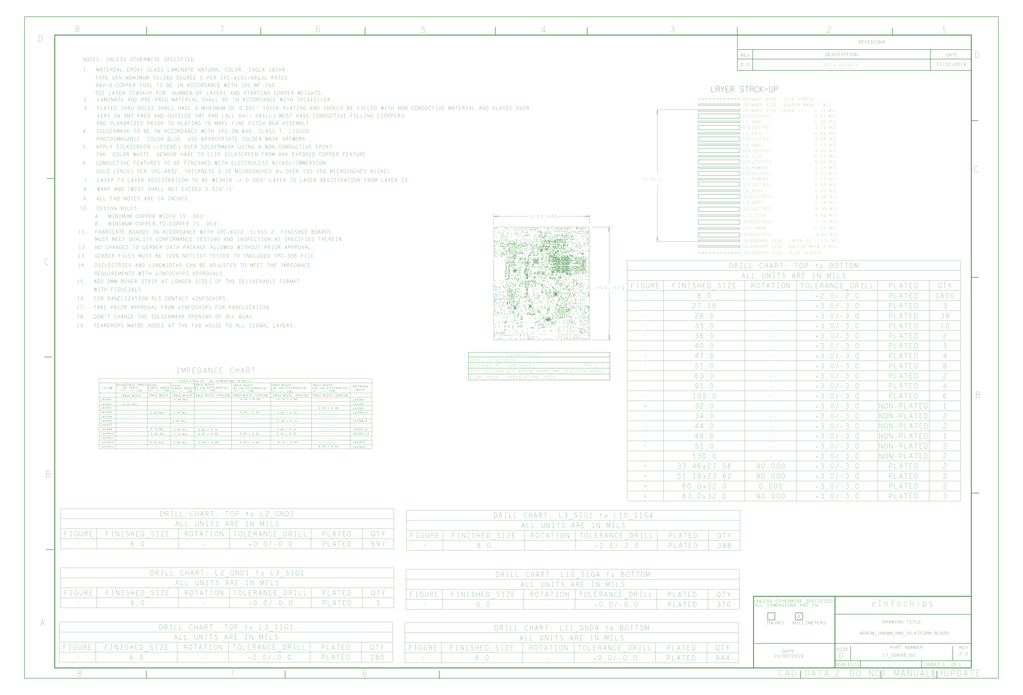
<source format=gbr>
G04 ================== begin FILE IDENTIFICATION RECORD ==================*
G04 Layout Name:  EI_ARROW_IMX8M_HMI_PLATFORM_17_00666_02.brd*
G04 Film Name:    FAB.gbr*
G04 File Format:  Gerber RS274X*
G04 File Origin:  Cadence Allegro 17.2-P019*
G04 Origin Date:  Mon Feb 11 12:30:38 2019*
G04 *
G04 Layer:  BOARD GEOMETRY/FAB_NOTES_SHT2*
G04 Layer:  BOARD GEOMETRY/FAB NOTES*
G04 Layer:  DRAWING FORMAT/IMPEDENCE_CHART*
G04 Layer:  MANUFACTURING/NCLEGEND-3-10*
G04 Layer:  MANUFACTURING/NCLEGEND-2-3*
G04 Layer:  MANUFACTURING/NCLEGEND-11-12*
G04 Layer:  MANUFACTURING/NCLEGEND-10-12*
G04 Layer:  MANUFACTURING/NCLEGEND-1-3*
G04 Layer:  MANUFACTURING/NCLEGEND-1-2*
G04 Layer:  MANUFACTURING/NCLEGEND-1-12*
G04 Layer:  MANUFACTURING/NCLEGEND-1-1*
G04 Layer:  MANUFACTURING/XSECTION_CHART*
G04 Layer:  DRAWING FORMAT/TITLE_DATA*
G04 Layer:  DRAWING FORMAT/TITLE_BLOCK*
G04 Layer:  DRAWING FORMAT/OUTLINE*
G04 Layer:  DRAWING FORMAT/FILM_LABEL_OUTLINE*
G04 Layer:  DRAWING FORMAT/FAB_TEXT*
G04 Layer:  DRAWING FORMAT/FAB*
G04 Layer:  MANUFACTURING/NCLEGEND-1-10*
G04 Layer:  MANUFACTURING/DETAILS*
G04 Layer:  MANUFACTURING/D_SIZE_PG1*
G04 Layer:  BOARD GEOMETRY/OUTLINE*
G04 Layer:  BOARD GEOMETRY/DIMENSION*
G04 Layer:  BOARD GEOMETRY/REFERENCE_ONLY*
G04 Layer:  BOARD GEOMETRY/FABRICATION_NOTES*
G04 *
G04 Offset:    (0.00 0.00)*
G04 Mirror:    No*
G04 Mode:      Positive*
G04 Rotation:  0*
G04 FullContactRelief:  No*
G04 UndefLineWidth:     5.00*
G04 ================== end FILE IDENTIFICATION RECORD ====================*
%FSLAX25Y25*MOIN*%
%IR0*IPPOS*OFA0.00000B0.00000*MIA0B0*SFA1.00000B1.00000*%
%AMMACRO13*
1,1,.005,-.014,.016*
20,1,.005,-.014,.016,.014,.016,0.0*
1,1,.005,.014,.016*
20,1,.005,.014,.016,.016778,.015757,0.0*
1,1,.005,.016778,.015757*
20,1,.005,.016778,.015757,.019472,.015035,0.0*
1,1,.005,.019472,.015035*
20,1,.005,.019472,.015035,.022,.013856,0.0*
1,1,.005,.022,.013856*
20,1,.005,.022,.013856,.024285,.012257,0.0*
1,1,.005,.024285,.012257*
20,1,.005,.024285,.012257,.026257,.010285,0.0*
1,1,.005,.026257,.010285*
20,1,.005,.026257,.010285,.027856,.008,0.0*
1,1,.005,.027856,.008*
20,1,.005,.027856,.008,.029035,.005472,0.0*
1,1,.005,.029035,.005472*
20,1,.005,.029035,.005472,.029757,.002778,0.0*
1,1,.005,.029757,.002778*
20,1,.005,.029757,.002778,.03,0.0,0.0*
1,1,.005,.03,0.0*
20,1,.005,.03,0.0,.029757,-.002778,0.0*
1,1,.005,.029757,-.002778*
20,1,.005,.029757,-.002778,.029035,-.005472,0.0*
1,1,.005,.029035,-.005472*
20,1,.005,.029035,-.005472,.027856,-.008,0.0*
1,1,.005,.027856,-.008*
20,1,.005,.027856,-.008,.026257,-.010285,0.0*
1,1,.005,.026257,-.010285*
20,1,.005,.026257,-.010285,.024285,-.012257,0.0*
1,1,.005,.024285,-.012257*
20,1,.005,.024285,-.012257,.022,-.013856,0.0*
1,1,.005,.022,-.013856*
20,1,.005,.022,-.013856,.019472,-.015035,0.0*
1,1,.005,.019472,-.015035*
20,1,.005,.019472,-.015035,.016778,-.015757,0.0*
1,1,.005,.016778,-.015757*
20,1,.005,.016778,-.015757,.014,-.016,0.0*
1,1,.005,.014,-.016*
20,1,.005,.014,-.016,-.014,-.016,0.0*
1,1,.005,-.014,-.016*
20,1,.005,-.014,-.016,-.016778,-.015757,0.0*
1,1,.005,-.016778,-.015757*
20,1,.005,-.016778,-.015757,-.019472,-.015035,0.0*
1,1,.005,-.019472,-.015035*
20,1,.005,-.019472,-.015035,-.022,-.013856,0.0*
1,1,.005,-.022,-.013856*
20,1,.005,-.022,-.013856,-.024285,-.012257,0.0*
1,1,.005,-.024285,-.012257*
20,1,.005,-.024285,-.012257,-.026257,-.010285,0.0*
1,1,.005,-.026257,-.010285*
20,1,.005,-.026257,-.010285,-.027856,-.008,0.0*
1,1,.005,-.027856,-.008*
20,1,.005,-.027856,-.008,-.029035,-.005472,0.0*
1,1,.005,-.029035,-.005472*
20,1,.005,-.029035,-.005472,-.029757,-.002778,0.0*
1,1,.005,-.029757,-.002778*
20,1,.005,-.029757,-.002778,-.03,0.0,0.0*
1,1,.005,-.03,0.0*
20,1,.005,-.03,0.0,-.029757,.002778,0.0*
1,1,.005,-.029757,.002778*
20,1,.005,-.029757,.002778,-.029035,.005472,0.0*
1,1,.005,-.029035,.005472*
20,1,.005,-.029035,.005472,-.027856,.008,0.0*
1,1,.005,-.027856,.008*
20,1,.005,-.027856,.008,-.026257,.010285,0.0*
1,1,.005,-.026257,.010285*
20,1,.005,-.026257,.010285,-.024285,.012257,0.0*
1,1,.005,-.024285,.012257*
20,1,.005,-.024285,.012257,-.022,.013856,0.0*
1,1,.005,-.022,.013856*
20,1,.005,-.022,.013856,-.019472,.015035,0.0*
1,1,.005,-.019472,.015035*
20,1,.005,-.019472,.015035,-.016778,.015757,0.0*
1,1,.005,-.016778,.015757*
20,1,.005,-.016778,.015757,-.014,.016,0.0*
1,1,.005,-.014,.016*
1,1,.005,0.0,.008*
20,1,.005,0.0,.008,0.0,-.008,0.0*
1,1,.005,0.0,-.008*
1,1,.005,-.00613,.008*
20,1,.005,-.00613,.008,.00613,.008,0.0*
1,1,.005,.00613,.008*
%
%ADD13MACRO13*%
%AMMACRO26*
1,1,.005,-.01181,-.01378*
20,1,.005,-.01181,-.01378,-.01181,.01378,0.0*
1,1,.005,-.01181,.01378*
20,1,.005,-.01181,.01378,-.011631,.015831,0.0*
1,1,.005,-.011631,.015831*
20,1,.005,-.011631,.015831,-.011098,.017819,0.0*
1,1,.005,-.011098,.017819*
20,1,.005,-.011098,.017819,-.010228,.019685,0.0*
1,1,.005,-.010228,.019685*
20,1,.005,-.010228,.019685,-.009047,.021371,0.0*
1,1,.005,-.009047,.021371*
20,1,.005,-.009047,.021371,-.007591,.022827,0.0*
1,1,.005,-.007591,.022827*
20,1,.005,-.007591,.022827,-.005905,.024008,0.0*
1,1,.005,-.005905,.024008*
20,1,.005,-.005905,.024008,-.004039,.024878,0.0*
1,1,.005,-.004039,.024878*
20,1,.005,-.004039,.024878,-.002051,.025411,0.0*
1,1,.005,-.002051,.025411*
20,1,.005,-.002051,.025411,0.0,.02559,0.0*
1,1,.005,0.0,.02559*
20,1,.005,0.0,.02559,.002051,.025411,0.0*
1,1,.005,.002051,.025411*
20,1,.005,.002051,.025411,.004039,.024878,0.0*
1,1,.005,.004039,.024878*
20,1,.005,.004039,.024878,.005905,.024008,0.0*
1,1,.005,.005905,.024008*
20,1,.005,.005905,.024008,.007591,.022827,0.0*
1,1,.005,.007591,.022827*
20,1,.005,.007591,.022827,.009047,.021371,0.0*
1,1,.005,.009047,.021371*
20,1,.005,.009047,.021371,.010228,.019685,0.0*
1,1,.005,.010228,.019685*
20,1,.005,.010228,.019685,.011098,.017819,0.0*
1,1,.005,.011098,.017819*
20,1,.005,.011098,.017819,.011631,.015831,0.0*
1,1,.005,.011631,.015831*
20,1,.005,.011631,.015831,.01181,.01378,0.0*
1,1,.005,.01181,.01378*
20,1,.005,.01181,.01378,.01181,-.01378,0.0*
1,1,.005,.01181,-.01378*
20,1,.005,.01181,-.01378,.011631,-.015831,0.0*
1,1,.005,.011631,-.015831*
20,1,.005,.011631,-.015831,.011098,-.017819,0.0*
1,1,.005,.011098,-.017819*
20,1,.005,.011098,-.017819,.010228,-.019685,0.0*
1,1,.005,.010228,-.019685*
20,1,.005,.010228,-.019685,.009047,-.021371,0.0*
1,1,.005,.009047,-.021371*
20,1,.005,.009047,-.021371,.007591,-.022827,0.0*
1,1,.005,.007591,-.022827*
20,1,.005,.007591,-.022827,.005905,-.024008,0.0*
1,1,.005,.005905,-.024008*
20,1,.005,.005905,-.024008,.004039,-.024878,0.0*
1,1,.005,.004039,-.024878*
20,1,.005,.004039,-.024878,.002051,-.025411,0.0*
1,1,.005,.002051,-.025411*
20,1,.005,.002051,-.025411,0.0,-.02559,0.0*
1,1,.005,0.0,-.02559*
20,1,.005,0.0,-.02559,-.002051,-.025411,0.0*
1,1,.005,-.002051,-.025411*
20,1,.005,-.002051,-.025411,-.004039,-.024878,0.0*
1,1,.005,-.004039,-.024878*
20,1,.005,-.004039,-.024878,-.005905,-.024008,0.0*
1,1,.005,-.005905,-.024008*
20,1,.005,-.005905,-.024008,-.007591,-.022827,0.0*
1,1,.005,-.007591,-.022827*
20,1,.005,-.007591,-.022827,-.009047,-.021371,0.0*
1,1,.005,-.009047,-.021371*
20,1,.005,-.009047,-.021371,-.010228,-.019685,0.0*
1,1,.005,-.010228,-.019685*
20,1,.005,-.010228,-.019685,-.011098,-.017819,0.0*
1,1,.005,-.011098,-.017819*
20,1,.005,-.011098,-.017819,-.011631,-.015831,0.0*
1,1,.005,-.011631,-.015831*
20,1,.005,-.011631,-.015831,-.01181,-.01378,0.0*
1,1,.005,-.01181,-.01378*
1,1,.005,.00394,-.0059*
20,1,.005,.00394,-.0059,-.00393,-.0059,0.0*
1,1,.005,-.00393,-.0059*
20,1,.005,-.00393,-.0059,-.00393,.00591,0.0*
1,1,.005,-.00393,.00591*
20,1,.005,-.00393,.00591,.00394,.00591,0.0*
1,1,.005,.00394,.00591*
1,1,.005,.00079,.0002*
20,1,.005,.00079,.0002,-.00393,.0002,0.0*
1,1,.005,-.00393,.0002*
%
%ADD26MACRO26*%
%AMMACRO25*
1,1,.005,-.01378,-.00295*
20,1,.005,-.01378,-.00295,-.01378,.00295,0.0*
1,1,.005,-.01378,.00295*
20,1,.005,-.01378,.00295,-.013571,.005343,0.0*
1,1,.005,-.013571,.005343*
20,1,.005,-.013571,.005343,-.012949,.007663,0.0*
1,1,.005,-.012949,.007663*
20,1,.005,-.012949,.007663,-.011934,.00984,0.0*
1,1,.005,-.011934,.00984*
20,1,.005,-.011934,.00984,-.010556,.011808,0.0*
1,1,.005,-.010556,.011808*
20,1,.005,-.010556,.011808,-.008858,.013506,0.0*
1,1,.005,-.008858,.013506*
20,1,.005,-.008858,.013506,-.00689,.014884,0.0*
1,1,.005,-.00689,.014884*
20,1,.005,-.00689,.014884,-.004713,.015899,0.0*
1,1,.005,-.004713,.015899*
20,1,.005,-.004713,.015899,-.002393,.016521,0.0*
1,1,.005,-.002393,.016521*
20,1,.005,-.002393,.016521,0.0,.01673,0.0*
1,1,.005,0.0,.01673*
20,1,.005,0.0,.01673,.002393,.016521,0.0*
1,1,.005,.002393,.016521*
20,1,.005,.002393,.016521,.004713,.015899,0.0*
1,1,.005,.004713,.015899*
20,1,.005,.004713,.015899,.00689,.014884,0.0*
1,1,.005,.00689,.014884*
20,1,.005,.00689,.014884,.008858,.013506,0.0*
1,1,.005,.008858,.013506*
20,1,.005,.008858,.013506,.010556,.011808,0.0*
1,1,.005,.010556,.011808*
20,1,.005,.010556,.011808,.011934,.00984,0.0*
1,1,.005,.011934,.00984*
20,1,.005,.011934,.00984,.012949,.007663,0.0*
1,1,.005,.012949,.007663*
20,1,.005,.012949,.007663,.013571,.005343,0.0*
1,1,.005,.013571,.005343*
20,1,.005,.013571,.005343,.01378,.00295,0.0*
1,1,.005,.01378,.00295*
20,1,.005,.01378,.00295,.01378,-.00295,0.0*
1,1,.005,.01378,-.00295*
20,1,.005,.01378,-.00295,.013571,-.005343,0.0*
1,1,.005,.013571,-.005343*
20,1,.005,.013571,-.005343,.012949,-.007663,0.0*
1,1,.005,.012949,-.007663*
20,1,.005,.012949,-.007663,.011934,-.00984,0.0*
1,1,.005,.011934,-.00984*
20,1,.005,.011934,-.00984,.010556,-.011808,0.0*
1,1,.005,.010556,-.011808*
20,1,.005,.010556,-.011808,.008858,-.013506,0.0*
1,1,.005,.008858,-.013506*
20,1,.005,.008858,-.013506,.00689,-.014884,0.0*
1,1,.005,.00689,-.014884*
20,1,.005,.00689,-.014884,.004713,-.015899,0.0*
1,1,.005,.004713,-.015899*
20,1,.005,.004713,-.015899,.002393,-.016521,0.0*
1,1,.005,.002393,-.016521*
20,1,.005,.002393,-.016521,0.0,-.01673,0.0*
1,1,.005,0.0,-.01673*
20,1,.005,0.0,-.01673,-.002393,-.016521,0.0*
1,1,.005,-.002393,-.016521*
20,1,.005,-.002393,-.016521,-.004713,-.015899,0.0*
1,1,.005,-.004713,-.015899*
20,1,.005,-.004713,-.015899,-.00689,-.014884,0.0*
1,1,.005,-.00689,-.014884*
20,1,.005,-.00689,-.014884,-.008858,-.013506,0.0*
1,1,.005,-.008858,-.013506*
20,1,.005,-.008858,-.013506,-.010556,-.011808,0.0*
1,1,.005,-.010556,-.011808*
20,1,.005,-.010556,-.011808,-.011934,-.00984,0.0*
1,1,.005,-.011934,-.00984*
20,1,.005,-.011934,-.00984,-.012949,-.007663,0.0*
1,1,.005,-.012949,-.007663*
20,1,.005,-.012949,-.007663,-.013571,-.005343,0.0*
1,1,.005,-.013571,-.005343*
20,1,.005,-.013571,-.005343,-.01378,-.00295,0.0*
1,1,.005,-.01378,-.00295*
1,1,.005,-.00505,-.00689*
20,1,.005,-.00505,-.00689,-.00505,.00689,0.0*
1,1,.005,-.00505,.00689*
20,1,.005,-.00505,.00689,-.00046,.00689,0.0*
1,1,.005,-.00046,.00689*
20,1,.005,-.00046,.00689,.00138,.0062,0.0*
1,1,.005,.00138,.0062*
20,1,.005,.00138,.0062,.00276,.00528,0.0*
1,1,.005,.00276,.00528*
20,1,.005,.00276,.00528,.0039,.0039,0.0*
1,1,.005,.0039,.0039*
20,1,.005,.0039,.0039,.00482,.0023,0.0*
1,1,.005,.00482,.0023*
20,1,.005,.00482,.0023,.00505,0.0,0.0*
1,1,.005,.00505,0.0*
20,1,.005,.00505,0.0,.00482,-.0023,0.0*
1,1,.005,.00482,-.0023*
20,1,.005,.00482,-.0023,.0039,-.0039,0.0*
1,1,.005,.0039,-.0039*
20,1,.005,.0039,-.0039,.00276,-.00528,0.0*
1,1,.005,.00276,-.00528*
20,1,.005,.00276,-.00528,.00138,-.0062,0.0*
1,1,.005,.00138,-.0062*
20,1,.005,.00138,-.0062,-.00046,-.00689,0.0*
1,1,.005,-.00046,-.00689*
20,1,.005,-.00046,-.00689,-.00505,-.00689,0.0*
1,1,.005,-.00505,-.00689*
%
%ADD25MACRO25*%
%AMMACRO10*
1,1,.005,-.0125,-.015*
20,1,.005,-.0125,-.015,0.0,.015,0.0*
1,1,.005,0.0,.015*
20,1,.005,0.0,.015,.0125,-.015,0.0*
1,1,.005,.0125,-.015*
1,1,.005,.008,-.0045*
20,1,.005,.008,-.0045,-.008,-.0045,0.0*
1,1,.005,-.008,-.0045*
%
%ADD10MACRO10*%
%AMMACRO11*
1,1,.005,.004,.001*
20,1,.005,.004,.001,.006,.0025,0.0*
1,1,.005,.006,.0025*
20,1,.005,.006,.0025,.0075,.005,0.0*
1,1,.005,.0075,.005*
20,1,.005,.0075,.005,.0085,.0085,0.0*
1,1,.005,.0085,.0085*
20,1,.005,.0085,.0085,.0075,.0115,0.0*
1,1,.005,.0075,.0115*
20,1,.005,.0075,.0115,.0055,.0135,0.0*
1,1,.005,.0055,.0135*
20,1,.005,.0055,.0135,.002,.015,0.0*
1,1,.005,.002,.015*
20,1,.005,.002,.015,-.0115,.015,0.0*
1,1,.005,-.0115,.015*
20,1,.005,-.0115,.015,-.0115,-.015,0.0*
1,1,.005,-.0115,-.015*
20,1,.005,-.0115,-.015,.005,-.015,0.0*
1,1,.005,.005,-.015*
20,1,.005,.005,-.015,.0085,-.013,0.0*
1,1,.005,.0085,-.013*
20,1,.005,.0085,-.013,.0105,-.01,0.0*
1,1,.005,.0105,-.01*
20,1,.005,.0105,-.01,.0115,-.0065,0.0*
1,1,.005,.0115,-.0065*
20,1,.005,.0115,-.0065,.0105,-.003,0.0*
1,1,.005,.0105,-.003*
20,1,.005,.0105,-.003,.0075,0.0,0.0*
1,1,.005,.0075,0.0*
20,1,.005,.0075,0.0,.004,.001,0.0*
1,1,.005,.004,.001*
20,1,.005,.004,.001,-.0115,.001,0.0*
1,1,.005,-.0115,.001*
%
%ADD11MACRO11*%
%AMMACRO21*
1,1,.005,.011,.0125*
20,1,.005,.011,.0125,.008,.014,0.0*
1,1,.005,.008,.014*
20,1,.005,.008,.014,.0045,.015,0.0*
1,1,.005,.0045,.015*
20,1,.005,.0045,.015,.0005,.015,0.0*
1,1,.005,.0005,.015*
20,1,.005,.0005,.015,-.004,.0135,0.0*
1,1,.005,-.004,.0135*
20,1,.005,-.004,.0135,-.0075,.011,0.0*
1,1,.005,-.0075,.011*
20,1,.005,-.0075,.011,-.01,.008,0.0*
1,1,.005,-.01,.008*
20,1,.005,-.01,.008,-.012,.003,0.0*
1,1,.005,-.012,.003*
20,1,.005,-.012,.003,-.0125,-.0015,0.0*
1,1,.005,-.0125,-.0015*
20,1,.005,-.0125,-.0015,-.0115,-.006,0.0*
1,1,.005,-.0115,-.006*
20,1,.005,-.0115,-.006,-.01,-.009,0.0*
1,1,.005,-.01,-.009*
20,1,.005,-.01,-.009,-.007,-.012,0.0*
1,1,.005,-.007,-.012*
20,1,.005,-.007,-.012,-.0035,-.014,0.0*
1,1,.005,-.0035,-.014*
20,1,.005,-.0035,-.014,0.0,-.015,0.0*
1,1,.005,0.0,-.015*
20,1,.005,0.0,-.015,.0035,-.015,0.0*
1,1,.005,.0035,-.015*
20,1,.005,.0035,-.015,.007,-.014,0.0*
1,1,.005,.007,-.014*
20,1,.005,.007,-.014,.01,-.0125,0.0*
1,1,.005,.01,-.0125*
20,1,.005,.01,-.0125,.0125,-.0105,0.0*
1,1,.005,.0125,-.0105*
%
%ADD21MACRO21*%
%AMMACRO24*
1,1,.005,-.011,-.015*
20,1,.005,-.011,-.015,-.011,.015,0.0*
1,1,.005,-.011,.015*
20,1,.005,-.011,.015,-.001,.015,0.0*
1,1,.005,-.001,.015*
20,1,.005,-.001,.015,.003,.0135,0.0*
1,1,.005,.003,.0135*
20,1,.005,.003,.0135,.006,.0115,0.0*
1,1,.005,.006,.0115*
20,1,.005,.006,.0115,.0085,.0085,0.0*
1,1,.005,.0085,.0085*
20,1,.005,.0085,.0085,.0105,.005,0.0*
1,1,.005,.0105,.005*
20,1,.005,.0105,.005,.011,0.0,0.0*
1,1,.005,.011,0.0*
20,1,.005,.011,0.0,.0105,-.005,0.0*
1,1,.005,.0105,-.005*
20,1,.005,.0105,-.005,.0085,-.0085,0.0*
1,1,.005,.0085,-.0085*
20,1,.005,.0085,-.0085,.006,-.0115,0.0*
1,1,.005,.006,-.0115*
20,1,.005,.006,-.0115,.003,-.0135,0.0*
1,1,.005,.003,-.0135*
20,1,.005,.003,-.0135,-.001,-.015,0.0*
1,1,.005,-.001,-.015*
20,1,.005,-.001,-.015,-.011,-.015,0.0*
1,1,.005,-.011,-.015*
%
%ADD24MACRO24*%
%AMMACRO27*
1,1,.005,.01,-.015*
20,1,.005,.01,-.015,-.01,-.015,0.0*
1,1,.005,-.01,-.015*
20,1,.005,-.01,-.015,-.01,.015,0.0*
1,1,.005,-.01,.015*
20,1,.005,-.01,.015,.01,.015,0.0*
1,1,.005,.01,.015*
1,1,.005,.002,.0005*
20,1,.005,.002,.0005,-.01,.0005,0.0*
1,1,.005,-.01,.0005*
%
%ADD27MACRO27*%
%AMMACRO20*
1,1,.005,-.0095,-.015*
20,1,.005,-.0095,-.015,-.0095,.015,0.0*
1,1,.005,-.0095,.015*
20,1,.005,-.0095,.015,.0095,.015,0.0*
1,1,.005,.0095,.015*
1,1,.005,.0025,.0005*
20,1,.005,.0025,.0005,-.0095,.0005,0.0*
1,1,.005,-.0095,.0005*
%
%ADD20MACRO20*%
%AMMACRO17*
1,1,.005,.003,0.0*
20,1,.005,.003,0.0,.013,0.0,0.0*
1,1,.005,.013,0.0*
20,1,.005,.013,0.0,.013,-.009,0.0*
1,1,.005,.013,-.009*
20,1,.005,.013,-.009,.01,-.012,0.0*
1,1,.005,.01,-.012*
20,1,.005,.01,-.012,.0065,-.014,0.0*
1,1,.005,.0065,-.014*
20,1,.005,.0065,-.014,.0015,-.015,0.0*
1,1,.005,.0015,-.015*
20,1,.005,.0015,-.015,-.0035,-.014,0.0*
1,1,.005,-.0035,-.014*
20,1,.005,-.0035,-.014,-.007,-.012,0.0*
1,1,.005,-.007,-.012*
20,1,.005,-.007,-.012,-.01,-.009,0.0*
1,1,.005,-.01,-.009*
20,1,.005,-.01,-.009,-.012,-.0055,0.0*
1,1,.005,-.012,-.0055*
20,1,.005,-.012,-.0055,-.013,-.0015,0.0*
1,1,.005,-.013,-.0015*
20,1,.005,-.013,-.0015,-.013,.002,0.0*
1,1,.005,-.013,.002*
20,1,.005,-.013,.002,-.012,.005,0.0*
1,1,.005,-.012,.005*
20,1,.005,-.012,.005,-.01,.0085,0.0*
1,1,.005,-.01,.0085*
20,1,.005,-.01,.0085,-.007,.0115,0.0*
1,1,.005,-.007,.0115*
20,1,.005,-.007,.0115,-.004,.0135,0.0*
1,1,.005,-.004,.0135*
20,1,.005,-.004,.0135,0.0,.015,0.0*
1,1,.005,0.0,.015*
20,1,.005,0.0,.015,.0035,.015,0.0*
1,1,.005,.0035,.015*
20,1,.005,.0035,.015,.0075,.014,0.0*
1,1,.005,.0075,.014*
20,1,.005,.0075,.014,.0105,.012,0.0*
1,1,.005,.0105,.012*
%
%ADD17MACRO17*%
%AMMACRO28*
1,1,.005,-.0105,-.015*
20,1,.005,-.0105,-.015,-.0105,.015,0.0*
1,1,.005,-.0105,.015*
1,1,.005,.0105,.015*
20,1,.005,.0105,.015,.0105,-.015,0.0*
1,1,.005,.0105,-.015*
1,1,.005,.0105,0.0*
20,1,.005,.0105,0.0,-.0105,0.0,0.0*
1,1,.005,-.0105,0.0*
%
%ADD28MACRO28*%
%AMMACRO19*
1,1,.005,-.006,.015*
20,1,.005,-.006,.015,.006,.015,0.0*
1,1,.005,.006,.015*
1,1,.005,0.0,.015*
20,1,.005,0.0,.015,0.0,-.015,0.0*
1,1,.005,0.0,-.015*
1,1,.005,-.006,-.015*
20,1,.005,-.006,-.015,.006,-.015,0.0*
1,1,.005,.006,-.015*
%
%ADD19MACRO19*%
%AMMACRO29*
1,1,.005,-.01,-.009*
20,1,.005,-.01,-.009,-.0075,-.012,0.0*
1,1,.005,-.0075,-.012*
20,1,.005,-.0075,-.012,-.0045,-.014,0.0*
1,1,.005,-.0045,-.014*
20,1,.005,-.0045,-.014,-.001,-.015,0.0*
1,1,.005,-.001,-.015*
20,1,.005,-.001,-.015,.003,-.014,0.0*
1,1,.005,.003,-.014*
20,1,.005,.003,-.014,.006,-.012,0.0*
1,1,.005,.006,-.012*
20,1,.005,.006,-.012,.009,-.009,0.0*
1,1,.005,.009,-.009*
20,1,.005,.009,-.009,.01,-.005,0.0*
1,1,.005,.01,-.005*
20,1,.005,.01,-.005,.01,.015,0.0*
1,1,.005,.01,.015*
%
%ADD29MACRO29*%
%AMMACRO23*
1,1,.005,-.011,-.015*
20,1,.005,-.011,-.015,-.011,.015,0.0*
1,1,.005,-.011,.015*
1,1,.005,.008,.015*
20,1,.005,.008,.015,-.011,-.0035,0.0*
1,1,.005,-.011,-.0035*
1,1,.005,.011,-.015*
20,1,.005,.011,-.015,-.0025,.005,0.0*
1,1,.005,-.0025,.005*
%
%ADD23MACRO23*%
%AMMACRO18*
1,1,.005,-.01,.015*
20,1,.005,-.01,.015,-.01,-.015,0.0*
1,1,.005,-.01,-.015*
20,1,.005,-.01,-.015,.01,-.015,0.0*
1,1,.005,.01,-.015*
%
%ADD18MACRO18*%
%AMMACRO22*
1,1,.005,-.013,-.015*
20,1,.005,-.013,-.015,-.013,.015,0.0*
1,1,.005,-.013,.015*
20,1,.005,-.013,.015,0.0,-.01,0.0*
1,1,.005,0.0,-.01*
20,1,.005,0.0,-.01,.013,.015,0.0*
1,1,.005,.013,.015*
20,1,.005,.013,.015,.013,-.015,0.0*
1,1,.005,.013,-.015*
%
%ADD22MACRO22*%
%AMMACRO12*
1,1,.005,-.0115,-.015*
20,1,.005,-.0115,-.015,-.0115,.015,0.0*
1,1,.005,-.0115,.015*
20,1,.005,-.0115,.015,.0115,-.015,0.0*
1,1,.005,.0115,-.015*
20,1,.005,.0115,-.015,.0115,.015,0.0*
1,1,.005,.0115,.015*
%
%ADD12MACRO12*%
%AMMACRO14*
1,1,.005,0.0,-.015*
20,1,.005,0.0,-.015,-.004,-.0145,0.0*
1,1,.005,-.004,-.0145*
20,1,.005,-.004,-.0145,-.0075,-.0125,0.0*
1,1,.005,-.0075,-.0125*
20,1,.005,-.0075,-.0125,-.0105,-.0095,0.0*
1,1,.005,-.0105,-.0095*
20,1,.005,-.0105,-.0095,-.0125,-.006,0.0*
1,1,.005,-.0125,-.006*
20,1,.005,-.0125,-.006,-.0135,-.002,0.0*
1,1,.005,-.0135,-.002*
20,1,.005,-.0135,-.002,-.0135,.002,0.0*
1,1,.005,-.0135,.002*
20,1,.005,-.0135,.002,-.0125,.006,0.0*
1,1,.005,-.0125,.006*
20,1,.005,-.0125,.006,-.0105,.0095,0.0*
1,1,.005,-.0105,.0095*
20,1,.005,-.0105,.0095,-.0075,.0125,0.0*
1,1,.005,-.0075,.0125*
20,1,.005,-.0075,.0125,-.004,.0145,0.0*
1,1,.005,-.004,.0145*
20,1,.005,-.004,.0145,0.0,.015,0.0*
1,1,.005,0.0,.015*
20,1,.005,0.0,.015,.004,.0145,0.0*
1,1,.005,.004,.0145*
20,1,.005,.004,.0145,.0075,.0125,0.0*
1,1,.005,.0075,.0125*
20,1,.005,.0075,.0125,.0105,.0095,0.0*
1,1,.005,.0105,.0095*
20,1,.005,.0105,.0095,.0125,.006,0.0*
1,1,.005,.0125,.006*
20,1,.005,.0125,.006,.0135,.002,0.0*
1,1,.005,.0135,.002*
20,1,.005,.0135,.002,.0135,-.002,0.0*
1,1,.005,.0135,-.002*
20,1,.005,.0135,-.002,.0125,-.006,0.0*
1,1,.005,.0125,-.006*
20,1,.005,.0125,-.006,.0105,-.0095,0.0*
1,1,.005,.0105,-.0095*
20,1,.005,.0105,-.0095,.0075,-.0125,0.0*
1,1,.005,.0075,-.0125*
20,1,.005,.0075,-.0125,.004,-.0145,0.0*
1,1,.005,.004,-.0145*
20,1,.005,.004,-.0145,0.0,-.015,0.0*
1,1,.005,0.0,-.015*
%
%ADD14MACRO14*%
%AMMACRO30*
1,1,.005,-.01,-.015*
20,1,.005,-.01,-.015,-.01,.015,0.0*
1,1,.005,-.01,.015*
20,1,.005,-.01,.015,.002,.015,0.0*
1,1,.005,.002,.015*
20,1,.005,.002,.015,.006,.0135,0.0*
1,1,.005,.006,.0135*
20,1,.005,.006,.0135,.009,.01,0.0*
1,1,.005,.009,.01*
20,1,.005,.009,.01,.01,.006,0.0*
1,1,.005,.01,.006*
20,1,.005,.01,.006,.009,.002,0.0*
1,1,.005,.009,.002*
20,1,.005,.009,.002,.0065,-.001,0.0*
1,1,.005,.0065,-.001*
20,1,.005,.0065,-.001,.002,-.0025,0.0*
1,1,.005,.002,-.0025*
20,1,.005,.002,-.0025,-.01,-.0025,0.0*
1,1,.005,-.01,-.0025*
%
%ADD30MACRO30*%
%AMMACRO16*
1,1,.005,-.01,-.015*
20,1,.005,-.01,-.015,-.01,.015,0.0*
1,1,.005,-.01,.015*
20,1,.005,-.01,.015,.0025,.015,0.0*
1,1,.005,.0025,.015*
20,1,.005,.0025,.015,.0065,.0135,0.0*
1,1,.005,.0065,.0135*
20,1,.005,.0065,.0135,.009,.0115,0.0*
1,1,.005,.009,.0115*
20,1,.005,.009,.0115,.01,.0075,0.0*
1,1,.005,.01,.0075*
20,1,.005,.01,.0075,.009,.0035,0.0*
1,1,.005,.009,.0035*
20,1,.005,.009,.0035,.006,.001,0.0*
1,1,.005,.006,.001*
20,1,.005,.006,.001,.0025,-.0005,0.0*
1,1,.005,.0025,-.0005*
20,1,.005,.0025,-.0005,-.01,-.0005,0.0*
1,1,.005,-.01,-.0005*
1,1,.005,.0025,-.0005*
20,1,.005,.0025,-.0005,.01,-.015,0.0*
1,1,.005,.01,-.015*
%
%ADD16MACRO16*%
%AMMACRO31*
1,1,.005,-.0105,-.011*
20,1,.005,-.0105,-.011,-.0065,-.0135,0.0*
1,1,.005,-.0065,-.0135*
20,1,.005,-.0065,-.0135,-.002,-.015,0.0*
1,1,.005,-.002,-.015*
20,1,.005,-.002,-.015,.002,-.015,0.0*
1,1,.005,.002,-.015*
20,1,.005,.002,-.015,.006,-.0135,0.0*
1,1,.005,.006,-.0135*
20,1,.005,.006,-.0135,.009,-.011,0.0*
1,1,.005,.009,-.011*
20,1,.005,.009,-.011,.0105,-.0075,0.0*
1,1,.005,.0105,-.0075*
20,1,.005,.0105,-.0075,.0095,-.004,0.0*
1,1,.005,.0095,-.004*
20,1,.005,.0095,-.004,.007,-.001,0.0*
1,1,.005,.007,-.001*
20,1,.005,.007,-.001,.0025,.001,0.0*
1,1,.005,.0025,.001*
20,1,.005,.0025,.001,-.0035,.002,0.0*
1,1,.005,-.0035,.002*
20,1,.005,-.0035,.002,-.007,.004,0.0*
1,1,.005,-.007,.004*
20,1,.005,-.007,.004,-.0085,.0075,0.0*
1,1,.005,-.0085,.0075*
20,1,.005,-.0085,.0075,-.0075,.011,0.0*
1,1,.005,-.0075,.011*
20,1,.005,-.0075,.011,-.005,.0135,0.0*
1,1,.005,-.005,.0135*
20,1,.005,-.005,.0135,-.0015,.015,0.0*
1,1,.005,-.0015,.015*
20,1,.005,-.0015,.015,.002,.015,0.0*
1,1,.005,.002,.015*
20,1,.005,.002,.015,.0055,.014,0.0*
1,1,.005,.0055,.014*
20,1,.005,.0055,.014,.0085,.0115,0.0*
1,1,.005,.0085,.0115*
%
%ADD31MACRO31*%
%AMMACRO15*
1,1,.005,-.016,.0315*
20,1,.005,-.016,.0315,.016,.0315,0.0*
1,1,.005,.016,.0315*
20,1,.005,.016,.0315,.016,-.0315,0.0*
1,1,.005,.016,-.0315*
20,1,.005,.016,-.0315,-.016,-.0315,0.0*
1,1,.005,-.016,-.0315*
20,1,.005,-.016,-.0315,-.016,.0315,0.0*
1,1,.005,-.016,.0315*
1,1,.005,-.00667,.008*
20,1,.005,-.00667,.008,0.0,-.008,0.0*
1,1,.005,0.0,-.008*
20,1,.005,0.0,-.008,.00667,.008,0.0*
1,1,.005,.00667,.008*
%
%ADD15MACRO15*%
%ADD32C,.01*%
%ADD33C,.02*%
%ADD34C,.03*%
%ADD35C,.015*%
%ADD36C,.004*%
%ADD37C,.005*%
%ADD38C,.006*%
G75*
%LPD*%
G75*
G54D10*
X-1452750Y-1108100D03*
X-1449050Y-918200D03*
X-1449250Y-712000D03*
X-242650Y-923800D03*
X-246350Y-1110000D03*
X92792Y203027D03*
X56600Y180150D03*
X58299Y186016D03*
X195785Y159584D03*
X52100Y186800D03*
X89150Y131450D03*
X197973Y172102D03*
X65945Y194516D03*
X110035Y176320D03*
X115035D03*
X120035D03*
X80400Y214341D03*
X75377Y197700D03*
X92866Y198413D03*
X171000Y206100D03*
X172800D03*
X89371Y198684D03*
X97207Y188377D03*
X109931Y186634D03*
X111279Y186579D03*
X136619Y188103D03*
X121121Y186579D03*
X121069Y186586D03*
X170981Y174584D03*
X195900Y169584D03*
X195785Y164584D03*
X195216Y216099D03*
X170981Y164584D03*
X184300Y72769D03*
X186463D03*
X188431D03*
X88584Y136600D03*
X199361Y170400D03*
X69245Y194516D03*
X64641Y154784D03*
X120849Y148909D03*
X57400Y109100D03*
X96652Y194587D03*
X104479Y195347D03*
X186463Y70800D03*
X184500Y68837D03*
X170981Y169584D03*
X77800Y164400D03*
X64521Y160656D03*
X60584D03*
X58616D03*
X49856Y167447D03*
X33800Y168700D03*
X44796Y194799D03*
X195275Y78800D03*
X196306Y76706D03*
X190400Y72769D03*
X194296Y72937D03*
X115035Y160178D03*
X107335D03*
X32700Y165600D03*
X49856Y169416D03*
X175200Y215500D03*
X120035Y160178D03*
X186463Y68831D03*
X192369Y74737D03*
X190400Y70800D03*
X188119Y79344D03*
X186463Y74737D03*
X185769Y79124D03*
X194337Y74737D03*
X188431D03*
X125800Y207400D03*
X127921Y203221D03*
X97757Y62310D03*
X142321Y106857D03*
X153136Y65532D03*
X144277Y49521D03*
X97757Y57310D03*
X142321Y110297D03*
X110716Y104700D03*
X190400Y66863D03*
X198400Y68300D03*
X190400Y68831D03*
Y74737D03*
X190500Y79100D03*
X192875Y78700D03*
X194756Y70800D03*
X188632Y97158D03*
X170803Y109837D03*
X58481Y100709D03*
X107800Y212600D03*
X194537Y111842D03*
X180200Y108437D03*
X162422Y91337D03*
X179158Y111842D03*
X150749Y101041D03*
X188431Y70800D03*
X181600Y183000D03*
X192568Y111842D03*
X192200Y68796D03*
X188431Y68831D03*
X164884Y73500D03*
X167400Y189400D03*
X165600D03*
X154900Y203700D03*
X134508Y201517D03*
X192800Y144200D03*
X86071Y170916D03*
X90361Y171988D03*
X76800Y188000D03*
X69216Y189500D03*
Y186100D03*
X89700Y190000D03*
X89727Y188377D03*
X89800Y186600D03*
X62429Y198084D03*
X47584Y155300D03*
X75400Y133500D03*
X36804Y99400D03*
X13504Y99500D03*
X53616Y100800D03*
X7682Y185835D03*
X19200Y185304D03*
X23184Y184884D03*
X74600Y168100D03*
X77700D03*
X66490Y160656D03*
X42400Y182400D03*
X45700D03*
X85684Y206813D03*
X138034Y197453D03*
X151763Y197294D03*
X153234Y190467D03*
X144099Y188103D03*
X140508Y201517D03*
X167455Y211949D03*
Y215849D03*
X167816Y163483D03*
Y166683D03*
X167781Y169951D03*
X198819Y165449D03*
X198789Y162203D03*
X193589Y93763D03*
X171500Y47016D03*
X174190Y62335D03*
X80600Y66700D03*
X82816Y62100D03*
X95000Y82300D03*
X97800D03*
X100500D03*
X100600Y72300D03*
X97636D03*
X94800D03*
X100600Y62300D03*
X97700D03*
X94800D03*
X100700Y52300D03*
X97700D03*
X94700D03*
X86476Y215547D03*
X88644Y211261D03*
X78800Y133800D03*
X52155Y91092D03*
X63019Y90805D03*
X69945Y90875D03*
X75659Y90716D03*
X166101Y20011D03*
X170640D03*
X170200Y74300D03*
X174700Y73384D03*
X178700D03*
X175416Y78400D03*
Y81800D03*
X174400Y86200D03*
X175900Y75300D03*
X58299Y189784D03*
X110716Y108400D03*
X120507Y109857D03*
X134793D03*
X120507Y124143D03*
X134793D03*
X107100Y121416D03*
X110716Y121200D03*
Y117200D03*
X107199Y117884D03*
X58445Y97149D03*
X27800Y93650D03*
X18000D03*
X97757Y47310D03*
X162549Y52081D03*
X194337Y68831D03*
X181994Y70800D03*
X192369Y66863D03*
X194337D03*
X188431D03*
X186463D03*
X181994Y68831D03*
X196306Y72769D03*
X181994D03*
X196306Y74737D03*
X181994D03*
X168055Y50784D03*
X158300Y43616D03*
X160700Y80972D03*
X147957Y77611D03*
X161116Y73500D03*
X192369Y70800D03*
X56449Y197271D03*
X58123Y190403D03*
X75100Y192300D03*
X77500Y192200D03*
X92884Y194587D03*
Y198407D03*
X88751Y190429D03*
X92774Y203003D03*
X113699Y186634D03*
X95184Y187447D03*
X67808Y104796D03*
X174584Y113200D03*
X155400Y152900D03*
X159037Y152894D03*
X157237Y152923D03*
X163118Y154000D03*
X135442Y186463D03*
X139882Y181361D03*
X144763Y177126D03*
X133663Y206626D03*
X181983Y214700D03*
X178384Y214733D03*
X196651Y214644D03*
X136114Y210929D03*
X140300Y214297D03*
X148000Y217000D03*
X144600D03*
X141400Y216600D03*
X138214Y174059D03*
X111182Y153059D03*
X112350Y157373D03*
X112318Y162303D03*
X119508Y162417D03*
X119476Y157547D03*
X120344Y153361D03*
X114000Y153000D03*
X117200D03*
X115800Y157100D03*
X114700Y162500D03*
X117300Y162400D03*
X116000Y159800D03*
X52710Y180144D03*
X39700Y171416D03*
X43213Y171421D03*
X77400Y161200D03*
X111600Y135084D03*
X137000Y131116D03*
X122201Y134984D03*
X158650Y38500D03*
X71800Y139516D03*
X76600Y144500D03*
X199016Y216099D03*
X82094Y104796D03*
X155700Y217141D03*
X82811Y58337D03*
X115300Y183600D03*
X117100D03*
Y178600D03*
X115300D03*
X117100Y176000D03*
X115300D03*
X117100Y173600D03*
X115300D03*
X117100Y166100D03*
X115300D03*
X114100Y213400D03*
X115600D03*
X117200D03*
X118700D03*
X116400Y215600D03*
X118200D03*
X114400Y215700D03*
X125460Y95850D03*
Y102850D03*
X127014Y101597D03*
X123995Y110007D03*
X126395Y125007D03*
X126695Y132117D03*
X123955Y138751D03*
X153791Y108300D03*
X153700Y110300D03*
X130500Y88100D03*
X134800Y88500D03*
X141600Y88800D03*
X137100Y88200D03*
X140200Y90400D03*
X142900Y92900D03*
X144500Y89000D03*
X132700Y88500D03*
X128500Y89500D03*
X127400Y88100D03*
X126900Y90800D03*
X125000Y89700D03*
X139013Y88576D03*
X142200Y91000D03*
X190400Y190100D03*
X180300Y188200D03*
X176000Y197700D03*
X179200Y207900D03*
X176000Y191700D03*
X37000Y76800D03*
X56300Y82100D03*
X71600Y86800D03*
X71100Y67500D03*
X73000Y62200D03*
X175800Y217200D03*
X53500Y200100D03*
X32100Y84800D03*
X30900Y67000D03*
X117000Y88900D03*
X96000Y89800D03*
X72900Y57200D03*
X92200Y13300D03*
X118300Y17400D03*
X117100Y142900D03*
X95600Y114700D03*
X197000Y149200D03*
X198600Y134200D03*
X196200Y181300D03*
X197400Y176500D03*
X175900Y203800D03*
X175600Y180700D03*
X46600Y197300D03*
X84700Y213800D03*
X84900Y211300D03*
X86500Y212200D03*
X103000Y120000D03*
X95300Y103600D03*
X49400Y91100D03*
X49000Y78300D03*
X109300Y93900D03*
X124000Y147300D03*
X120200Y138700D03*
X182500Y181400D03*
X188300Y183000D03*
X182900Y192700D03*
X58500Y92900D03*
X71400Y95400D03*
X97200Y169200D03*
X96200Y159200D03*
X88200Y179300D03*
X66400Y183100D03*
X75300Y175100D03*
X56100Y186500D03*
X53600Y180300D03*
X32500Y189300D03*
X29400Y199300D03*
X50400Y193100D03*
X45600Y205100D03*
X41400Y191400D03*
X149800Y160200D03*
X139800Y153400D03*
X151000Y154700D03*
X152400Y141800D03*
X165500Y135700D03*
X172400Y146800D03*
X124700Y148800D03*
X132000Y149900D03*
X142100Y139000D03*
X151500Y128400D03*
X165300Y126700D03*
X178700Y121800D03*
X169800Y118700D03*
X153300Y117700D03*
X141500Y116200D03*
X141300Y128300D03*
X136800Y111000D03*
X143900Y98600D03*
X142600Y90700D03*
X135600Y88100D03*
X127200Y88700D03*
X118800Y88300D03*
X116700Y91000D03*
X131300Y93000D03*
X132300Y104800D03*
X136300Y122600D03*
X175800Y139600D03*
X183900Y147000D03*
X143200Y216800D03*
X117296Y9400D03*
X133400Y10196D03*
X94900Y47300D03*
X100600D03*
X99657Y72299D03*
X95900Y72300D03*
X100600Y77300D03*
X95000D03*
X97757Y77310D03*
X82900Y46600D03*
X88557Y47811D03*
X85300Y46600D03*
X61400Y132100D03*
X67808Y119082D03*
X55400Y145400D03*
X72263Y154784D03*
X10900Y113124D03*
Y141076D03*
X77000Y151584D03*
X33800Y127300D03*
X52800Y109584D03*
X56216Y111000D03*
Y114100D03*
X85984Y117700D03*
Y120800D03*
X89184Y128400D03*
X88584Y142600D03*
Y139600D03*
X34196Y187500D03*
X25600Y195000D03*
X86300Y126816D03*
X82094Y119082D03*
X17000Y148200D03*
X33800Y146600D03*
X17000Y126200D03*
X51159Y162784D03*
X64400Y124000D03*
Y127200D03*
X69600Y139200D03*
X69500Y127600D03*
X102900Y112100D03*
X123000Y3100D03*
Y6300D03*
X60551Y109216D03*
X50300Y115300D03*
X4200Y147500D03*
X5400Y143500D03*
X9600Y143400D03*
X4300Y130100D03*
X9300D03*
X10300Y152400D03*
X17100Y157300D03*
X29300D03*
X23300Y157400D03*
X54100Y145100D03*
X34100Y152600D03*
X38000Y148800D03*
X4200Y124000D03*
Y117300D03*
X4300Y110100D03*
X4200Y99200D03*
X15600Y88800D03*
X25100Y89100D03*
X29300Y77300D03*
X29200Y60100D03*
X10100Y23000D03*
X3700Y18000D03*
X22700Y20300D03*
X28000Y16600D03*
X38400Y16500D03*
X48100D03*
X53900Y16200D03*
X70800Y32900D03*
X75600Y26800D03*
X81400Y26700D03*
X86000Y22600D03*
X92800Y18400D03*
X101900Y18200D03*
X111300Y18300D03*
X46000Y128400D03*
X177200Y44500D03*
X175500Y47400D03*
X176100Y57500D03*
X157900Y50800D03*
X155400Y54700D03*
Y50900D03*
X162600Y57000D03*
X165900Y56900D03*
X175300Y31300D03*
X198600Y63600D03*
X57000Y118016D03*
X72500Y157984D03*
X69400D03*
X70200Y151700D03*
X80100D03*
X69600Y136700D03*
X16700Y142000D03*
X31400Y141800D03*
X21500Y141600D03*
X26100D03*
X16400Y131800D03*
X31500Y131900D03*
X21700Y132300D03*
X27100Y132200D03*
X37100Y142400D03*
X37200Y131800D03*
X46800Y131900D03*
X47100Y142500D03*
X42500D03*
X42200Y131700D03*
X55800Y139800D03*
X54000D03*
X56200Y130200D03*
X60800Y124500D03*
X57400Y124600D03*
X73700Y148900D03*
X56100Y157100D03*
X49600D03*
X25100Y119700D03*
X39700Y119800D03*
X21400Y116300D03*
X32400Y119900D03*
X39800Y106400D03*
X27900Y106600D03*
X23600Y108900D03*
X50500Y138684D03*
X61384Y139200D03*
X56363Y153584D03*
X52937D03*
X48004Y151200D03*
X88684Y145500D03*
X64500Y146800D03*
X58500Y142800D03*
X58200Y147700D03*
X59400Y153800D03*
X64900Y151500D03*
X140400Y29000D03*
X129900Y18900D03*
X133600Y3900D03*
X140500Y4100D03*
X140300Y11500D03*
X140600Y21500D03*
X134500Y24200D03*
X119600Y4500D03*
X119900Y14400D03*
X21800Y3500D03*
X28500Y12600D03*
Y3700D03*
X74800Y14400D03*
X75000Y3600D03*
X93700Y14800D03*
X94000Y4000D03*
X108000Y14500D03*
X179700Y63600D03*
X3100Y13000D03*
X3300Y20600D03*
X14100Y23700D03*
X17900Y23800D03*
X12700Y3300D03*
X3400Y89100D03*
X8500Y95100D03*
X14400D03*
X4200Y189700D03*
X195785Y174584D03*
X190000Y130500D03*
X189900Y120400D03*
X187600Y136400D03*
X199200Y136200D03*
X190700Y147500D03*
X145669Y186568D03*
Y204032D03*
Y189468D03*
Y200932D03*
X145769Y207332D03*
X145669Y192768D03*
X135900Y6000D03*
X121504Y9400D03*
X114484Y104700D03*
X124690Y109400D03*
X110716Y112701D03*
X124690Y124600D03*
X115300Y134984D03*
X160700Y137900D03*
X108100Y135084D03*
X49856Y175321D03*
X73465Y161235D03*
X66284Y154900D03*
X18484Y166000D03*
X19942Y176158D03*
X18484Y162200D03*
X12300Y184784D03*
X50500Y130000D03*
X86000Y133500D03*
X79500Y126610D03*
X57100Y127600D03*
X64600Y143300D03*
X74500Y120800D03*
X72600Y120700D03*
X61285Y148216D03*
X68600Y143200D03*
X3414Y135789D03*
X47004Y127639D03*
X3399Y138321D03*
X46994Y125765D03*
X62900Y149200D03*
X61285Y151984D03*
X70200Y147900D03*
X49200Y189789D03*
X13200Y148200D03*
Y126100D03*
X116015Y268023D03*
X115902Y270262D03*
X189300Y298184D03*
X181400Y314688D03*
X182157Y316322D03*
X183200Y314702D03*
X188394Y313127D03*
X184700Y313300D03*
X172600Y309700D03*
X171800Y314100D03*
X184108Y299892D03*
X190000Y289000D03*
X191616Y286500D03*
X191584Y280100D03*
X183216Y272551D03*
X184416Y314200D03*
X185900Y298184D03*
X193000D03*
X171562Y297700D03*
X159979Y238077D03*
X158200Y239000D03*
X126583Y295183D03*
Y297017D03*
X199513Y278324D03*
X168368Y326953D03*
X170338D03*
X185852D03*
X174278D03*
X187822D03*
X176248D03*
X96827Y254798D03*
X134616Y252300D03*
X116215Y265763D03*
X116502Y258400D03*
X122400Y270000D03*
X190200Y277800D03*
X191600Y276400D03*
X193000Y274800D03*
X194600Y273800D03*
X185400Y265100D03*
X199700Y294295D03*
X183716Y353000D03*
X197500Y249400D03*
X116502Y260912D03*
X197500Y247400D03*
X198450Y263400D03*
X122300Y263100D03*
X196116Y271451D03*
X67626Y290226D03*
X196116Y267851D03*
X66211Y288811D03*
X61889Y288451D03*
X59889D03*
X197151Y271150D03*
Y269150D03*
X122786Y266186D03*
X185700Y334600D03*
X75400Y285598D03*
X154884Y295117D03*
X138500Y321867D03*
X135900Y320479D03*
X125200Y242516D03*
X99353Y254798D03*
X148891Y230519D03*
X182000Y274800D03*
X181300Y276405D03*
X180200Y277900D03*
X24557Y372103D03*
X28937D03*
X36300Y377888D03*
X90289Y242333D03*
Y238873D03*
X102757Y359303D03*
X184700Y287400D03*
X184800Y290700D03*
X176017Y225700D03*
X184684Y283100D03*
X195800Y355700D03*
X153200Y357403D03*
X75402Y283100D03*
X103865Y337289D03*
X114516Y334800D03*
X107670Y338649D03*
X74487Y333799D03*
X38216Y333100D03*
X31170Y337349D03*
X25365Y337289D03*
X101865D03*
X38216Y336800D03*
X33170Y337349D03*
X27365Y337289D03*
X114516Y338300D03*
X109670Y338649D03*
X76091Y388269D03*
X170064Y355762D03*
X53595Y316787D03*
X172064Y355762D03*
X53595Y314787D03*
X71291Y388315D03*
X117027Y330000D03*
X196670Y344120D03*
X181340Y344320D03*
X91390Y282439D03*
X93000Y303300D03*
X97900Y303400D03*
X93359Y282439D03*
X100100Y302200D03*
X95327Y282439D03*
X104300Y301500D03*
X97296Y282439D03*
X190760Y344120D03*
X158800Y235880D03*
X154400D03*
Y233200D03*
X156600Y235880D03*
X160799Y235795D03*
X158584Y254117D03*
X198640Y344120D03*
X179370Y344320D03*
X192730Y344120D03*
X51302Y332100D03*
X47702Y335400D03*
X70300Y296602D03*
X75208Y296397D03*
X81100Y297100D03*
X85500Y328000D03*
X58250Y337200D03*
X58200Y337000D03*
X57502Y335400D03*
D03*
X194685Y324309D03*
X118800Y330800D03*
X87516Y321463D03*
X93784Y322416D03*
X43774Y311074D03*
X45189Y312489D03*
X112998Y274800D03*
X25365Y326494D03*
X27365D03*
X31270D03*
X33270D03*
X184550Y250950D03*
X53595Y308913D03*
Y306913D03*
X101865Y326494D03*
X103865D03*
X100915Y267357D03*
X108650Y240000D03*
X107300Y238000D03*
X109900Y241900D03*
X107300Y241800D03*
X110100Y238000D03*
X159901Y327084D03*
X100075Y316013D03*
X113698Y270262D03*
X114298Y260912D03*
X72487Y333799D03*
X52802Y318900D03*
Y316600D03*
X52502Y313500D03*
X33759Y319640D03*
X29317Y329617D03*
Y333751D03*
X97184Y328000D03*
X80400Y322302D03*
X82600D03*
X89000Y320702D03*
X105817Y329617D03*
Y333751D03*
X117667Y322711D03*
X131137Y324949D03*
X97590Y366987D03*
X126084Y366299D03*
X113580Y375984D03*
X100400Y382300D03*
X125700Y384200D03*
X131600Y386500D03*
X141200Y386400D03*
X127700Y384100D03*
X100500Y378700D03*
X19490Y381533D03*
X31990Y381779D03*
X43590Y381851D03*
X45900Y371000D03*
X54984Y383783D03*
X33800Y372500D03*
X159957Y220561D03*
X152549Y239449D03*
X142612Y228059D03*
X156716Y243400D03*
X124841Y255900D03*
Y250800D03*
X150116Y302900D03*
X139300Y299600D03*
X130416Y296300D03*
X122284Y294683D03*
X182400Y301984D03*
X180616Y314200D03*
X168016Y313700D03*
X185900Y301984D03*
X189300D03*
X193000Y294416D03*
X196700Y302484D03*
X187800Y264900D03*
Y260900D03*
X165400Y255200D03*
X186616Y253345D03*
Y256845D03*
X90279Y228448D03*
Y231968D03*
X82979Y225185D03*
X82989Y228455D03*
X65605Y227289D03*
X92812Y225461D03*
X81913Y243556D03*
X195384Y290700D03*
Y286500D03*
X187784Y280200D03*
X168700Y298516D03*
X172900Y234200D03*
X177200Y235200D03*
X176000Y233600D03*
X169584Y240117D03*
X169600Y235000D03*
X170300Y227200D03*
X170400Y230500D03*
X173100Y231700D03*
X176900Y231200D03*
X173274Y229300D03*
X132100Y239900D03*
X129800Y232000D03*
X130100Y226700D03*
X132100Y234700D03*
X145800Y220400D03*
X141300Y220300D03*
X132100Y221300D03*
Y229500D03*
X129800Y237400D03*
X129700Y241900D03*
X163384Y311617D03*
Y306117D03*
X119584Y278600D03*
X119589Y282413D03*
X121519Y287691D03*
X121571Y291117D03*
X123600Y294100D03*
Y296500D03*
X56900Y315000D03*
X110100Y246700D03*
X108237Y248037D03*
X110400Y248500D03*
X108900Y257700D03*
X90502Y304000D03*
X91529Y300930D03*
X101411Y303547D03*
X73198Y285600D03*
Y283100D03*
X80957Y287557D03*
X107729D03*
Y283620D03*
Y261967D03*
X187100Y253800D03*
X184300D03*
X181000D03*
X189100Y255600D03*
X192600Y255700D03*
X184784Y256417D03*
X179684D03*
X178400Y253800D03*
X191600Y246516D03*
X193700Y233400D03*
X184000Y240361D03*
X181616D03*
X164754Y218217D03*
X196651Y219763D03*
X167800Y250100D03*
X170100D03*
X175200Y260600D03*
Y262900D03*
X198898Y254400D03*
Y251900D03*
X125084Y283001D03*
X164800Y309400D03*
X162584Y308117D03*
Y313617D03*
X168701Y295716D03*
X172217Y289616D03*
X175511Y292267D03*
X194500Y293300D03*
X194501Y289684D03*
X197000Y284200D03*
X198100Y288600D03*
X196900Y295900D03*
X196300Y298600D03*
X193700Y285300D03*
X194457Y291484D03*
X193700Y297600D03*
X199698Y280300D03*
X191900Y313959D03*
X196600D03*
X135600Y305400D03*
X133300D03*
X153700Y301100D03*
X156000D03*
X46284Y332500D03*
X40422Y328291D03*
X44778Y325110D03*
X36200Y328484D03*
X158410Y360115D03*
X165665Y377415D03*
X165700Y379400D03*
X166300Y338600D03*
Y344500D03*
X166339Y341657D03*
X175739D03*
X175700Y344500D03*
Y338600D03*
X185339Y341557D03*
X185300Y344400D03*
Y338500D03*
X194839Y341757D03*
X194800Y344600D03*
Y338700D03*
X191539Y324257D03*
X191500Y327100D03*
Y321200D03*
X182139Y324257D03*
X182100Y327100D03*
Y321200D03*
X172639Y324257D03*
X172600Y327100D03*
Y321200D03*
X163139Y324357D03*
X163100Y327200D03*
Y321300D03*
X177310Y360660D03*
X177981Y362919D03*
X168900Y359400D03*
X166981Y362919D03*
X163751Y239455D03*
X167251D03*
X141700Y218500D03*
X144200Y219400D03*
X114800Y245400D03*
X119900Y245500D03*
X117100Y242100D03*
X117000Y235600D03*
X116900Y238900D03*
X111382Y246019D03*
X112818Y241903D03*
X122774Y246047D03*
X121408Y241917D03*
X120527Y235793D03*
X113499Y235803D03*
X74039Y240603D03*
X76500Y240600D03*
X78700D03*
X69400D03*
X71500D03*
Y242800D03*
X69400D03*
X78700D03*
X76500D03*
X74039Y242803D03*
X71500Y245200D03*
X69400D03*
X78700D03*
X76500D03*
X74039Y245203D03*
X71500Y238200D03*
X69400D03*
X78700D03*
X76500D03*
X74039Y238203D03*
X71500Y235900D03*
X69400D03*
X78700D03*
X76500D03*
X74039Y235903D03*
X6315Y306586D03*
Y292414D03*
X42900Y299200D03*
X61002Y297700D03*
X74800Y294216D03*
X105898Y265514D03*
Y270566D03*
X119600Y264700D03*
X120616Y269800D03*
X120700Y279617D03*
X119600Y266700D03*
X135432Y258983D03*
X175800Y279900D03*
Y295600D03*
X175901Y302250D03*
X196516Y314800D03*
X172308Y326953D03*
Y322113D03*
X189792Y326953D03*
Y322113D03*
X177400Y344320D03*
Y339480D03*
X194700Y344120D03*
Y339280D03*
X198021Y351770D03*
X177000Y352516D03*
X177961Y363513D03*
X182900Y361400D03*
X180900D03*
X182900Y365700D03*
X180900D03*
X191705Y360616D03*
X130429Y318625D03*
X139584Y327345D03*
X135816Y334945D03*
X188132Y222017D03*
X115202Y274800D03*
X141600Y272600D03*
X141500Y276300D03*
X145300Y269200D03*
X145200Y272900D03*
X152800Y269300D03*
X149100Y269200D03*
X141400D03*
X119600Y272800D03*
Y274900D03*
X164300Y316200D03*
X165784Y312400D03*
X165500Y310100D03*
X165600Y308500D03*
X167400Y310900D03*
X165000Y313900D03*
X164900Y312200D03*
X162518Y316817D03*
X199700Y291400D03*
X129800Y297484D03*
X61798Y330300D03*
X55298Y335400D03*
X49098Y332100D03*
X51300Y327398D03*
X71498Y330646D03*
Y328400D03*
X67702Y301600D03*
Y299300D03*
X88802Y333900D03*
Y331600D03*
Y329300D03*
X52902Y335400D03*
X55298D03*
X62302Y336100D03*
X45498Y335400D03*
X68000Y292498D03*
X70300D03*
X72800Y292198D03*
X75200D03*
X77700Y292498D03*
X80000D03*
X62302Y336100D03*
X92902Y332700D03*
X47852Y327600D03*
X91784Y315600D03*
X95684Y311900D03*
Y308500D03*
X84400Y298000D03*
X116400Y218200D03*
X118200D03*
X116500Y221000D03*
X118300D03*
X116500Y223400D03*
X118400D03*
X116500Y225800D03*
X118400D03*
X116800Y228600D03*
X118500D03*
X116700Y231300D03*
X118400D03*
X114500Y224000D03*
Y226400D03*
X114400Y218100D03*
X88500Y290100D03*
X190300Y226900D03*
X181600Y234000D03*
X182000Y228100D03*
X125000Y315400D03*
X113300Y300300D03*
X92000Y315300D03*
X196800Y308500D03*
X176100Y258900D03*
X178800Y308500D03*
X187600D03*
X167400Y246600D03*
X182900Y221500D03*
X176200Y266400D03*
X175800Y251900D03*
X175900Y229500D03*
X175600Y235300D03*
X175900Y241000D03*
X160200Y264300D03*
X175900Y273100D03*
Y286300D03*
X114600Y384900D03*
X81400Y381700D03*
X102800Y352200D03*
X22100Y337100D03*
X29900Y326600D03*
X27300Y314700D03*
X22100Y331100D03*
X15800Y335800D03*
X7500Y343100D03*
X13000Y344400D03*
X26700Y354100D03*
X43500Y353600D03*
X35900Y353400D03*
X44200Y348600D03*
X55700Y344900D03*
X67200Y345100D03*
X34000Y336100D03*
X64800Y337200D03*
X99300Y330900D03*
X113200Y334700D03*
X105800Y328500D03*
X163700Y358800D03*
X162700Y357100D03*
X150800Y351700D03*
X149400Y341900D03*
X138700Y342600D03*
X177700Y352000D03*
X190100Y348300D03*
X193600Y357700D03*
X88800Y251600D03*
X75800Y244500D03*
X93400Y243600D03*
X88000Y234900D03*
X63600Y237700D03*
X85200Y244200D03*
X70700Y289300D03*
X70800Y284500D03*
X59500Y286000D03*
X41500Y286500D03*
X52600Y284100D03*
X198300Y303300D03*
X192900Y302600D03*
X195500Y281500D03*
X132800Y343200D03*
X128500Y329300D03*
X157400Y316800D03*
X158900Y314900D03*
X152900Y317000D03*
X164671Y362916D03*
X165600Y375400D03*
X95100Y335300D03*
Y337600D03*
X70500Y339000D03*
Y336600D03*
X81100Y248000D03*
X87700Y245400D03*
X92700Y245500D03*
X81300Y252700D03*
X93100Y249200D03*
X93300Y255000D03*
X96300Y260300D03*
X86600Y260500D03*
X95800Y267000D03*
X87600Y251500D03*
X175500Y357000D03*
X163100Y364800D03*
X159300Y369700D03*
X166800Y369000D03*
X156500Y364200D03*
X165400Y349500D03*
X175800Y347700D03*
X81500Y373400D03*
X76900Y381800D03*
X77000Y373500D03*
X136300Y384000D03*
X141200Y381600D03*
X131600D03*
X150952Y348943D03*
X61700Y371100D03*
X165600Y373000D03*
X60400Y345200D03*
X73700Y343600D03*
X70300Y341900D03*
X64900Y345100D03*
X54800Y339800D03*
X73700Y335100D03*
X139984Y305417D03*
X154700Y319000D03*
X154600Y321400D03*
X143600Y321600D03*
X143800Y319100D03*
X139000Y318000D03*
Y314900D03*
X134100Y317500D03*
X134300Y314800D03*
X137900Y310700D03*
X138000Y308000D03*
X97600Y386000D03*
X122600Y365900D03*
X116400Y365800D03*
X119600Y365700D03*
X111100Y368900D03*
X106100Y373700D03*
X30200Y293700D03*
X38400D03*
X3600Y312400D03*
Y326000D03*
X3700Y340900D03*
X4300Y345700D03*
X43500Y299200D03*
X38300Y299100D03*
X43800Y307700D03*
X39200Y312400D03*
X33900Y303300D03*
X29000Y303800D03*
X34900Y321700D03*
X157300Y341600D03*
X185549Y373100D03*
X192400Y348200D03*
X171400Y347200D03*
X199700Y348300D03*
X194600Y336000D03*
X184000D03*
X188100Y335900D03*
X184200Y346800D03*
X187900Y347000D03*
X184800Y341900D03*
X188100Y341800D03*
X170500Y341700D03*
X175300Y334500D03*
X179000Y328900D03*
X182900Y329000D03*
X179000Y324500D03*
X182900Y324400D03*
X182700Y318500D03*
X196200Y325300D03*
X195800Y329300D03*
X196200Y320300D03*
X179200Y320100D03*
X190700Y318200D03*
X199000Y318000D03*
X156900Y321300D03*
X162200Y316300D03*
X166000Y319300D03*
X172300Y330900D03*
X165800Y329000D03*
X156900Y331300D03*
X139500Y326400D03*
X131900Y343000D03*
X150900Y352500D03*
X147800Y346000D03*
X153300Y345400D03*
X162400Y345200D03*
X140900Y343700D03*
X132500Y333500D03*
X141400Y334900D03*
X155200Y334800D03*
X147900Y336300D03*
X96900Y325200D03*
X169900Y335700D03*
X2900Y326400D03*
X11800Y337800D03*
X21900D03*
X22100Y326100D03*
X3200Y310800D03*
X15800Y328800D03*
X15600Y313100D03*
X2900Y296300D03*
Y302700D03*
X26600Y290000D03*
X11700Y290300D03*
X29600Y301100D03*
X39700Y302400D03*
X43400Y308600D03*
X41400Y325900D03*
X120300Y246400D03*
X125400Y251200D03*
Y256700D03*
X120100Y258100D03*
X118500Y270300D03*
Y249800D03*
X183200Y245900D03*
X167100Y222600D03*
X192418Y229918D03*
X194380Y230080D03*
X168700Y281507D03*
X182700Y287600D03*
X189600Y273000D03*
X159901Y323316D03*
X160040Y324309D03*
X56300Y301900D03*
X79400Y303500D03*
X38064Y321677D03*
X198800Y293400D03*
X214600Y186600D03*
X213690Y212809D03*
X216000Y212500D03*
X232355Y193284D03*
X245300Y179500D03*
X226095Y216600D03*
X220350Y195450D03*
X239686Y192315D03*
X272269Y124491D03*
X255400Y114316D03*
X271800Y168784D03*
X223839Y153290D03*
Y151290D03*
X222000Y154550D03*
X218800Y155956D03*
X221800Y156900D03*
X218900Y157526D03*
X211300Y215200D03*
X212500Y214100D03*
X258055Y175585D03*
X213581Y214644D03*
X202000Y165600D03*
X275216Y162200D03*
X221927Y159295D03*
X218800Y159106D03*
X222000Y161645D03*
X218900Y160900D03*
X219437Y162619D03*
X282605Y209501D03*
X278600Y210600D03*
X236800Y217100D03*
X231000Y217000D03*
X235800Y198000D03*
X240300Y198100D03*
X271900Y186676D03*
X311363Y179297D03*
X248031Y189468D03*
X268500Y160400D03*
X266925Y159600D03*
X259900Y191200D03*
X265350Y159900D03*
X264100Y195500D03*
X259600Y189468D03*
X227200Y137300D03*
X226900Y139100D03*
X227400Y135400D03*
X263508Y149208D03*
X287401Y189468D03*
X206100Y212000D03*
X207700Y171100D03*
X222700Y185100D03*
X260541Y107313D03*
X217657Y152600D03*
X215527Y155956D03*
X213957D03*
X278200Y198100D03*
X287400Y210000D03*
X210469Y157181D03*
X213957Y157526D03*
X217107Y155726D03*
X210294Y154831D03*
X222900Y164716D03*
X226159Y102590D03*
X226300Y164716D03*
X228873Y109241D03*
X212700Y168484D03*
X216100Y164716D03*
X226159Y98653D03*
X236831Y79250D03*
X253241Y96684D03*
X260069Y117291D03*
X242568Y79250D03*
X209300Y168484D03*
X232725Y79250D03*
X219500Y164716D03*
X226159Y100621D03*
X279527Y189468D03*
X280784Y171900D03*
X246674Y78050D03*
X212700Y164716D03*
X226159Y96684D03*
X238631Y79250D03*
X222900Y168484D03*
X234779Y78821D03*
X233035Y83041D03*
X240768Y79250D03*
X209300Y164716D03*
X217568Y111768D03*
X219500Y168484D03*
X230925Y79250D03*
X265400Y172400D03*
X254066Y106461D03*
X266516Y106600D03*
X232000Y171300D03*
X266516Y110200D03*
X229316Y168484D03*
X240900Y126284D03*
X276000Y28884D03*
X233300Y28684D03*
X248473Y78050D03*
X210500Y159000D03*
X210507Y162275D03*
X213727Y160676D03*
X212700Y166139D03*
X217108Y160896D03*
X216346Y162527D03*
X213216Y81400D03*
X213727Y159106D03*
X224200Y212495D03*
X205211Y58670D03*
X210405Y150405D03*
X232900Y181400D03*
X212405Y150405D03*
X215307Y152500D03*
X215310Y164314D03*
X223900Y131800D03*
X210700Y166139D03*
X217107Y164200D03*
X226300Y140900D03*
X233987Y207412D03*
X215527Y160676D03*
X214700Y162300D03*
X231000Y141800D03*
X220200Y197500D03*
X218200Y198100D03*
X215409Y174890D03*
X232900Y216700D03*
X206598Y212700D03*
X213216Y74100D03*
X222551Y200269D03*
X238716Y109800D03*
X253900Y134684D03*
X215527Y157526D03*
X253251Y103249D03*
X271131Y151251D03*
X272269Y117291D03*
X289364Y111640D03*
X284640D03*
X294089D03*
X308085Y26500D03*
X308262Y111640D03*
X303538Y102300D03*
Y111640D03*
X306510Y26500D03*
X263479Y199314D03*
X246472Y199457D03*
X255528Y206543D03*
X253100Y149216D03*
X277928Y96843D03*
X271131Y155019D03*
X275731Y147419D03*
X230100Y162116D03*
X258237Y136887D03*
X263384Y82400D03*
X262527Y93521D03*
X263884Y102900D03*
X268872Y89757D03*
X262487Y90089D03*
X264841Y144171D03*
X318081Y107591D03*
Y111431D03*
X297759Y75581D03*
X224237Y119887D03*
X217498Y108500D03*
X217463Y105431D03*
X216516Y96800D03*
Y92800D03*
X251400Y122800D03*
X261902Y105600D03*
X261937Y108269D03*
X270284Y110200D03*
X255184Y212600D03*
X261516Y212200D03*
X208237Y62913D03*
X203400Y64316D03*
X206284Y72900D03*
Y76700D03*
Y80200D03*
X207800Y84600D03*
X279916Y111640D03*
X331884D03*
X279900Y108900D03*
Y114700D03*
X331900Y108800D03*
X331800Y114500D03*
X279900Y159200D03*
Y153400D03*
X279916Y156140D03*
X331900Y159100D03*
Y153300D03*
X331916Y156040D03*
X303341Y32071D03*
X317989Y26923D03*
X314683Y30911D03*
X323544Y30652D03*
X325010Y52048D03*
X261737Y100169D03*
X262400Y176600D03*
X247349Y176801D03*
X253116Y176269D03*
X314600Y36250D03*
X208979Y58670D03*
X216984Y74100D03*
X238500Y84402D03*
X242117Y85984D03*
X247400Y84402D03*
X222716Y216333D03*
X246400Y107298D03*
X237191Y144632D03*
X242052D03*
X246913D03*
X251774D03*
X256635D03*
X243004Y175939D03*
X226184Y168500D03*
X217684D03*
Y172500D03*
X218648Y176801D03*
X212349D03*
X206050D03*
X226319Y200269D03*
X271900Y183724D03*
X254869Y186667D03*
X217098Y159326D03*
X305499Y185950D03*
Y192249D03*
Y198548D03*
X324645Y178967D03*
X312981Y183891D03*
X309081Y170591D03*
X228031Y116937D03*
X247400Y136884D03*
X242500Y106016D03*
X230091Y107881D03*
X233500Y119284D03*
X237081Y115909D03*
X244409Y119719D03*
X248600Y120684D03*
X257617Y87584D03*
X254700Y86802D03*
X226200Y87898D03*
X226598Y78100D03*
X251102Y126000D03*
X227500Y134700D03*
X265600Y168700D03*
X278800Y153600D03*
X311400Y95300D03*
X296800Y92400D03*
X309200Y90600D03*
X302500Y109200D03*
X295800Y115100D03*
X330300Y152900D03*
X287700Y101600D03*
X308500Y209000D03*
X206300Y142000D03*
X241400Y139700D03*
X248200Y139800D03*
X249100Y133400D03*
X238400Y131100D03*
X232500Y127500D03*
X225000Y123500D03*
X218500Y120100D03*
X216100Y116400D03*
X206800Y118200D03*
X205800Y127800D03*
X211300Y138100D03*
X221000Y137500D03*
X235000Y138100D03*
X213000Y129100D03*
X303900Y172100D03*
X235400Y176800D03*
X225000Y177300D03*
X268600Y176800D03*
X274700Y176500D03*
X331200Y198600D03*
X308600Y194500D03*
X302500Y192800D03*
X257100Y140100D03*
X253500Y138500D03*
X277600Y213500D03*
X322800Y210600D03*
X306000Y196000D03*
X309400Y214000D03*
X258400Y139000D03*
X236900Y140200D03*
X223300Y126000D03*
X260000Y132100D03*
X221800Y114900D03*
X212700Y102600D03*
X226400Y106000D03*
X202300Y94000D03*
X205200Y90100D03*
X220300Y97500D03*
X215800Y90200D03*
X226500Y99300D03*
X246300Y78400D03*
X230300Y58600D03*
X268400Y64900D03*
X256400Y64300D03*
X324000Y66800D03*
X303200Y80800D03*
X300600Y64500D03*
X305200Y54600D03*
X291900Y74500D03*
X331400Y41800D03*
X330800Y61300D03*
X321300Y43000D03*
X330600Y23900D03*
X331600Y15100D03*
X320100Y27100D03*
X307700Y33200D03*
X302700Y28200D03*
X303100Y15800D03*
X307200Y6400D03*
X315700Y4000D03*
X292200Y196700D03*
X291800Y180700D03*
X328900Y180800D03*
X329600Y166000D03*
X312100Y163700D03*
X302700Y173100D03*
X276600Y175100D03*
X265800Y176800D03*
Y156000D03*
X270400Y137900D03*
X265000Y122800D03*
X269800Y109000D03*
X266000Y97300D03*
X279000Y88000D03*
X287200Y100100D03*
X305900Y87000D03*
X316900Y100100D03*
X329900Y87000D03*
X324600Y94700D03*
X293200Y94200D03*
X219700Y104400D03*
X212000Y94600D03*
X206900Y142900D03*
X304935Y37200D03*
X304073Y26528D03*
X301700Y29492D03*
X301600Y34650D03*
X212541Y192760D03*
X215100D03*
X313900Y52740D03*
X316459D03*
X309016Y40700D03*
X278600Y128600D03*
X283500Y128500D03*
X282500Y124200D03*
X316100Y164200D03*
X288800Y163800D03*
X295900Y163700D03*
X303300D03*
X309000Y163600D03*
X323500Y164100D03*
X325300Y150900D03*
X317000Y89600D03*
X322000Y94400D03*
X316800Y96500D03*
X263400Y151500D03*
X263500Y156400D03*
X263600Y161700D03*
X263500Y167100D03*
X201500Y31600D03*
Y44600D03*
X202200Y51300D03*
X207700Y51600D03*
X202600Y57400D03*
X201500Y60400D03*
X272884Y212200D03*
X277200Y203800D03*
X288600Y203400D03*
X277000Y208800D03*
X287200D03*
X277600Y190700D03*
X287600Y190600D03*
X282500Y189600D03*
X277500Y198300D03*
X288600Y198100D03*
X296500Y3400D03*
X302800Y9600D03*
X304300Y22100D03*
X307400Y23900D03*
X310600Y21900D03*
X311800Y48800D03*
X317700Y32200D03*
X305800Y66000D03*
X315900Y69200D03*
X329700D03*
X306100Y54400D03*
X204200Y151100D03*
X206900Y154600D03*
X207300Y161500D03*
X226000Y161700D03*
X234100Y163800D03*
X232100Y168200D03*
X259400Y168100D03*
X235200Y150900D03*
X236200Y155900D03*
X228800Y143700D03*
X259600Y146400D03*
X321900Y3000D03*
X262800Y55300D03*
X252900Y55100D03*
X273200Y55400D03*
X283200Y55500D03*
X271800Y152100D03*
X277200Y163100D03*
X319600Y162600D03*
X271100Y102200D03*
X276600Y115700D03*
X201100Y148600D03*
X206700D03*
X206600Y135800D03*
X201800Y69900D03*
D03*
X251236Y213573D03*
X280600Y148000D03*
X284640Y156128D03*
X257100Y183300D03*
X217700Y209882D03*
X226159Y104558D03*
Y86842D03*
Y94716D03*
X230842Y109241D03*
X238716D03*
X253241Y100621D03*
X223200Y205700D03*
X212300D03*
X201200Y223817D03*
X277749Y229484D03*
X287971Y325457D03*
X250800Y219400D03*
X254592Y242308D03*
X317322Y245846D03*
X257151Y278133D03*
X309900Y289800D03*
X257151Y285810D03*
X315870Y292000D03*
X257151Y275574D03*
X311023Y276554D03*
X254592Y285810D03*
X320472Y284231D03*
X304723D03*
X257151Y273015D03*
X311023Y245846D03*
X259710Y244867D03*
X317231Y243287D03*
X254592Y234630D03*
X311023Y279113D03*
X262270Y283251D03*
X241000Y304845D03*
X245300Y378084D03*
X254592Y288370D03*
X317322Y279113D03*
X247896Y303900D03*
X253300Y377984D03*
X309900Y232500D03*
X257151Y244867D03*
X200450Y263400D03*
X257151Y280692D03*
X314373Y284231D03*
X212600Y296000D03*
X314173Y279113D03*
X259710Y283251D03*
X209600Y300485D03*
X257151Y239749D03*
X315862Y230408D03*
X205600Y303495D03*
X221326Y244867D03*
X208000Y302000D03*
X211407Y298990D03*
X225208Y302708D03*
X215516Y314800D03*
X200600Y289400D03*
X211090Y290929D03*
X203300Y304990D03*
X213900Y297495D03*
X269346Y224846D03*
X212550Y294050D03*
X222200Y303300D03*
X205100Y318000D03*
X270162Y230200D03*
X241900Y315700D03*
X237100Y330000D03*
X201300Y278100D03*
X222229Y329174D03*
X230109D03*
X218767Y242308D03*
X247162Y329174D03*
X249132D03*
X241252D03*
X243222D03*
X228139D03*
X221326Y237190D03*
X223885Y242308D03*
X212932Y326953D03*
X210962D03*
X220046Y235700D03*
X201791Y300991D03*
X227800Y313100D03*
X225450Y311450D03*
X223885Y239749D03*
X208800Y218000D03*
X232400Y218700D03*
X206031Y280632D03*
X247077Y356400D03*
X245108D03*
X241171D03*
X249896Y303900D03*
X249500Y377984D03*
X236679Y290929D03*
X213900Y378084D03*
X236679Y293488D03*
X219100Y378084D03*
X246945Y290959D03*
X222500Y378084D03*
X246945Y293518D03*
X227700Y378084D03*
X231100D03*
X243278Y295300D03*
X257151Y242308D03*
X314373Y238169D03*
X236300Y378084D03*
X245300Y295285D03*
X257151Y247426D03*
X307873Y245846D03*
X241055Y306600D03*
X239600Y378084D03*
X304400Y239500D03*
X257151Y249985D03*
X311023Y243287D03*
X262270Y239749D03*
X314173Y243287D03*
X259710Y239749D03*
Y278133D03*
X307873Y279113D03*
X201001Y293401D03*
X204010Y292821D03*
X208600Y285900D03*
X208502Y288500D03*
X320472Y235610D03*
X254592Y237190D03*
X218700Y290498D03*
X218803Y288462D03*
X254592Y280692D03*
X317322Y276554D03*
X203200Y244300D03*
X208530Y249985D03*
X224199Y329174D03*
X278400Y288400D03*
X234355Y309254D03*
X224295Y309170D03*
X218699Y224884D03*
X273800Y225500D03*
X264369Y222759D03*
X236300Y367316D03*
X254172Y384341D03*
X219100Y367316D03*
X222872Y384241D03*
X251378Y341657D03*
X241929D03*
X235600Y343500D03*
X238780Y341657D03*
X223885Y285810D03*
X221326Y288370D03*
X218767Y285810D03*
X227700Y367316D03*
X238172Y384341D03*
X219091Y227781D03*
X312900Y371416D03*
X216208Y285810D03*
X231600Y294300D03*
X228495Y295700D03*
X239239Y242308D03*
X243150Y338950D03*
X241798Y244867D03*
X236680Y242308D03*
X239239Y244867D03*
X241797Y242307D03*
X236679Y247426D03*
X229331Y341657D03*
X226181D03*
X217532Y343987D03*
X220135Y308770D03*
X320000Y224140D03*
X252063Y244837D03*
X211622Y343987D03*
X209652D03*
X215562D03*
X216208Y280692D03*
X219000Y297141D03*
X213800D03*
X226515Y297386D03*
X244788Y255078D03*
X241797Y275575D03*
X244300Y255100D03*
X203412Y232070D03*
X252033Y285811D03*
Y288370D03*
X246915Y234630D03*
X275349Y253949D03*
X264829Y275574D03*
X257151Y232071D03*
X259710D03*
X268051Y240357D03*
X259672Y247464D03*
X262269Y270456D03*
X257151Y283251D03*
X254592D03*
X268154Y295641D03*
X267967Y229605D03*
X268625Y231693D03*
X269266Y227977D03*
X266668Y231315D03*
X281200Y248400D03*
X283070Y238369D03*
X264829Y280693D03*
X275349Y244649D03*
X259712Y237190D03*
Y285810D03*
X254592Y247426D03*
X309900Y228500D03*
X289309Y233409D03*
X298771Y238500D03*
X285976Y243286D03*
X286418Y248405D03*
X299400Y250000D03*
X286418Y256082D03*
X292717Y268877D03*
X314372Y281672D03*
X304723Y276554D03*
X307873Y281672D03*
X299517Y276554D03*
X295867Y281672D03*
X289567Y271436D03*
X286418Y281672D03*
X297400Y218976D03*
X268400Y272500D03*
X267100Y292600D03*
X271700Y295300D03*
X272500Y292000D03*
X301300Y301700D03*
X303900D03*
X312200Y299700D03*
X307000Y302700D03*
X312000Y296900D03*
X309800Y303400D03*
X312600Y303500D03*
X309600Y301100D03*
X302200Y304700D03*
X309400Y298800D03*
X313000Y301800D03*
X261000Y285698D03*
X275298Y270500D03*
Y277500D03*
X207252Y292376D03*
X221326Y234630D03*
X211180Y234720D03*
X214928Y235909D03*
X282849Y308401D03*
X289148D03*
X275300Y308400D03*
X223885Y244867D03*
Y247426D03*
X223850Y249950D03*
X218767Y262780D03*
X221326D03*
X223885Y262779D03*
X216208D03*
X253200Y307300D03*
X253300Y304300D03*
X264600Y230941D03*
X261600Y227400D03*
X258400Y232398D03*
X260959D03*
X256400Y280702D03*
X262902Y287800D03*
X263304Y276293D03*
X215441Y259900D03*
X212376Y260000D03*
X232850Y341500D03*
X317322Y276554D03*
X314373Y284231D03*
X289309Y233409D03*
X303400Y228760D03*
X285400Y259500D03*
X262400Y245898D03*
X266261Y242500D03*
X274500Y255400D03*
X271900Y255800D03*
X274300Y258800D03*
X276300Y253900D03*
X274600Y252800D03*
X267200Y293200D03*
X268000Y296400D03*
X273300Y291800D03*
X275600Y291400D03*
X275300Y296100D03*
X274200Y294000D03*
X273100Y296800D03*
X270236Y292281D03*
X264845Y308584D03*
X268655Y308684D03*
X274924Y239800D03*
X237424Y300000D03*
X222467Y224884D03*
X251600Y242698D03*
X240184Y305545D03*
X232700Y230000D03*
X232600Y228200D03*
X241100Y227698D03*
X216400Y302300D03*
X219900Y305100D03*
X218000D03*
X215900D03*
X213700Y305000D03*
X219000Y302259D03*
X213800D03*
X277749Y225716D03*
X274400Y278324D03*
X209384Y301100D03*
Y297400D03*
X218000Y286200D03*
X204406Y277570D03*
X204139Y341757D03*
X204100Y344600D03*
Y338700D03*
X213639Y341657D03*
X213600Y344500D03*
Y338600D03*
X223039Y341757D03*
X223000Y344600D03*
Y338700D03*
X232539Y341657D03*
X232500Y344500D03*
Y338600D03*
X245139Y324357D03*
X245100Y327200D03*
Y321300D03*
X235639Y324357D03*
X235600Y327200D03*
Y321300D03*
X226139Y324357D03*
X226100Y327200D03*
Y321300D03*
X216739Y324357D03*
X216700Y327200D03*
Y321300D03*
X207239Y324357D03*
X207200Y327200D03*
Y321300D03*
X330900Y230700D03*
X330899Y222849D03*
X330700Y242800D03*
X330900Y275600D03*
X331100Y269800D03*
X330899Y255752D03*
X203550Y308401D03*
X209849D03*
X216148D03*
X211716Y314800D03*
X213592Y343987D03*
Y339147D03*
X208992Y326953D03*
Y322113D03*
X226169Y329174D03*
Y324334D03*
X232184Y314800D03*
X222223Y353661D03*
Y358501D03*
X233900Y353680D03*
Y358520D03*
X260684Y357067D03*
X251565Y339721D03*
X267335Y344818D03*
X257800Y327184D03*
X255600Y307416D03*
X257428Y371441D03*
X265972Y376559D03*
X245628Y384341D03*
X254172Y389459D03*
X238172D03*
X229628Y384341D03*
X222872Y389359D03*
X308609Y356381D03*
X257800Y314416D03*
X293023Y340682D03*
X297982Y338107D03*
X298751Y333749D03*
X300016Y319601D03*
X330000Y336504D03*
X245192Y329174D03*
Y324334D03*
X274200Y341600D03*
X214328Y384241D03*
X264016Y358200D03*
X201200Y289800D03*
X278400Y378900D03*
X236679Y267897D03*
X231562Y275574D03*
X239238Y267897D03*
X231562D03*
X206061Y239839D03*
X203382Y239719D03*
X208500Y244837D03*
X211161Y244938D03*
X262500Y218400D03*
X254000Y299100D03*
X274600Y286300D03*
X280200Y286100D03*
X281800Y291000D03*
X286400Y296800D03*
X254800Y310600D03*
X314200Y352300D03*
X323400Y352500D03*
X329000Y350200D03*
X329600Y388600D03*
X324700Y231500D03*
X330700Y281700D03*
X269600Y307800D03*
X330800Y374600D03*
X221300Y309000D03*
X228300Y308800D03*
X224800Y306800D03*
X229800D03*
X261900Y302100D03*
X262500Y308500D03*
X275500Y312800D03*
X278200Y301700D03*
X296100Y308600D03*
X302100Y308500D03*
X295400Y302600D03*
X314000Y308400D03*
X320900Y389900D03*
X331300Y308600D03*
X321300Y300600D03*
X326900Y312300D03*
X321800Y346500D03*
X313400Y330300D03*
X211600Y348700D03*
X205800Y354900D03*
X201800Y349000D03*
X240400Y366000D03*
Y363300D03*
X316500Y334400D03*
X308800Y329700D03*
X293400Y322600D03*
X269900Y324400D03*
X260000Y322200D03*
X259800Y314700D03*
X270500Y312700D03*
X266300Y318500D03*
X281300Y307500D03*
X293700Y300600D03*
X307500Y300700D03*
X330100Y311500D03*
X331600Y299500D03*
X329500Y266400D03*
X328700Y282200D03*
X327100Y256200D03*
X324900Y222300D03*
X281600Y244300D03*
X272800Y245000D03*
X283300Y231000D03*
X216000Y310200D03*
X202100D03*
X208500Y307400D03*
X205200Y286700D03*
X233900Y260441D03*
X233800Y250141D03*
X244282Y260400D03*
X233846Y275613D03*
X224041Y260500D03*
X213700Y252676D03*
X268800Y247000D03*
X300600Y325500D03*
X325000Y336084D03*
X308600Y363316D03*
X311700D03*
X315625Y361038D03*
X240400Y299900D03*
X314300Y261200D03*
X280500Y265900D03*
X330000Y345900D03*
X214100Y348400D03*
X214500Y358900D03*
X217900Y362900D03*
X223300Y366300D03*
X253000D03*
X248700Y362400D03*
X255200Y362200D03*
X255900Y356900D03*
X256100Y352800D03*
X262700Y356800D03*
X268500Y350700D03*
X257500Y338200D03*
X269800Y337800D03*
X257500Y329700D03*
X260000Y309300D03*
X303650Y261293D03*
X249102Y290800D03*
X310700Y261300D03*
X306900Y261200D03*
X301500Y264600D03*
X304000Y264800D03*
X303600Y257500D03*
X303000Y255200D03*
X306000Y258500D03*
X330500Y360000D03*
X331000Y382300D03*
X273400Y359600D03*
X273500Y355700D03*
X278400Y350300D03*
X282300Y350400D03*
X290200Y364200D03*
X278600Y362800D03*
X284500Y365700D03*
X222449Y350941D03*
X228303Y350291D03*
X234500Y350600D03*
X240200D03*
X223000Y347400D03*
X228400Y347600D03*
X234400D03*
X240600Y347700D03*
X216700Y347500D03*
X270400Y219800D03*
X287100Y231700D03*
X287600Y225700D03*
X283800Y221800D03*
X283000Y232200D03*
X308800Y263600D03*
X308700Y259000D03*
X280900Y255100D03*
X228100Y363400D03*
X228371Y350900D03*
X234254Y350120D03*
X222508Y350305D03*
X215900Y363100D03*
X240200Y360400D03*
X216200Y349600D03*
X240700D03*
X248400Y371200D03*
X253700Y371300D03*
X251000Y349400D03*
X254300Y350300D03*
X256400Y364400D03*
X253200D03*
X249300Y361100D03*
X255200Y359900D03*
X248100Y367400D03*
X244000Y362400D03*
X207500Y349300D03*
Y356300D03*
X215700Y356900D03*
X200000Y356300D03*
X207100Y345200D03*
X221000Y345300D03*
X251300Y345100D03*
X251400Y342500D03*
X238100Y344800D03*
X241300Y340900D03*
X238300Y338500D03*
X230200Y344800D03*
X219600Y335300D03*
X220400Y340100D03*
X207800Y335400D03*
X207200Y340300D03*
X201300Y342700D03*
X201200Y335700D03*
X202900Y325100D03*
X202600Y329200D03*
X202700Y319800D03*
X215800Y320700D03*
X218500Y320600D03*
X215400Y325500D03*
X219900Y325900D03*
X213600Y335700D03*
X208800Y331100D03*
X219800Y330800D03*
X226200Y332900D03*
X230200Y338600D03*
X232700Y328500D03*
X233300Y321000D03*
X238600Y322300D03*
X238700Y326800D03*
X245100Y333200D03*
X245600Y344600D03*
X254100Y332900D03*
X257000Y329800D03*
X253100Y322100D03*
X251800Y327700D03*
X234900Y308700D03*
X242600Y308600D03*
X233600Y312200D03*
X244900Y320000D03*
X245192Y315600D03*
X248400Y309400D03*
Y306900D03*
X234600Y220200D03*
X202000Y287091D03*
X249045Y356400D03*
X222601Y301400D03*
X206298Y288500D03*
X213600Y292900D03*
X214928Y294059D03*
X276000Y336800D03*
X278300D03*
X278500Y332400D03*
G54D20*
X95863Y23993D03*
X103737D03*
X529350Y14600D03*
G54D11*
X-240750Y-717600D03*
X138900Y208012D03*
X160027Y194327D03*
X172100Y190100D03*
X176500Y188512D03*
X191794Y164006D03*
X77650Y177595D03*
X155337Y163553D03*
X83507Y134000D03*
X83050Y207850D03*
X53816Y112984D03*
X138116Y204318D03*
X142069Y204700D03*
X135900Y204761D03*
X140100Y205697D03*
X111279Y183679D03*
X121121Y182421D03*
X107900Y148700D03*
X104300Y149500D03*
X114500Y148500D03*
X111210Y150298D03*
X70950Y191550D03*
X111100Y148000D03*
X104459Y147080D03*
X100700Y207900D03*
X131313Y208012D03*
X168550Y175550D03*
X194100Y174600D03*
X193600Y165100D03*
X172000Y181500D03*
X170100Y194800D03*
X169904Y192204D03*
X88384Y114500D03*
X36684Y91616D03*
X13284Y92016D03*
X65945Y200555D03*
X189200Y164100D03*
X168900Y164584D03*
X166200Y198200D03*
X83000Y204200D03*
X195400Y150400D03*
X62493Y120133D03*
X101300Y199284D03*
X146900Y149300D03*
X147800Y146400D03*
X151900Y145800D03*
X156200Y145900D03*
X158900Y148300D03*
X187518Y93946D03*
X154150Y38150D03*
X158912Y20312D03*
X178312D03*
X164950Y113430D03*
X178000Y113900D03*
X85800Y77200D03*
X80500Y55500D03*
X85300Y55600D03*
X64500Y157112D03*
X186800Y214800D03*
X47000Y170400D03*
X99500Y194587D03*
X100786Y197144D03*
X149300Y199625D03*
X151400Y177126D03*
X131100Y193105D03*
X174084Y50784D03*
X172600Y167600D03*
X188639Y202800D03*
X159500Y197100D03*
X156200Y196900D03*
X39633Y151933D03*
X118320Y25520D03*
X118400Y38080D03*
X15367Y181067D03*
X87300Y156800D03*
X86300Y153600D03*
X83600Y152900D03*
X108100Y165100D03*
X186463Y66900D03*
X177064Y63200D03*
X192989Y70907D03*
X177100Y67500D03*
X27800Y103000D03*
X4800Y102800D03*
X101300Y203221D03*
X125800D03*
X145900Y73100D03*
X168500Y133400D03*
X132500Y40900D03*
X130600Y43600D03*
X133800D03*
X137100D03*
X138900Y41200D03*
X135700Y41000D03*
X80400Y33500D03*
X99500D03*
X148400Y63400D03*
X143803Y81989D03*
X148744Y60051D03*
X150900Y61900D03*
X92800Y149500D03*
X95500D03*
X159100Y57200D03*
X98200Y149500D03*
X35017Y184000D03*
X69100Y80200D03*
X74064Y78333D03*
X75000Y68900D03*
X75200Y73500D03*
X139400Y167353D03*
X134100Y132700D03*
Y130000D03*
X83200Y127011D03*
X103400Y90900D03*
X82879Y123621D03*
X80700Y123100D03*
X78500D03*
X132700Y128200D03*
X139400Y164900D03*
X138000Y101700D03*
X137700Y96100D03*
X138300Y98700D03*
X136900Y104300D03*
X85364Y99833D03*
X86300Y90400D03*
X86500Y95000D03*
X88700Y91600D03*
X88500Y87000D03*
X81700Y85400D03*
X81500Y80800D03*
X84900Y87300D03*
X84700Y82700D03*
X105342Y184861D03*
X127400Y184800D03*
X190400Y65100D03*
X181700Y82000D03*
X132996Y191406D03*
X133100Y188900D03*
X188700Y200600D03*
X132700Y204300D03*
X157100Y156200D03*
X164700Y42750D03*
X195304Y148140D03*
X64551Y110949D03*
X198500Y72600D03*
X198900Y70300D03*
X104700Y98600D03*
X73992Y205908D03*
X19700Y45700D03*
X19800Y51400D03*
X16400Y60700D03*
X23100Y61200D03*
X71991Y101539D03*
X168200Y79995D03*
X187700Y133000D03*
X186100Y182381D03*
X32700Y26800D03*
X27900Y22900D03*
X23500Y24800D03*
X28300Y28700D03*
X34100Y22600D03*
X38900Y26500D03*
X32700Y19600D03*
X37500Y23500D03*
X62868Y115000D03*
X62951Y103500D03*
X166108Y193708D03*
X20400Y83200D03*
X11400Y82400D03*
X6900Y54500D03*
X9800Y26300D03*
X7200Y43900D03*
X3700Y26400D03*
X99000Y202400D03*
X83600Y168400D03*
X185400Y92100D03*
X183400Y91000D03*
X157600Y66000D03*
X160000D03*
X158600Y63300D03*
X166416Y87784D03*
X193700Y116800D03*
X197380Y156172D03*
X142400Y159400D03*
X142600Y156600D03*
X77650Y197400D03*
X59800Y200700D03*
X48666Y187565D03*
X169400Y189400D03*
X167634Y191387D03*
X92984Y125290D03*
X191600Y142600D03*
X190600Y104500D03*
X190585Y107973D03*
Y100973D03*
X194000Y104500D03*
Y107900D03*
Y100900D03*
X186900Y104600D03*
Y108200D03*
Y100800D03*
X41500Y61514D03*
X35800D03*
X38700Y61500D03*
X158485Y99073D03*
X154800Y99100D03*
X162200D03*
Y102700D03*
X154800D03*
X158485Y102673D03*
X162200Y95300D03*
X154800D03*
X158485Y95273D03*
X116200Y198300D03*
X108700D03*
X123700D03*
X112200D03*
X120300D03*
Y202200D03*
X123700D03*
X112200D03*
X108700D03*
X116200D03*
X120300Y205800D03*
X123700D03*
X112200D03*
X108700D03*
X116200D03*
X120300Y194700D03*
X123700D03*
X112200D03*
X108700D03*
X116200D03*
X120300Y190900D03*
X123700D03*
X112200D03*
X108700D03*
X116200D03*
X125300Y141900D03*
X134400Y142100D03*
X129500Y141900D03*
X124900Y136000D03*
X127100D03*
X66700Y96400D03*
X68200Y94400D03*
X69200Y97200D03*
X66800Y99000D03*
X78800Y113300D03*
X185300Y157000D03*
X186000Y151963D03*
X186900Y159454D03*
X189000Y157100D03*
X191500Y154000D03*
X57700Y168500D03*
X61500D03*
X54000D03*
X65100D03*
X61500Y172100D03*
X57700D03*
X65100D03*
X54000D03*
X61500Y175700D03*
X57700D03*
X65100D03*
X54000D03*
X61500Y164900D03*
X57700D03*
X65100D03*
X54000D03*
X183261Y166400D03*
X185654Y168854D03*
X180800Y168900D03*
Y163800D03*
X185654Y163754D03*
X183300Y159454D03*
X180100D03*
X180254Y174254D03*
X177800Y174300D03*
X41000Y90200D03*
X4800D03*
X68500Y47100D03*
X68300Y40000D03*
X66700Y43500D03*
Y50100D03*
X180315Y32115D03*
X197500Y30900D03*
X184000Y44600D03*
X195300Y46000D03*
X168900Y54187D03*
X171600Y54400D03*
X173156Y76588D03*
X164567Y116400D03*
X145250Y195318D03*
X145100Y198382D03*
X84100Y177600D03*
X50400Y215500D03*
X48300Y213400D03*
X54200Y215900D03*
X51800Y213000D03*
X56400D03*
X61150Y213200D03*
X66500Y212588D03*
X72200Y213200D03*
X78400Y212900D03*
X72000Y216600D03*
X64180Y216466D03*
X44644Y68200D03*
Y65300D03*
X44582Y62500D03*
X40000Y59600D03*
X43600Y60100D03*
X76200Y115900D03*
Y113300D03*
X78800Y115900D03*
X73600Y115800D03*
X71000Y113200D03*
Y115800D03*
X73600Y113200D03*
X73700Y110700D03*
X71100Y108100D03*
Y110700D03*
X73700Y108100D03*
X78800D03*
X76200Y110700D03*
Y108100D03*
X78800Y110700D03*
X131600Y120900D03*
X129000Y118300D03*
Y120900D03*
X131600Y118300D03*
X131500Y115700D03*
X128900Y113100D03*
Y115700D03*
X131500Y113100D03*
X126300Y118300D03*
X123700Y120900D03*
Y118300D03*
X126300Y120900D03*
X126400Y113100D03*
X123800Y115700D03*
X124400Y113900D03*
X126400Y115700D03*
X128000Y138300D03*
X72343Y114547D03*
X77559D03*
Y109331D03*
X72343D03*
X130258Y119608D03*
X125042D03*
X130258Y114392D03*
X116300Y170900D03*
X116400Y168400D03*
X116100Y181300D03*
X119500Y93700D03*
X123300Y92300D03*
X121800Y95000D03*
X40800Y211500D03*
X43600Y211600D03*
X46200Y211700D03*
X49100Y210800D03*
X76700Y211000D03*
X185200Y5000D03*
X105000Y4400D03*
X61300Y4800D03*
X21600Y6300D03*
X67100Y20100D03*
X4400Y150800D03*
X33500Y202800D03*
X24000Y207000D03*
X4500Y206600D03*
X199900Y5100D03*
X160200Y5200D03*
X80500Y5800D03*
X82800Y18400D03*
X56000Y31300D03*
X26800Y94500D03*
X16600Y95200D03*
X101400Y130900D03*
X161000Y131600D03*
X97400Y99500D03*
X24300Y143200D03*
X46100Y203000D03*
X170300Y156700D03*
X45900Y81000D03*
X114400Y59600D03*
X93900Y43800D03*
X90700Y45500D03*
X66800Y133500D03*
X72600D03*
X69602Y130199D03*
X64100Y133500D03*
X69600D03*
X49073Y133673D03*
X31400Y122700D03*
Y118000D03*
X49300Y123000D03*
X191600Y49400D03*
X184600Y50600D03*
X176400Y42600D03*
X190800Y56400D03*
X195100Y60700D03*
X198000Y55300D03*
X198900Y81200D03*
X77700Y175200D03*
X71500Y174700D03*
X82500Y170500D03*
X74800Y163400D03*
X71600Y166400D03*
X76000Y168800D03*
X91097Y177503D03*
X62000Y157000D03*
X53720Y156900D03*
X35800Y157000D03*
X3800Y185200D03*
X198596Y192504D03*
X182200Y114720D03*
X170472Y42900D03*
X172700D03*
X172412Y183662D03*
X39800Y181300D03*
X143940Y60260D03*
X145638Y58562D03*
X46489Y145404D03*
X79500Y128610D03*
X61396Y140896D03*
X73000Y118600D03*
X70100D03*
X72505Y146500D03*
X65200Y145700D03*
X64643Y120600D03*
X5400Y136026D03*
X49112Y128400D03*
X5398Y138252D03*
X49112Y125200D03*
X55100Y151784D03*
X48380Y109520D03*
X26200Y109100D03*
X47060Y160388D03*
X53900Y130700D03*
X66600Y150016D03*
X55180Y132500D03*
Y134700D03*
X137100Y262100D03*
X119700Y266823D03*
Y269262D03*
X173763Y358939D03*
X193900Y326700D03*
X164814Y350686D03*
X165000Y382200D03*
X186800Y315100D03*
X183700Y318900D03*
X186700Y319500D03*
X122500Y221700D03*
X125000Y223700D03*
X126800Y221100D03*
X136400Y254400D03*
X138152Y255937D03*
X139961Y254683D03*
X166186Y299638D03*
X139500Y324200D03*
X140200Y294400D03*
X170083Y285617D03*
X191600Y268300D03*
X127518Y284183D03*
X128408Y273595D03*
X152005Y254196D03*
X144131Y294570D03*
X166537Y271664D03*
X155942Y254259D03*
X146100Y254117D03*
X150037Y294570D03*
X166584Y264617D03*
Y278617D03*
X166434Y285467D03*
X92100Y218947D03*
X94400Y218500D03*
X168153Y324582D03*
X195000Y246600D03*
X170553Y324582D03*
X195000Y244200D03*
X185637Y324782D03*
X174063Y329524D03*
X188037Y324782D03*
X176463Y329524D03*
X114400Y244400D03*
X132300Y259400D03*
X142200Y301800D03*
X119700Y264263D03*
X119600Y256800D03*
X31200Y298700D03*
X135257Y263790D03*
X168700Y269884D03*
X195216Y218484D03*
X196100Y275300D03*
X195900Y280000D03*
Y277800D03*
X190500Y304400D03*
X171305Y316563D03*
X183810Y224521D03*
X119402Y259312D03*
X181410Y224521D03*
X171363Y358939D03*
X110600Y280500D03*
X109240Y228900D03*
X110500Y283700D03*
X111600Y228300D03*
X36886Y318337D03*
Y315937D03*
X194418Y337118D03*
X89819Y302281D03*
X70476Y286300D03*
X156100Y298800D03*
X21400Y294300D03*
X107957Y384584D03*
X85391Y302226D03*
X32416Y366016D03*
X133416Y331245D03*
X177900Y369700D03*
X127084Y268617D03*
X127042Y270968D03*
X123512Y277100D03*
X114400Y246700D03*
X138253Y295425D03*
X171751Y281285D03*
X165650Y282900D03*
X168250Y287250D03*
X198700Y372200D03*
X196000Y372100D03*
X192800D03*
X46039Y303350D03*
Y300950D03*
X99500Y289367D03*
X149300Y296700D03*
X170900Y270500D03*
X98625Y264956D03*
X156716Y249800D03*
X133300Y302700D03*
X104400Y219500D03*
X35140Y297760D03*
X79100Y339200D03*
X116100Y224700D03*
X112000Y224300D03*
X149700Y363571D03*
X121100Y225900D03*
X144300Y385100D03*
X109748Y231700D03*
X108480Y278820D03*
X106900Y231300D03*
X108200Y282088D03*
X113300Y287500D03*
X147791Y385081D03*
X168724Y373315D03*
X28600Y295400D03*
X107351Y294600D03*
X166714Y317070D03*
X169114D03*
X185612Y317370D03*
X188012D03*
X176163Y316570D03*
X178563D03*
X107591Y326100D03*
X185700Y380500D03*
X180128Y370273D03*
X87516Y327300D03*
X32040Y301540D03*
X125701Y302812D03*
X127400Y301500D03*
X128900Y302812D03*
X80700Y370800D03*
X72942Y370213D03*
X77600Y221822D03*
X86100Y225500D03*
X63960Y286800D03*
X153100Y378329D03*
X43949Y389165D03*
X48765D03*
X97949Y374301D03*
X84241Y388323D03*
X37507Y389093D03*
X153320Y228200D03*
X172100Y335300D03*
X159790Y231700D03*
X157390D03*
X163418Y227956D03*
X196455Y342049D03*
X181555Y346891D03*
X171172Y230918D03*
X148900Y328807D03*
X151600D03*
X197350Y305150D03*
X144405Y328800D03*
X144399Y326600D03*
X155710Y228200D03*
X91390Y285000D03*
X93360D03*
X95330D03*
X97300D03*
X197200Y261362D03*
X169900D03*
X190545Y347191D03*
X167428Y234500D03*
X79151Y324449D03*
X131487Y328887D03*
X75879Y302300D03*
X114420Y249100D03*
Y251300D03*
Y253600D03*
X176214Y246559D03*
X114400Y255600D03*
X152320Y233300D03*
X152400Y236000D03*
X152425Y222600D03*
X152320Y231100D03*
X55300Y296252D03*
X142300Y235680D03*
X143584Y254117D03*
X144600Y235680D03*
X142300Y233480D03*
Y231280D03*
X144700Y233500D03*
Y231300D03*
X161018Y227956D03*
X198855Y342049D03*
X125600Y230775D03*
X179155Y346891D03*
X168890Y230900D03*
X99800Y231500D03*
X165028Y234500D03*
X192945Y347191D03*
X47000Y306700D03*
X86093Y310374D03*
X53900Y311800D03*
X93684Y324700D03*
X79250Y318150D03*
X127369Y322174D03*
X121714Y330953D03*
X128775Y335175D03*
X53652Y321300D03*
X66400Y327748D03*
X75849D03*
X63152Y302300D03*
X50000Y330800D03*
X68198Y296602D03*
X73300Y297000D03*
X77600Y297200D03*
X79755Y327345D03*
X84700Y333300D03*
X56000Y337000D03*
X55300Y334500D03*
X170500Y333600D03*
X79148Y305551D03*
X124213Y335587D03*
X85148Y326024D03*
X36683Y363661D03*
X34283D03*
X110200Y267872D03*
X111944Y263244D03*
X117389Y271900D03*
X62837Y333803D03*
X111300Y269841D03*
X65237Y333803D03*
X110129Y271809D03*
X69962Y333803D03*
X67562D03*
X185500Y370200D03*
X155804Y288200D03*
X196567Y334569D03*
X198967D03*
X190545Y334551D03*
X192945D03*
X179212Y335218D03*
X112817Y365661D03*
X181612Y335218D03*
X110417Y365661D03*
X79411Y334210D03*
X77011D03*
X111780Y265900D03*
X111712Y242800D03*
X109800Y235800D03*
X111800Y240300D03*
X106900Y235900D03*
X93300Y236200D03*
X69490Y221321D03*
X149400Y324800D03*
X102600Y317800D03*
X114779Y326479D03*
X134900Y308900D03*
X78129Y288073D03*
X110000Y326100D03*
X142784Y296712D03*
X152934Y309600D03*
X153984Y307588D03*
X127333Y286833D03*
X139584Y262300D03*
X4200Y364700D03*
X3800Y389200D03*
X13600Y389300D03*
X17800Y376000D03*
X25400Y366900D03*
X81300Y350100D03*
X85900Y367200D03*
X79800Y366700D03*
X8700Y389400D03*
X91500Y389600D03*
X87800Y382300D03*
X92200Y364200D03*
X46300Y361000D03*
X25000Y359000D03*
X4000Y376700D03*
X99500Y389700D03*
X106900Y389600D03*
X113700Y389700D03*
X120600D03*
X127400Y389800D03*
X134400D03*
X141500D03*
X148200Y389900D03*
X157900Y380500D03*
X155500Y375800D03*
X192100Y389900D03*
X192000Y382900D03*
X191900Y376620D03*
X182900Y373800D03*
X142700Y365100D03*
X145600Y362500D03*
X141600Y349800D03*
X145100Y352900D03*
X163100Y390200D03*
X178800Y390500D03*
X173000Y237200D03*
X159660Y286000D03*
X147084Y274617D03*
X151000Y274600D03*
X143200D03*
X154500D03*
X139700D03*
X151000Y278100D03*
X143200D03*
X154500D03*
X139700D03*
X147084Y278117D03*
X151000Y281600D03*
X143200D03*
X154500D03*
X139700D03*
X147084Y281617D03*
X151000Y270900D03*
X143200D03*
X154500D03*
X139700D03*
X147084Y270917D03*
X151000Y267600D03*
X143200D03*
X154500D03*
X139700D03*
X147084Y267617D03*
X157584Y271617D03*
X161584Y254117D03*
X164084Y257117D03*
X152584Y263617D03*
X157584Y266617D03*
X137900Y264212D03*
X157584Y277117D03*
X136584Y282117D03*
Y277570D03*
X157584Y282117D03*
X153974Y285727D03*
X136584Y285617D03*
X145584Y285833D03*
X66400Y315000D03*
X71400D03*
X61400D03*
X75900D03*
X71400Y319700D03*
X61400D03*
X56900D03*
X75900D03*
X66400D03*
X71400Y324400D03*
X61400D03*
X56900D03*
X75900D03*
X66400D03*
X71400Y310300D03*
X61400D03*
X56900D03*
X75900D03*
X66400D03*
X71500Y306200D03*
X61700Y306412D03*
X57500Y306200D03*
X75700D03*
X66300D03*
X95684Y305900D03*
X117500Y377800D03*
Y374100D03*
X49800Y372900D03*
Y369600D03*
X136572Y220600D03*
X120310Y285388D03*
X83400Y345200D03*
X78433Y349100D03*
Y345700D03*
X112891Y315755D03*
X116200Y310700D03*
X109600D03*
X116000Y318900D03*
X109800Y318800D03*
X8450Y300350D03*
X14350D03*
X26000Y302296D03*
X46171Y286971D03*
X48800Y289598D03*
X51300Y288900D03*
X53700Y288216D03*
X56300Y289598D03*
X86666Y282439D03*
X102020D03*
Y277321D03*
X96902D03*
X91784D03*
X86666D03*
Y272203D03*
X91784D03*
X96902D03*
X102020D03*
X86666Y267085D03*
X103100Y268200D03*
X80957Y259557D03*
X74100Y268800D03*
X69800Y268900D03*
X66700Y268800D03*
X64000Y269000D03*
X61300Y269100D03*
X58400Y269000D03*
X55700Y269100D03*
X52600Y269000D03*
X49600Y268900D03*
X47300Y268000D03*
X45800Y265700D03*
X45200Y259500D03*
X45300Y257000D03*
Y254400D03*
X45200Y249000D03*
X44300Y245100D03*
X52100Y245200D03*
Y248900D03*
Y241700D03*
X44400D03*
X43900Y238700D03*
X52100Y238600D03*
Y234900D03*
X44400D03*
X43900Y231600D03*
X52100Y231700D03*
Y227800D03*
X43900D03*
X44400Y224400D03*
X52200D03*
X52100Y221200D03*
X43900Y221300D03*
X40700Y218900D03*
X51700Y218100D03*
X52100Y251700D03*
X52600Y254600D03*
X51900Y257100D03*
X52000Y260900D03*
X54600Y262900D03*
X58100Y263000D03*
X62500Y263100D03*
X66400Y262900D03*
X70200D03*
X73700Y263000D03*
X77200Y263100D03*
X40600Y222200D03*
X40500Y225900D03*
X40400Y230000D03*
Y233700D03*
X40300Y237100D03*
Y241000D03*
X41600Y247000D03*
X42300Y251800D03*
X41600Y256700D03*
X42200Y262200D03*
X41600Y267500D03*
X44400Y269400D03*
X47800Y272500D03*
X51500Y272700D03*
X54700Y272800D03*
X58000Y273100D03*
X62700Y272700D03*
X67100Y272400D03*
X72100Y269900D03*
X66300Y276300D03*
X64200Y279400D03*
X59300Y280800D03*
X55900Y277300D03*
X50400Y280500D03*
X47600Y276800D03*
X43000Y280000D03*
X41000Y275900D03*
X55400Y258700D03*
X60300Y259100D03*
X64700Y259300D03*
X68600Y259600D03*
X72300Y259800D03*
X76200D03*
X62100Y256000D03*
X57800Y255700D03*
X55000Y251900D03*
X54800Y247100D03*
X54900Y243400D03*
X54800Y240200D03*
X54600Y236800D03*
Y232900D03*
X55400Y229700D03*
Y226000D03*
Y222700D03*
X55300Y219800D03*
X76900Y218500D03*
X62600Y227300D03*
X141300Y279900D03*
X152900Y279800D03*
X149100D03*
X145000D03*
X149100Y276300D03*
X152900D03*
X145000D03*
X149200Y272500D03*
X153000D03*
X168436Y314836D03*
X170007Y313295D03*
X171639Y311639D03*
X114400Y221800D03*
X114700Y228600D03*
X114300Y231300D03*
X29300Y358900D03*
X42800Y359200D03*
X105700Y361100D03*
X117100Y363000D03*
X11300Y341100D03*
X4400Y330700D03*
X5200Y317700D03*
X23500Y312100D03*
X9300Y307200D03*
X5800Y293100D03*
X28000Y292000D03*
X160100Y366400D03*
X160630Y363570D03*
X112400Y330100D03*
Y332800D03*
X98817Y330101D03*
X98695Y332298D03*
X56000Y344300D03*
X91700Y345100D03*
X71700Y339100D03*
X76600Y337600D03*
X3400Y345200D03*
X13400Y344900D03*
X169100Y258700D03*
X177000Y358684D03*
X183716Y358900D03*
X152505Y324309D03*
X79148Y308701D03*
X85200Y306026D03*
X50600Y297002D03*
X85208Y317740D03*
X81700Y304600D03*
X58700Y302300D03*
X33300Y307100D03*
X70900Y279700D03*
X74100Y252200D03*
X71000Y277500D03*
X71086Y251314D03*
X71098Y273188D03*
X67700Y251100D03*
X70434Y275373D03*
X63700Y247800D03*
X100338Y300192D03*
X100400Y305999D03*
X93704Y301596D03*
X198900Y389900D03*
X198600Y378200D03*
X529350Y154600D03*
X200500Y214000D03*
X277700Y178800D03*
X327800Y27100D03*
X266450Y203250D03*
X248746Y203946D03*
X235883Y189468D03*
X232355Y198100D03*
X246405Y177832D03*
X288012Y197800D03*
X228780Y216063D03*
X289600Y193400D03*
X291253Y197900D03*
X294461Y197968D03*
X292841Y193400D03*
X243757Y189468D03*
X232300Y188900D03*
X229704Y195804D03*
X228009Y190500D03*
X241970Y206300D03*
X234900Y153000D03*
X237900Y200300D03*
X265700Y129900D03*
X267700Y128200D03*
X284800Y168784D03*
X205377Y216123D03*
X229400Y146400D03*
X263200Y178000D03*
X202900Y213955D03*
X281600Y159200D03*
X239800Y147100D03*
X330300Y184600D03*
X282500Y205700D03*
X234100Y187800D03*
X234500Y217500D03*
X219623Y123238D03*
X215126Y65776D03*
X278600Y205900D03*
X236200Y214100D03*
Y194000D03*
X222000Y122800D03*
X215100Y63200D03*
X245358Y195455D03*
X220135Y203500D03*
X291500Y208500D03*
X256589Y185836D03*
X253682Y181885D03*
X251800Y183357D03*
X259600Y187200D03*
X263765Y175435D03*
X261750Y174720D03*
X256845Y178045D03*
X252013Y148588D03*
X303200Y65500D03*
X218300Y125100D03*
X224400Y79600D03*
X256251Y125769D03*
X260541Y111041D03*
X279200Y201488D03*
X237000Y148200D03*
X276800Y133200D03*
X250478Y128222D03*
X252700Y109400D03*
X231500Y121400D03*
X210013Y180501D03*
X211968Y179504D03*
X235900Y121210D03*
X257412Y100488D03*
X220284Y86200D03*
X256600Y96400D03*
X278385Y184073D03*
X244935Y132100D03*
X238300Y127000D03*
X234779Y76721D03*
X253459Y82159D03*
X228802Y75998D03*
X200130Y118160D03*
X254634Y186966D03*
X256153Y98653D03*
X240900Y132600D03*
X218800Y64900D03*
X217900Y62600D03*
X312200Y24300D03*
X274200Y140900D03*
X310584Y105800D03*
X298700Y83400D03*
X272200Y82100D03*
X285514Y143254D03*
Y138530D03*
Y133800D03*
Y129081D03*
X230400Y211100D03*
X222100Y81400D03*
X200536Y190936D03*
X243500Y144300D03*
X202337Y152700D03*
X227077Y204823D03*
X228800Y206600D03*
X205400Y185900D03*
X206680Y182193D03*
X200749Y154800D03*
X329200Y44400D03*
X215525Y160139D03*
X219900Y77900D03*
X254300Y124600D03*
X318400Y36500D03*
X256549Y103249D03*
X264112Y127700D03*
X268691Y117291D03*
X217600Y85400D03*
X200200Y131886D03*
X253000Y120200D03*
X324623Y117553D03*
X305126Y107600D03*
X303538Y109640D03*
X243323Y177777D03*
X310623Y37677D03*
X207136Y184336D03*
X304880Y40300D03*
X239700Y95700D03*
Y103700D03*
Y99700D03*
Y91700D03*
Y88000D03*
X235100Y103600D03*
Y87900D03*
Y91600D03*
Y99600D03*
Y95600D03*
X230800Y103500D03*
Y87800D03*
Y91500D03*
Y99500D03*
Y95500D03*
X244100Y103700D03*
Y88000D03*
Y91700D03*
Y99700D03*
Y95700D03*
X248300Y103800D03*
Y88100D03*
Y91800D03*
Y99800D03*
Y95800D03*
X204900Y62100D03*
X211500Y56700D03*
X214750Y56600D03*
X209600Y54300D03*
X208851Y81200D03*
X331100Y105200D03*
X330884Y162900D03*
X283100D03*
X302499Y184500D03*
X302800Y203400D03*
X314600Y59400D03*
X327800Y58500D03*
X331550Y36250D03*
X217922Y161149D03*
X330900Y209800D03*
X329400Y188900D03*
X309400Y186200D03*
X293600Y168800D03*
X295600Y139000D03*
X310400Y139400D03*
X330300Y100300D03*
X330500Y65300D03*
X320600Y55300D03*
X311400Y5000D03*
X280900Y5300D03*
X224700D03*
X220700Y34000D03*
X266800Y39000D03*
X284700Y77200D03*
X243300Y62700D03*
X228700Y69800D03*
X318700Y157500D03*
X329600Y156400D03*
X305600Y169900D03*
X329900Y169800D03*
X298400Y154900D03*
X313000Y143100D03*
X300900Y131800D03*
X329800Y114200D03*
X330900Y117100D03*
X315000Y101800D03*
X313700Y88600D03*
X320200Y66700D03*
X297100Y7100D03*
X327900Y5400D03*
X329900Y19700D03*
X254400Y5400D03*
X245000Y120700D03*
X246400Y47400D03*
X319900Y94400D03*
X265000Y104700D03*
X258600D03*
X260000Y100700D03*
X262300Y103000D03*
X256200Y82200D03*
X261600Y82300D03*
X272900Y73400D03*
X269600Y76700D03*
X266000Y80400D03*
X264100Y64400D03*
X266900Y63200D03*
X203720Y56800D03*
X206800Y74200D03*
X200480D03*
X204860Y87600D03*
X218012Y109400D03*
X229300Y117300D03*
X274527Y116027D03*
X250285Y117185D03*
X273200Y64000D03*
X275600Y65000D03*
X277200Y63200D03*
X273400Y59300D03*
X331419Y84300D03*
X331300Y71900D03*
X325908Y114292D03*
X228742Y142712D03*
X232600Y151400D03*
X294700Y175720D03*
X299947Y182653D03*
X298353Y190047D03*
X318900Y149900D03*
X288000Y149100D03*
X288100Y118100D03*
X317300Y118600D03*
X302900Y118300D03*
X310500Y118400D03*
X317300Y128700D03*
X317100Y139400D03*
X310000Y149500D03*
X302800Y149300D03*
X288000Y127900D03*
X302900Y139300D03*
X303000Y128000D03*
X310600Y128400D03*
X295700Y128000D03*
X295900Y118200D03*
X288300Y138700D03*
X237500Y4600D03*
X247500Y4700D03*
X257500Y4600D03*
X267500Y4700D03*
X277500Y4600D03*
X287500D03*
X227500Y10000D03*
X237500D03*
X247500D03*
X257500D03*
X267500D03*
X277500D03*
X287500D03*
X292500D03*
X227500Y15000D03*
X257500Y17500D03*
X267500D03*
X227500Y40000D03*
Y35000D03*
Y30000D03*
Y25000D03*
X257500Y27500D03*
Y32500D03*
Y42500D03*
Y47500D03*
X267500Y32500D03*
Y42500D03*
Y47500D03*
X277500Y32500D03*
Y42500D03*
Y47500D03*
X287500Y42500D03*
X296200Y28400D03*
X296300Y37900D03*
X300200Y40400D03*
X267200Y24300D03*
X247500Y42400D03*
X227500Y45000D03*
X249663Y211000D03*
X322435Y117790D03*
X222723Y195577D03*
X224520Y208800D03*
X257500Y108269D03*
X237000Y112600D03*
X223259Y90779D03*
X253300Y111530D03*
X246590Y112110D03*
X208900Y182400D03*
X219600Y205900D03*
X242653Y112247D03*
X240490Y112653D03*
X234779Y113400D03*
X232810Y112141D03*
X248558Y114400D03*
X244621Y113300D03*
X327160Y117790D03*
X252033Y239749D03*
X249474Y244866D03*
X267431Y244867D03*
X314172Y253523D03*
X272600Y268400D03*
X286418Y268877D03*
X311023Y266318D03*
X259711Y270456D03*
X295867Y268877D03*
Y240627D03*
X257151Y229512D03*
X259710Y229511D03*
X295867Y235609D03*
X289567Y238168D03*
X267977Y237413D03*
X289568Y268877D03*
X264829Y270457D03*
Y239749D03*
X286418Y245845D03*
X317322Y268877D03*
X259710Y262779D03*
X271900Y277000D03*
X314172Y268877D03*
X269888Y285811D03*
X285700Y286790D03*
X289568Y273995D03*
X289567Y243286D03*
X265344Y227500D03*
X254592Y232071D03*
X295967Y245845D03*
X285700Y284231D03*
X264829Y288370D03*
X297070Y231000D03*
X264829Y252544D03*
X289568Y250963D03*
X295867Y256082D03*
X262270Y255103D03*
X307873Y250964D03*
X273900Y247400D03*
X295893Y276555D03*
X254593Y290929D03*
X267641Y234489D03*
X285976Y240727D03*
X292126Y243286D03*
X265344Y225500D03*
X295893Y286791D03*
X259710Y293489D03*
X311023Y256082D03*
X299017D03*
X269900Y257000D03*
X298893Y279114D03*
X254592Y293489D03*
Y229511D03*
X299626Y243286D03*
X271247Y234529D03*
X285976Y235609D03*
X267483Y280733D03*
X286046Y276554D03*
X262270Y249985D03*
X292717Y253523D03*
Y271436D03*
X264829Y273015D03*
X272600Y280700D03*
X289202Y276559D03*
X257151Y293489D03*
X295893Y284232D03*
X271400Y241500D03*
X289577Y245845D03*
X265348Y297709D03*
X291999Y279113D03*
X264829Y255103D03*
X289568Y253523D03*
X203000Y263300D03*
X295867Y266318D03*
X264829Y267897D03*
X208563Y293888D03*
X254592Y265338D03*
Y262779D03*
Y257662D03*
X257151Y267897D03*
X262270D03*
X259710D03*
Y275574D03*
X259712Y273016D03*
X262271Y280692D03*
X259711D03*
Y242308D03*
X277400Y268500D03*
X304600Y245846D03*
X301923Y243302D03*
X300700Y245846D03*
X289570Y248405D03*
X314173Y258641D03*
X304400Y253535D03*
X289567Y256082D03*
X283268Y250964D03*
X314173Y263759D03*
X304723Y268877D03*
X283268D03*
X289567Y266318D03*
X308573Y276554D03*
X304723Y281672D03*
X299900Y273995D03*
X292717D03*
X288849Y286790D03*
X324900Y241500D03*
X321400D03*
X320472Y256082D03*
Y250964D03*
Y266318D03*
X320493Y279103D03*
X320472Y271436D03*
X320750Y263000D03*
X320700Y259300D03*
X262271Y242308D03*
X277400Y234500D03*
X259710Y234630D03*
X257150D03*
X259710Y288370D03*
X257150D03*
X314173Y235610D03*
X293400Y230500D03*
X298771Y235614D03*
X289567Y235610D03*
X307873Y243287D03*
X283070Y240728D03*
X301517Y279113D03*
X314373Y286790D03*
X305023D03*
X307873D03*
X294270Y290500D03*
X300400Y283500D03*
X259711Y252544D03*
X264829Y249985D03*
X262270Y257662D03*
X259711Y255103D03*
X277400Y275600D03*
X278497Y254108D03*
X277600Y244600D03*
X299735Y252974D03*
X301300Y268757D03*
X283268Y256082D03*
Y266318D03*
Y281672D03*
X314173Y245846D03*
Y276554D03*
X308173Y235610D03*
X323900Y289200D03*
Y284300D03*
X208580Y290879D03*
X223885Y283251D03*
X244356Y278133D03*
X265500Y319500D03*
X216208Y278133D03*
X246915Y280692D03*
X272300Y312938D03*
X244356Y283251D03*
X272500Y319000D03*
X252033Y283251D03*
X269400Y312980D03*
X246915Y283251D03*
X272300Y315500D03*
X221326Y280693D03*
Y285810D03*
X249474Y280692D03*
X218767Y283251D03*
X208530Y270456D03*
X226443Y262779D03*
X229003D03*
X231562D03*
X241797Y267897D03*
Y265338D03*
X239238Y262779D03*
X241797D03*
Y252544D03*
X241697Y255103D03*
X241797Y257662D03*
X229003Y265338D03*
X236680Y262779D03*
X241797Y270456D03*
X252033Y234629D03*
X254593Y267898D03*
X226443Y257662D03*
X249474Y249985D03*
X244356Y234630D03*
Y249985D03*
X241797Y249984D03*
X236679Y265338D03*
X241797Y247426D03*
X231562Y280692D03*
X252033Y280693D03*
X202088Y219085D03*
X229003Y280692D03*
X244356D03*
X239238Y283251D03*
X302700Y318143D03*
X239238Y285810D03*
X218767Y267898D03*
X216208Y267897D03*
X221326Y265338D03*
X218767Y265339D03*
X216208Y265338D03*
X246915Y278133D03*
X236679Y234630D03*
X242000Y226200D03*
X291296Y332504D03*
X297700Y325700D03*
X306900Y321800D03*
X326100Y339500D03*
X211090Y249985D03*
X239238Y290929D03*
X235272Y386900D03*
X251272D03*
X219972Y386800D03*
X260328Y374000D03*
X208530Y252544D03*
X211090D03*
X203412Y249984D03*
X222014Y333873D03*
X205971Y232070D03*
Y249984D03*
X203412Y252543D03*
X285600Y326420D03*
X205971Y252543D03*
X211090Y237190D03*
X230284Y333873D03*
X208530Y242308D03*
X200651Y242500D03*
X211090Y242308D03*
X200651Y240100D03*
X203412Y237189D03*
X246947Y332345D03*
X205971Y237189D03*
X249347Y332345D03*
X203137Y234571D03*
X241037Y333079D03*
X205971Y234629D03*
X243437Y333079D03*
X208530Y237190D03*
X227924Y333873D03*
X221326Y239749D03*
X213147Y324602D03*
X211090Y239749D03*
X210747Y324602D03*
X208530Y239749D03*
X218767Y244867D03*
X249474Y239749D03*
X236679Y280692D03*
X241797D03*
X249474Y283251D03*
X244356Y247426D03*
X245840Y222550D03*
X231562Y234630D03*
Y288370D03*
X213649D03*
X211090Y275574D03*
X231562Y247426D03*
X320472Y248405D03*
Y273995D03*
X311623D03*
X295867Y271430D03*
X283268Y276554D03*
X311023Y248405D03*
X216208Y283251D03*
X205600Y293900D03*
X223885Y278133D03*
X221326D03*
X223434Y313800D03*
X283200Y248400D03*
X295367Y250964D03*
X203412Y255102D03*
X205971D03*
X213649Y265338D03*
X211090Y262779D03*
Y265338D03*
X208530D03*
X216208Y247426D03*
X218767Y249985D03*
X216208D03*
X246915Y288370D03*
X244356D03*
X247700Y314700D03*
X211090Y278133D03*
X213649Y275574D03*
X202700Y270400D03*
X218369Y349316D03*
X203412Y275574D03*
X220769Y349316D03*
X205971Y275574D03*
X224275Y349316D03*
X226500Y349300D03*
X230106Y349424D03*
X232300Y349600D03*
X236086Y349316D03*
X238486D03*
X213649Y273015D03*
X211090D03*
X218767Y278133D03*
X228754Y218354D03*
X257000Y350300D03*
X260251Y340451D03*
X239239Y288370D03*
X256600Y332500D03*
X241797Y288370D03*
X246700Y346984D03*
X249474Y285811D03*
X274200Y350600D03*
X245395Y350195D03*
X249474Y288370D03*
X264829Y244867D03*
X314172Y250964D03*
X271500Y247420D03*
X311023Y253523D03*
Y268878D03*
X262270Y278133D03*
X201001Y296072D03*
X267388Y267897D03*
X299322Y264822D03*
X205850Y286150D03*
X216208Y288370D03*
X264829Y285811D03*
X288849Y284231D03*
X221270Y292580D03*
X267388Y249985D03*
X295717Y253523D03*
X286400Y250970D03*
X307874Y268877D03*
X265348Y295500D03*
X288849Y279113D03*
X269100Y278500D03*
X314172Y271436D03*
X229003Y285810D03*
X311023Y271436D03*
X267388Y275574D03*
X307940Y253589D03*
X249474Y237190D03*
X206200Y245100D03*
X249474Y278133D03*
X247600Y350405D03*
X224374Y333873D03*
X208530Y234629D03*
X257151Y257662D03*
X292900Y313200D03*
X311269Y313236D03*
X260296Y307304D03*
X250100Y336100D03*
X270943Y350243D03*
X218766Y275574D03*
X223323Y311223D03*
X216208Y273015D03*
X221100Y311200D03*
X252033Y247426D03*
X211090Y283251D03*
X205964Y283258D03*
X208530Y283251D03*
X242728Y389459D03*
X229500Y365200D03*
X247500Y341657D03*
X211090Y285810D03*
X218600Y322000D03*
X244700Y364916D03*
X263100Y371441D03*
X214500Y347295D03*
X226728Y389459D03*
X220800Y365400D03*
X211090Y280692D03*
X244028Y341828D03*
X238500Y365000D03*
X258414Y378842D03*
X208700Y312200D03*
X206900Y313900D03*
X236679Y278133D03*
X205200Y311300D03*
X236679Y237190D03*
X321637Y371516D03*
X239238Y239749D03*
X299937Y371316D03*
X216300Y228800D03*
X206400Y224400D03*
X236679Y239749D03*
X325937Y371416D03*
X241797Y239749D03*
X290213Y330213D03*
X239238Y237190D03*
X295577Y371176D03*
X229003Y244867D03*
X210970Y218100D03*
X231568Y239755D03*
X229003Y239749D03*
X326700Y329900D03*
X211090Y288370D03*
X204000Y224400D03*
X282100Y312900D03*
X213649Y278133D03*
X208530Y280692D03*
X228400Y298600D03*
X231562Y242308D03*
X200100Y228500D03*
X244356Y242308D03*
X232400Y221100D03*
X246916Y244867D03*
X226444Y239749D03*
Y237190D03*
Y242308D03*
X203800Y229100D03*
X247600Y338700D03*
X252900Y362278D03*
X246915Y242308D03*
X244356Y239749D03*
X246915D03*
X231562Y278133D03*
X236679Y244867D03*
X244357D03*
X241797Y237189D03*
X291400Y349000D03*
X284300Y339600D03*
X244356Y237190D03*
X257145Y260227D03*
X246915Y237190D03*
X262270Y262779D03*
X241797Y234630D03*
X308602Y378571D03*
X257151Y262779D03*
X231562Y237190D03*
X304237Y371416D03*
X223885Y280692D03*
X226443Y278133D03*
X226300Y322100D03*
X217747Y341916D03*
X216208Y275574D03*
X215277Y307977D03*
X246915Y252544D03*
X211837Y341916D03*
X209437D03*
X213649Y255102D03*
X249474Y273015D03*
Y270456D03*
Y267897D03*
Y265338D03*
X246915D03*
X249474Y262779D03*
X246915D03*
X249474Y255103D03*
Y257662D03*
X246915Y255103D03*
Y257662D03*
X252033Y270456D03*
X254592Y275574D03*
Y278133D03*
Y249985D03*
Y255103D03*
Y252544D03*
Y244867D03*
X215347Y341916D03*
X231562Y244867D03*
X249474Y242308D03*
X218767Y280692D03*
X213649D03*
X226444Y285810D03*
X257200Y329200D03*
X291700Y327720D03*
X231562Y252544D03*
Y255103D03*
X229003Y252544D03*
Y255103D03*
X223885Y252544D03*
Y255103D03*
X221326D03*
X218766D03*
X226444D03*
Y252544D03*
X218766Y257662D03*
X221325D03*
X236679Y273015D03*
X239238Y273016D03*
X236679Y270456D03*
X239238Y270457D03*
X231561Y265338D03*
X236234Y302660D03*
X223885Y270456D03*
X226444D03*
X229003D03*
Y273015D03*
X231562Y270456D03*
Y273015D03*
X226444D03*
X223885D03*
X219000Y293000D03*
X213200Y299200D03*
X241797Y278133D03*
X236679Y283251D03*
X218767Y270456D03*
X229003Y283251D03*
X231562D03*
X226444Y244867D03*
X218767Y239749D03*
X221326Y242308D03*
X215459Y333936D03*
X217859D03*
X209437Y333848D03*
X211837D03*
X251004Y318570D03*
X213208Y318195D03*
X248604Y318570D03*
X210808Y318195D03*
X241555Y318570D03*
X239155D03*
X232106D03*
X229706D03*
X222657D03*
X220257D03*
X203412Y273015D03*
X205971D03*
X229003Y242308D03*
X223885Y237190D03*
X236679Y288369D03*
X251500Y306700D03*
X239238Y257662D03*
Y247426D03*
X236679Y249985D03*
X239238Y252544D03*
X236679Y255103D03*
X229003Y257662D03*
X231562D03*
X236679D03*
X231562Y249985D03*
X229003D03*
X226444Y247426D03*
Y249985D03*
X221326Y247426D03*
X213649Y262779D03*
X221326Y249985D03*
X216207Y252544D03*
X216208Y257662D03*
X229003Y267897D03*
X223885Y257662D03*
Y265338D03*
X244356D03*
Y267897D03*
X246915Y273015D03*
Y275574D03*
X252033D03*
Y278133D03*
X246915Y270456D03*
X244356Y275574D03*
Y270456D03*
Y262779D03*
Y257662D03*
X223885Y275574D03*
X226444D03*
X229003D03*
X218767Y273016D03*
X221326Y270456D03*
X223885Y267897D03*
X226444D03*
X221326Y273015D03*
X236679Y275575D03*
X252033Y232071D03*
X246915Y247426D03*
X239238Y234630D03*
X229003D03*
X211090Y255103D03*
X208530Y262779D03*
X203126Y291026D03*
X252033Y252544D03*
Y249985D03*
Y255103D03*
Y257662D03*
Y262779D03*
Y265338D03*
Y267897D03*
X213649D03*
X211090D03*
X208530Y273015D03*
X226444Y288370D03*
X205971Y229512D03*
X216208Y242308D03*
X213649Y247426D03*
X216208Y244867D03*
X252033Y229512D03*
X302600Y219550D03*
X254592Y273015D03*
X264829Y262779D03*
X257151Y270456D03*
Y290929D03*
X259710D03*
X254592Y239749D03*
X257151Y265338D03*
X259710D03*
X262270D03*
X281208Y276173D03*
X257151Y255103D03*
Y252544D03*
X270400Y280700D03*
X269400Y275574D03*
X314173Y233051D03*
X321400Y239000D03*
X320472Y245846D03*
X314173Y248405D03*
X317322D03*
X311023Y240728D03*
X304123Y243287D03*
X304723Y248405D03*
X307873Y240728D03*
X292817Y240727D03*
X298325Y245846D03*
X314173Y256082D03*
X320472Y253523D03*
X317322Y256082D03*
X311523Y258641D03*
X292717Y250964D03*
X292718Y256082D03*
X316400Y260400D03*
X314173Y266318D03*
X320472Y268877D03*
X311523Y263759D03*
X292717Y266318D03*
X286418D03*
X314173Y273995D03*
X317322D03*
X320472Y276554D03*
X320523Y281662D03*
X305023Y271436D03*
X299900D03*
X314273Y289349D03*
X308600Y291700D03*
X300400Y285500D03*
X288849Y289349D03*
X257251Y227271D03*
X322824Y236324D03*
X262270Y252544D03*
X246915Y285810D03*
X239238Y280692D03*
X241797Y285811D03*
X213649Y285810D03*
X303400Y325500D03*
X317301Y372438D03*
X235788Y364449D03*
X277680Y313700D03*
X222100Y363000D03*
X203600Y288200D03*
X282200Y377080D03*
X286500Y377000D03*
X288707Y374057D03*
X331400Y327600D03*
X331000Y318600D03*
X331200Y288400D03*
X331300Y249900D03*
X330900Y236500D03*
X320800Y309200D03*
X314200Y339600D03*
X328300Y374700D03*
X321900Y362600D03*
X326500Y353900D03*
X329800Y340700D03*
X272000Y363100D03*
X317200Y331100D03*
X303400D03*
X227300Y222500D03*
X208530Y278133D03*
X203905Y260710D03*
X229003Y278133D03*
X226444Y280692D03*
X270000Y357000D03*
X236679Y285810D03*
X239238Y278133D03*
X226444Y283251D03*
X221326D03*
X319800Y336800D03*
X312900Y378796D03*
X326000D03*
X321637Y378800D03*
X304300Y378696D03*
X299900Y378500D03*
X295600Y378696D03*
X288950Y390850D03*
X289000Y388300D03*
X330700Y354940D03*
X330762Y347750D03*
X275883Y361467D03*
X276000Y382800D03*
X301600Y390100D03*
X310700D03*
X306200Y390000D03*
X315700Y390100D03*
X306600Y385600D03*
X302100D03*
X310200Y385200D03*
X330671Y380327D03*
X330800Y367900D03*
X276513Y352500D03*
X291600Y390700D03*
X291700Y388400D03*
X202300Y368100D03*
X270700Y376256D03*
X270900Y360276D03*
X270200Y389500D03*
X217228Y389600D03*
X248528Y389800D03*
X232528Y389700D03*
X257900Y389600D03*
X208600Y390000D03*
X203400Y360800D03*
X211286Y360914D03*
X259500Y386500D03*
X260800Y390500D03*
X269693Y364303D03*
X259900Y364700D03*
X268300Y368400D03*
G54D30*
X529350Y-335400D03*
X261221Y332983D03*
G54D12*
X141732Y196850D03*
X529350Y-265400D03*
X299212Y196850D03*
G54D21*
X127000Y4400D03*
Y14400D03*
Y9400D03*
X529350Y119600D03*
G54D31*
Y-405400D03*
X243100Y33787D03*
X288100D03*
G54D22*
X150197Y332983D03*
X529350Y-230400D03*
G54D13*
X7697Y175949D03*
Y157051D03*
X529350Y-510400D03*
G54D32*
G01X-88521Y-43540D02*
Y-139740D01*
G01D02*
X386979D01*
G01X-88521Y-118740D02*
X405279D01*
G01X-88521Y-98740D02*
X405279D01*
G01X-88521Y-78740D02*
X405279D01*
G01X-88521Y-59540D02*
X405279D01*
G01X-88521Y-43540D02*
X386979D01*
G01X386179Y-139740D02*
X405279D01*
Y-43540D01*
X385879D01*
G01X714486Y558956D02*
Y563956D01*
G01X859486Y558956D02*
X714486D01*
G01X859486Y573956D02*
X714486D01*
G01Y563956D02*
X859486D01*
G01X714486Y573956D02*
Y588956D01*
G01D02*
X859486D01*
G01X714486Y598956D02*
Y603956D01*
G01D02*
X859486D01*
G01Y598956D02*
X714486D01*
G01X859486Y613956D02*
X714486D01*
G01D02*
Y628956D01*
G01D02*
X859486D01*
G01X714486Y643956D02*
X859486D01*
G01X714486Y638956D02*
Y643956D01*
G01X859486Y638956D02*
X714486D01*
G01X859486Y653956D02*
X714486D01*
G01D02*
Y668956D01*
G01D02*
X859486D01*
G01X714486Y678956D02*
Y683956D01*
G01X859486Y678956D02*
X714486D01*
G01X859486Y693956D02*
X714486D01*
G01Y683956D02*
X859486D01*
G01X714486Y693956D02*
Y708956D01*
G01D02*
X859486D01*
G01X714486Y723956D02*
X859486D01*
G01X714486Y718956D02*
Y723956D01*
G01X859486Y718956D02*
X714486D01*
G01X859486Y733956D02*
X714486D01*
G01D02*
Y748956D01*
G01D02*
X859486D01*
G01X714486Y758956D02*
Y763956D01*
G01D02*
X859486D01*
G01Y758956D02*
X714486D01*
G01X859486Y773956D02*
X714486D01*
G01D02*
Y788956D01*
G01D02*
X859486D01*
G01X714486Y803956D02*
X859486D01*
G01X714486Y798956D02*
Y803956D01*
G01X859486Y798956D02*
X714486D01*
G01X859486Y818956D02*
X714486D01*
G01D02*
Y823956D01*
G01D02*
X859486D01*
G01X714486Y841456D02*
X721986D01*
G01X726986D02*
X734486D01*
G01X739486D02*
X746986D01*
G01X859486Y358956D02*
X714486D01*
G01D02*
Y373956D01*
G01D02*
X859486D01*
G01X714486Y386456D02*
Y391456D01*
G01D02*
X859486D01*
G01Y386456D02*
X714486D01*
G01X859486Y403956D02*
X714486D01*
G01D02*
Y418956D01*
G01D02*
X859486D01*
G01X714486Y431456D02*
Y436456D01*
G01D02*
X859486D01*
G01Y431456D02*
X714486D01*
G01X859486Y448956D02*
X714486D01*
G01D02*
Y463956D01*
G01D02*
X859486D01*
G01X714486Y476456D02*
Y481456D01*
G01D02*
X859486D01*
G01Y476456D02*
X714486D01*
G01X859486Y493956D02*
X714486D01*
G01D02*
Y508956D01*
G01D02*
X859486D01*
G01X714486Y523956D02*
X859486D01*
G01X714486Y518956D02*
Y523956D01*
G01X859486Y518956D02*
X714486D01*
G01X859486Y536456D02*
X714486D01*
G01D02*
Y551456D01*
G01D02*
X859486D01*
G01X714486Y303956D02*
X721986D01*
G01X726986D02*
X734486D01*
G01X859486Y323956D02*
X714486D01*
G01Y328956D02*
X859486D01*
G01X714486Y323956D02*
Y328956D01*
G01Y343956D02*
Y348956D01*
G01D02*
X859486D01*
G01Y343956D02*
X714486D01*
G01X739486Y303956D02*
X746986D01*
G01X759386Y885556D02*
Y865856D01*
G01X776386D02*
Y882256D01*
G01Y875656D02*
X787486D01*
G01X776386Y882256D02*
X779186Y885556D01*
G01D02*
X784686D01*
G01D02*
X787486Y882256D01*
G01X798986Y875656D02*
Y865856D01*
G01X787486Y882256D02*
Y865856D01*
G01X793386Y885556D02*
X798986Y875656D01*
G01D02*
X804486Y885556D01*
G01X810386D02*
Y865856D01*
G01Y875656D02*
X818686D01*
G01X810386Y885556D02*
X821486D01*
G01X827386Y865856D02*
Y885556D01*
G01X830186Y875656D02*
X838486Y865856D01*
G01X827386Y885556D02*
X835686D01*
G01Y875656D02*
X827386D01*
G01X838486Y878956D02*
X835686Y875656D01*
G01Y885556D02*
X838486Y882256D01*
G01D02*
Y878956D01*
G01X861386Y869156D02*
X864186Y865856D01*
G01X861386Y882256D02*
X864186Y885556D01*
G01Y875656D02*
X861386Y878956D01*
G01X869686Y865856D02*
X872486Y869156D01*
G01D02*
Y872456D01*
G01D02*
X869686Y875656D01*
G01X861386Y878956D02*
Y882256D01*
G01X869686Y875656D02*
X864186D01*
G01Y885556D02*
X869686D01*
G01D02*
X872486Y882256D01*
G01X883986Y885556D02*
Y865856D01*
G01X878386Y885556D02*
X889486D01*
G01X895386Y865856D02*
Y882256D01*
G01Y875656D02*
X906486D01*
G01X895386Y882256D02*
X898186Y885556D01*
G01X903686D02*
X906486Y882256D01*
G01X898186Y885556D02*
X903686D01*
G01X923486Y869156D02*
X920686Y865856D01*
G01X906486Y882256D02*
Y865856D01*
G01X915186D02*
X912386Y869156D01*
G01D02*
Y882256D01*
G01D02*
X915186Y885556D01*
G01D02*
X920686D01*
G01D02*
X923486Y882256D01*
G01X929386Y885556D02*
Y865856D01*
G01Y875656D02*
X940486Y865856D01*
G01Y885556D02*
X929386Y875656D01*
G01X946386D02*
X957486D01*
G01X963386Y885556D02*
Y869156D01*
G01D02*
X966186Y865856D01*
G01X971686D02*
X974486Y869156D01*
G01D02*
Y885556D01*
G01X980386Y865856D02*
Y885556D01*
G01D02*
X988686D01*
G01Y875656D02*
X980386D01*
G01X991486Y878956D02*
X988686Y875656D01*
G01X991486Y882256D02*
Y878956D01*
G01X988686Y885556D02*
X991486Y882256D01*
G01X751986Y841456D02*
X759486D01*
G01X764486D02*
X771986D01*
G01X776986D02*
X784486D01*
G01X789486D02*
X796986D01*
G01X814486D02*
X821986D01*
G01X801986D02*
X809486D01*
G01X826986D02*
X834486D01*
G01X839486D02*
X846986D01*
G01X859486Y563956D02*
Y558956D01*
G01Y588956D02*
Y573956D01*
G01Y603956D02*
Y598956D01*
G01Y628956D02*
Y613956D01*
G01Y643956D02*
Y638956D01*
G01Y668956D02*
Y653956D01*
G01Y683956D02*
Y678956D01*
G01Y708956D02*
Y693956D01*
G01Y723956D02*
Y718956D01*
G01Y748956D02*
Y733956D01*
G01Y763956D02*
Y758956D01*
G01Y788956D02*
Y773956D01*
G01Y803956D02*
Y798956D01*
G01Y823956D02*
Y818956D01*
G01X851986Y841456D02*
X859486D01*
G01X759386Y865856D02*
X770486D01*
G01X810386D02*
X821486D01*
G01X864186D02*
X869686D01*
G01X920686D02*
X915186D01*
G01X966186D02*
X971686D01*
G01X859486Y373956D02*
Y358956D01*
G01Y391456D02*
Y386456D01*
G01Y418956D02*
Y403956D01*
G01Y436456D02*
Y431456D01*
G01Y463956D02*
Y448956D01*
G01Y481456D02*
Y476456D01*
G01Y508956D02*
Y493956D01*
G01Y523956D02*
Y518956D01*
G01Y551456D02*
Y536456D01*
G01X751986Y303956D02*
X759486D01*
G01X764486D02*
X771986D01*
G01X776986D02*
X784486D01*
G01X791986D02*
X799486D01*
G01X804486D02*
X811986D01*
G01X829486D02*
X836986D01*
G01X816986D02*
X824486D01*
G01X854486D02*
X861986D01*
G01X859486Y328956D02*
Y323956D01*
G01Y348956D02*
Y343956D01*
G01X841986Y303956D02*
X849486D01*
G54D14*
X25808Y166500D03*
X7697D03*
X529350Y-300400D03*
G54D23*
X9617Y357147D03*
X61349D03*
X85917Y357047D03*
X137649D03*
X529350Y-160400D03*
G54D33*
G01X-1536763Y-732437D02*
X-1561763D01*
G01X-1543591Y-59793D02*
X-1568591D01*
G01X-1533905Y563625D02*
X-1558905D01*
G01X-1212723Y-1156372D02*
Y-1181372D01*
G01X-728154Y-1156054D02*
Y-1181054D01*
G01X-1211698Y1092163D02*
Y1067163D01*
G01X-812953Y1091210D02*
Y1066210D01*
G01X-189835Y-1156054D02*
Y-1181054D01*
G01X-448825Y1091210D02*
Y1066210D01*
G01X6133Y1091528D02*
Y1066528D01*
G01X850625Y1091210D02*
Y1066210D01*
G01X326433Y1090257D02*
Y1065257D01*
G01X1547392Y-1156292D02*
Y-1181292D01*
G01X1071398Y-1155657D02*
Y-1180657D01*
G01X1352060Y-1156213D02*
Y-1181213D01*
G01X1669064Y-535053D02*
X1694064D01*
G01X1667794Y218567D02*
X1692794D01*
G01X1666523Y765608D02*
X1691523D01*
G01X1392125Y1089305D02*
Y1064305D01*
G54D15*
X53151Y46834D03*
X39765D03*
Y35417D03*
X529350Y-545400D03*
G54D24*
X51231Y343367D03*
X43357D03*
X35483D03*
X27609D03*
X19735D03*
X21703Y349273D03*
X31546D03*
X39420D03*
X49263D03*
X127531Y343267D03*
X119657D03*
X111783D03*
X103909D03*
X96035D03*
X98003Y349173D03*
X107846D03*
X115720D03*
X125563D03*
X529350Y84600D03*
X258116Y163983D03*
X253116D03*
X248116D03*
X243116D03*
X238116D03*
X258116Y158983D03*
X253116D03*
X248116D03*
X243116D03*
X238116D03*
X309831Y75581D03*
X314831D03*
X319831D03*
X324831D03*
X329831D03*
X309831Y80581D03*
X314831D03*
X319831D03*
X324831D03*
X329831D03*
G54D34*
G01X1667251Y-1145436D02*
X-1532749D01*
Y1064563D01*
X1667251D01*
Y-1145436D01*
G01X907105Y-1145386D02*
Y-895386D01*
G01D02*
X1159105D01*
G01X1155438Y-895544D02*
X1667438D01*
G01X1191305Y-1120386D02*
Y-1070386D01*
G01Y-1145386D02*
Y-1120386D01*
G01Y-1071386D02*
Y-958386D01*
G01Y-960386D02*
Y-895386D01*
G54D16*
X43308Y15732D03*
X59057D03*
X529350Y-370400D03*
G54D25*
X179610Y376168D03*
X162090D03*
X529350Y-440400D03*
G54D35*
G01X-1637834Y-1181501D02*
X1762166D01*
Y1128499D01*
X-1637834D01*
Y-1181501D01*
G01X956605Y-977886D02*
X981605D01*
G01X956605Y-952886D02*
Y-977886D01*
G01X981605D02*
Y-952886D01*
G01X906844Y-1059826D02*
X1156844D01*
G01X981605Y-952886D02*
X956605D01*
G01X850683Y980784D02*
Y941184D01*
X1667583D01*
G01X903983Y1013684D02*
Y941184D01*
G01X850625Y1066210D02*
Y1013742D01*
X850683Y1013684D01*
X1667583D01*
G01X850683D02*
Y980784D01*
X1667583D01*
G01X1191183Y-1120416D02*
X1669105Y-1120386D01*
G01X1602364Y-1120187D02*
Y-1070187D01*
G01X1156123Y-1059806D02*
X1668123D01*
G01X1190983Y-957916D02*
X1668073Y-958247D01*
G01X1246083Y-1120016D02*
Y-1070016D01*
G01X1280005Y-1144486D02*
Y-1119486D01*
G01X1494105Y-1145386D02*
Y-1120386D01*
G01X1054105Y-977886D02*
X1079105D01*
G01X1054105Y-952886D02*
Y-977886D01*
G01X1079105D02*
Y-952886D01*
G01D02*
X1054105D01*
G01X1524783Y1013684D02*
Y941284D01*
G54D17*
X54937Y63945D03*
X64937D03*
X91421Y164680D03*
X529350Y-20400D03*
G54D26*
X187287Y387979D03*
X154413D03*
X529350Y-475400D03*
G54D36*
G01X-82192Y-134450D02*
Y-124450D01*
X-77442D01*
G01X-79192Y-129283D02*
X-82192D01*
G01X-71317Y-124450D02*
X-68317D01*
G01X-69817D02*
Y-134450D01*
G01X-71317D02*
X-68317D01*
G01X-62317Y-124450D02*
Y-134450D01*
X-57317D01*
G01X-53067D02*
Y-124450D01*
X-49817Y-132783D01*
X-46567Y-124450D01*
Y-134450D01*
G01X-32317Y-124450D02*
Y-134450D01*
X-27317D01*
G01X-22942D02*
X-19817Y-124450D01*
X-16692Y-134450D01*
G01X-17817Y-130950D02*
X-21817D01*
G01X-9817Y-134450D02*
Y-129950D01*
X-12317Y-124450D01*
G01X-7317D02*
X-9817Y-129950D01*
G01X2683Y-134450D02*
X-2317D01*
Y-124450D01*
X2683D01*
G01X683Y-129283D02*
X-2317D01*
G01X7683Y-134450D02*
Y-124450D01*
X10808D01*
X11808Y-124950D01*
X12433Y-125617D01*
X12683Y-126950D01*
X12433Y-128283D01*
X11683Y-129117D01*
X10808Y-129617D01*
X7683D01*
G01X10808D02*
X12683Y-134450D01*
G01X30183Y-134783D02*
X29933Y-134617D01*
Y-134283D01*
X30183Y-134117D01*
X30433Y-134283D01*
Y-134617D01*
X30183Y-134783D01*
G01Y-130284D02*
X29933Y-130117D01*
Y-129783D01*
X30183Y-129617D01*
X30433Y-129783D01*
Y-130117D01*
X30183Y-130284D01*
G01X47808Y-134450D02*
Y-124450D01*
X52558D01*
G01X50808Y-129283D02*
X47808D01*
G01X57058Y-134450D02*
X60183Y-124450D01*
X63308Y-134450D01*
G01X62183Y-130950D02*
X58183D01*
G01X71183Y-129117D02*
X71683Y-128617D01*
X72058Y-127784D01*
X72308Y-126617D01*
X72058Y-125617D01*
X71558Y-124950D01*
X70683Y-124450D01*
X67308D01*
Y-134450D01*
X71433D01*
X72308Y-133783D01*
X72808Y-132783D01*
X73058Y-131617D01*
X72808Y-130450D01*
X72058Y-129450D01*
X71183Y-129117D01*
X67308D01*
G01X77683Y-134450D02*
Y-124450D01*
X80808D01*
X81808Y-124950D01*
X82433Y-125617D01*
X82683Y-126950D01*
X82433Y-128283D01*
X81683Y-129117D01*
X80808Y-129617D01*
X77683D01*
G01X80808D02*
X82683Y-134450D01*
G01X88683Y-124450D02*
X91683D01*
G01X90183D02*
Y-134450D01*
G01X88683D02*
X91683D01*
G01X102933Y-125283D02*
X102183Y-124783D01*
X101308Y-124450D01*
X100308D01*
X99183Y-124950D01*
X98308Y-125783D01*
X97683Y-126783D01*
X97183Y-128450D01*
X97058Y-129950D01*
X97308Y-131450D01*
X97683Y-132450D01*
X98433Y-133450D01*
X99308Y-134117D01*
X100183Y-134450D01*
X101058D01*
X101933Y-134117D01*
X102683Y-133617D01*
X103308Y-132950D01*
G01X107058Y-134450D02*
X110183Y-124450D01*
X113308Y-134450D01*
G01X112183Y-130950D02*
X108183D01*
G01X120183Y-124450D02*
Y-134450D01*
G01X117308Y-124450D02*
X123058D01*
G01X128683D02*
X131683D01*
G01X130183D02*
Y-134450D01*
G01X128683D02*
X131683D01*
G01X140183D02*
X139183Y-134283D01*
X138308Y-133617D01*
X137558Y-132617D01*
X137058Y-131450D01*
X136808Y-130117D01*
Y-128783D01*
X137058Y-127450D01*
X137558Y-126283D01*
X138308Y-125283D01*
X139183Y-124617D01*
X140183Y-124450D01*
X141183Y-124617D01*
X142058Y-125283D01*
X142808Y-126283D01*
X143308Y-127450D01*
X143558Y-128783D01*
Y-130117D01*
X143308Y-131450D01*
X142808Y-132617D01*
X142058Y-133617D01*
X141183Y-134283D01*
X140183Y-134450D01*
G01X147308D02*
Y-124450D01*
X153058Y-134450D01*
Y-124450D01*
G01X167683D02*
Y-134450D01*
X172683D01*
G01X177058D02*
X180183Y-124450D01*
X183308Y-134450D01*
G01X182183Y-130950D02*
X178183D01*
G01X190183Y-134450D02*
Y-129950D01*
X187683Y-124450D01*
G01X192683D02*
X190183Y-129950D01*
G01X202683Y-134450D02*
X197683D01*
Y-124450D01*
X202683D01*
G01X200683Y-129283D02*
X197683D01*
G01X207683Y-134450D02*
Y-124450D01*
X210808D01*
X211808Y-124950D01*
X212433Y-125617D01*
X212683Y-126950D01*
X212433Y-128283D01*
X211683Y-129117D01*
X210808Y-129617D01*
X207683D01*
G01X210808D02*
X212683Y-134450D01*
G01X-82771Y-114040D02*
Y-104040D01*
X-79771D01*
X-78771Y-104540D01*
X-78021Y-105707D01*
X-77771Y-107040D01*
X-78021Y-108373D01*
X-78646Y-109373D01*
X-79771Y-109874D01*
X-82771D01*
G01X-73396Y-114040D02*
X-70271Y-104040D01*
X-67146Y-114040D01*
G01X-68271Y-110540D02*
X-72271D01*
G01X-62771Y-114040D02*
Y-104040D01*
X-59646D01*
X-58646Y-104540D01*
X-58021Y-105207D01*
X-57771Y-106540D01*
X-58021Y-107873D01*
X-58771Y-108707D01*
X-59646Y-109207D01*
X-62771D01*
G01X-59646D02*
X-57771Y-114040D01*
G01X-50271Y-104040D02*
Y-114040D01*
G01X-53146Y-104040D02*
X-47396D01*
G01X-33146Y-114040D02*
Y-104040D01*
X-27396Y-114040D01*
Y-104040D01*
G01X-20271Y-114040D02*
X-21271Y-113873D01*
X-22146Y-113207D01*
X-22896Y-112207D01*
X-23396Y-111040D01*
X-23646Y-109707D01*
Y-108373D01*
X-23396Y-107040D01*
X-22896Y-105873D01*
X-22146Y-104873D01*
X-21271Y-104207D01*
X-20271Y-104040D01*
X-19271Y-104207D01*
X-18396Y-104873D01*
X-17646Y-105873D01*
X-17146Y-107040D01*
X-16896Y-108373D01*
Y-109707D01*
X-17146Y-111040D01*
X-17646Y-112207D01*
X-18396Y-113207D01*
X-19271Y-113873D01*
X-20271Y-114040D01*
G01X-12521Y-114373D02*
X-8021Y-104040D01*
G01X2479Y-104873D02*
X1729Y-104373D01*
X854Y-104040D01*
X-146D01*
X-1271Y-104540D01*
X-2146Y-105373D01*
X-2771Y-106373D01*
X-3271Y-108040D01*
X-3396Y-109540D01*
X-3146Y-111040D01*
X-2771Y-112040D01*
X-2021Y-113040D01*
X-1146Y-113707D01*
X-271Y-114040D01*
X604D01*
X1479Y-113707D01*
X2229Y-113207D01*
X2854Y-112540D01*
G01X6604Y-114040D02*
X9729Y-104040D01*
X12854Y-114040D01*
G01X11729Y-110540D02*
X7729D01*
G01X17229Y-114040D02*
Y-104040D01*
X20354D01*
X21354Y-104540D01*
X21979Y-105207D01*
X22229Y-106540D01*
X21979Y-107873D01*
X21229Y-108707D01*
X20354Y-109207D01*
X17229D01*
G01X20354D02*
X22229Y-114040D01*
G01X26979D02*
Y-104040D01*
X29479D01*
X30479Y-104540D01*
X31229Y-105207D01*
X31854Y-106207D01*
X32354Y-107374D01*
X32479Y-109040D01*
X32354Y-110707D01*
X31854Y-111873D01*
X31229Y-112874D01*
X30479Y-113540D01*
X29479Y-114040D01*
X26979D01*
G01X47229D02*
Y-104040D01*
X50354D01*
X51354Y-104540D01*
X51979Y-105207D01*
X52229Y-106540D01*
X51979Y-107873D01*
X51229Y-108707D01*
X50354Y-109207D01*
X47229D01*
G01X50354D02*
X52229Y-114040D01*
G01X62229D02*
X57229D01*
Y-104040D01*
X62229D01*
G01X60229Y-108873D02*
X57229D01*
G01X67354Y-114040D02*
Y-104040D01*
X72104D01*
G01X70354Y-108873D02*
X67354D01*
G01X79729Y-114373D02*
X79479Y-114207D01*
Y-113873D01*
X79729Y-113707D01*
X79979Y-113873D01*
Y-114207D01*
X79729Y-114373D01*
G01Y-109874D02*
X79479Y-109707D01*
Y-109373D01*
X79729Y-109207D01*
X79979Y-109373D01*
Y-109707D01*
X79729Y-109874D01*
G01X86604Y-114040D02*
X89729Y-104040D01*
X92854Y-114040D01*
G01X91729Y-110540D02*
X87729D01*
G01X97229Y-114040D02*
Y-104040D01*
X100354D01*
X101354Y-104540D01*
X101979Y-105207D01*
X102229Y-106540D01*
X101979Y-107873D01*
X101229Y-108707D01*
X100354Y-109207D01*
X97229D01*
G01X100354D02*
X102229Y-114040D01*
G01X107229D02*
Y-104040D01*
X110354D01*
X111354Y-104540D01*
X111979Y-105207D01*
X112229Y-106540D01*
X111979Y-107873D01*
X111229Y-108707D01*
X110354Y-109207D01*
X107229D01*
G01X110354D02*
X112229Y-114040D01*
G01X119729D02*
X118729Y-113873D01*
X117854Y-113207D01*
X117104Y-112207D01*
X116604Y-111040D01*
X116354Y-109707D01*
Y-108373D01*
X116604Y-107040D01*
X117104Y-105873D01*
X117854Y-104873D01*
X118729Y-104207D01*
X119729Y-104040D01*
X120729Y-104207D01*
X121604Y-104873D01*
X122354Y-105873D01*
X122854Y-107040D01*
X123104Y-108373D01*
Y-109707D01*
X122854Y-111040D01*
X122354Y-112207D01*
X121604Y-113207D01*
X120729Y-113873D01*
X119729Y-114040D01*
G01X125979Y-104040D02*
X127729Y-114040D01*
X129729Y-104040D01*
X131729Y-114040D01*
X133479Y-104040D01*
G01X135979Y-117373D02*
X143479D01*
G01X148229Y-104040D02*
X151229D01*
G01X149729D02*
Y-114040D01*
G01X148229D02*
X151229D01*
G01X156479D02*
Y-104040D01*
X159729Y-112373D01*
X162979Y-104040D01*
Y-114040D01*
G01X167104D02*
X172354Y-104040D01*
G01X167104D02*
X172354Y-114040D01*
G01X179729D02*
X180604Y-113873D01*
X181604Y-113373D01*
X182229Y-112540D01*
X182479Y-111373D01*
X182229Y-110207D01*
X181479Y-109207D01*
X180354Y-108707D01*
X179104D01*
X178354Y-108373D01*
X177729Y-107540D01*
X177479Y-106373D01*
X177854Y-105207D01*
X178729Y-104373D01*
X179729Y-104040D01*
X180729Y-104373D01*
X181604Y-105207D01*
X181979Y-106373D01*
X181729Y-107540D01*
X181104Y-108373D01*
X180354Y-108707D01*
X179104D01*
X177979Y-109207D01*
X177229Y-110207D01*
X176979Y-111373D01*
X177229Y-112540D01*
X177854Y-113373D01*
X178854Y-113873D01*
X179729Y-114040D01*
G01X186479D02*
Y-104040D01*
X189729Y-112373D01*
X192979Y-104040D01*
Y-114040D01*
G01X195979Y-117373D02*
X203479D01*
G01X207104Y-114040D02*
Y-104040D01*
G01X212354D02*
Y-114040D01*
G01Y-109040D02*
X207104D01*
G01X216479Y-114040D02*
Y-104040D01*
X219729Y-112373D01*
X222979Y-104040D01*
Y-114040D01*
G01X228229Y-104040D02*
X231229D01*
G01X229729D02*
Y-114040D01*
G01X228229D02*
X231229D01*
G01X235979Y-117373D02*
X243479D01*
G01X247229Y-114040D02*
Y-104040D01*
X250229D01*
X251229Y-104540D01*
X251979Y-105707D01*
X252229Y-107040D01*
X251979Y-108373D01*
X251354Y-109373D01*
X250229Y-109874D01*
X247229D01*
G01X257229Y-104040D02*
Y-114040D01*
X262229D01*
G01X266604D02*
X269729Y-104040D01*
X272854Y-114040D01*
G01X271729Y-110540D02*
X267729D01*
G01X279729Y-104040D02*
Y-114040D01*
G01X276854Y-104040D02*
X282604D01*
G01X287354Y-114040D02*
Y-104040D01*
X292104D01*
G01X290354Y-108873D02*
X287354D01*
G01X299729Y-114040D02*
X298729Y-113873D01*
X297854Y-113207D01*
X297104Y-112207D01*
X296604Y-111040D01*
X296354Y-109707D01*
Y-108373D01*
X296604Y-107040D01*
X297104Y-105873D01*
X297854Y-104873D01*
X298729Y-104207D01*
X299729Y-104040D01*
X300729Y-104207D01*
X301604Y-104873D01*
X302354Y-105873D01*
X302854Y-107040D01*
X303104Y-108373D01*
Y-109707D01*
X302854Y-111040D01*
X302354Y-112207D01*
X301604Y-113207D01*
X300729Y-113873D01*
X299729Y-114040D01*
G01X307229D02*
Y-104040D01*
X310354D01*
X311354Y-104540D01*
X311979Y-105207D01*
X312229Y-106540D01*
X311979Y-107873D01*
X311229Y-108707D01*
X310354Y-109207D01*
X307229D01*
G01X310354D02*
X312229Y-114040D01*
G01X316479D02*
Y-104040D01*
X319729Y-112373D01*
X322979Y-104040D01*
Y-114040D01*
G01X340729Y-108707D02*
X341229Y-108207D01*
X341604Y-107374D01*
X341854Y-106207D01*
X341604Y-105207D01*
X341104Y-104540D01*
X340229Y-104040D01*
X336854D01*
Y-114040D01*
X340979D01*
X341854Y-113373D01*
X342354Y-112373D01*
X342604Y-111207D01*
X342354Y-110040D01*
X341604Y-109040D01*
X340729Y-108707D01*
X336854D01*
G01X349729Y-114040D02*
X348729Y-113873D01*
X347854Y-113207D01*
X347104Y-112207D01*
X346604Y-111040D01*
X346354Y-109707D01*
Y-108373D01*
X346604Y-107040D01*
X347104Y-105873D01*
X347854Y-104873D01*
X348729Y-104207D01*
X349729Y-104040D01*
X350729Y-104207D01*
X351604Y-104873D01*
X352354Y-105873D01*
X352854Y-107040D01*
X353104Y-108373D01*
Y-109707D01*
X352854Y-111040D01*
X352354Y-112207D01*
X351604Y-113207D01*
X350729Y-113873D01*
X349729Y-114040D01*
G01X356604D02*
X359729Y-104040D01*
X362854Y-114040D01*
G01X361729Y-110540D02*
X357729D01*
G01X367229Y-114040D02*
Y-104040D01*
X370354D01*
X371354Y-104540D01*
X371979Y-105207D01*
X372229Y-106540D01*
X371979Y-107873D01*
X371229Y-108707D01*
X370354Y-109207D01*
X367229D01*
G01X370354D02*
X372229Y-114040D01*
G01X376979D02*
Y-104040D01*
X379479D01*
X380479Y-104540D01*
X381229Y-105207D01*
X381854Y-106207D01*
X382354Y-107374D01*
X382479Y-109040D01*
X382354Y-110707D01*
X381854Y-111873D01*
X381229Y-112874D01*
X380479Y-113540D01*
X379479Y-114040D01*
X376979D01*
G01X-83021Y-94040D02*
Y-84040D01*
X-80521D01*
X-79521Y-84540D01*
X-78771Y-85207D01*
X-78146Y-86207D01*
X-77646Y-87374D01*
X-77521Y-89040D01*
X-77646Y-90707D01*
X-78146Y-91873D01*
X-78771Y-92874D01*
X-79521Y-93540D01*
X-80521Y-94040D01*
X-83021D01*
G01X-67771D02*
X-72771D01*
Y-84040D01*
X-67771D01*
G01X-69771Y-88873D02*
X-72771D01*
G01X-62896Y-92707D02*
X-61896Y-93540D01*
X-60771Y-94040D01*
X-59771D01*
X-58771Y-93540D01*
X-58021Y-92707D01*
X-57646Y-91540D01*
X-57896Y-90374D01*
X-58521Y-89373D01*
X-59646Y-88707D01*
X-61146Y-88373D01*
X-62021Y-87707D01*
X-62396Y-86540D01*
X-62146Y-85373D01*
X-61521Y-84540D01*
X-60646Y-84040D01*
X-59771D01*
X-58896Y-84373D01*
X-58146Y-85207D01*
G01X-51771Y-84040D02*
X-48771D01*
G01X-50271D02*
Y-94040D01*
G01X-51771D02*
X-48771D01*
G01X-39521Y-89040D02*
X-37021D01*
Y-92040D01*
X-37771Y-93040D01*
X-38646Y-93707D01*
X-39896Y-94040D01*
X-41146Y-93707D01*
X-42021Y-93040D01*
X-42771Y-92040D01*
X-43271Y-90873D01*
X-43521Y-89540D01*
Y-88373D01*
X-43271Y-87374D01*
X-42771Y-86207D01*
X-42021Y-85207D01*
X-41271Y-84540D01*
X-40271Y-84040D01*
X-39396D01*
X-38396Y-84373D01*
X-37646Y-85040D01*
G01X-33146Y-94040D02*
Y-84040D01*
X-27396Y-94040D01*
Y-84040D01*
G01X-17771Y-94040D02*
X-22771D01*
Y-84040D01*
X-17771D01*
G01X-19771Y-88873D02*
X-22771D01*
G01X-13021Y-94040D02*
Y-84040D01*
X-10521D01*
X-9521Y-84540D01*
X-8771Y-85207D01*
X-8146Y-86207D01*
X-7646Y-87374D01*
X-7521Y-89040D01*
X-7646Y-90707D01*
X-8146Y-91873D01*
X-8771Y-92874D01*
X-9521Y-93540D01*
X-10521Y-94040D01*
X-13021D01*
G01X6604D02*
X9729Y-84040D01*
X12854Y-94040D01*
G01X11729Y-90540D02*
X7729D01*
G01X19729Y-84040D02*
Y-94040D01*
G01X16854Y-84040D02*
X22604D01*
G01X29729Y-94373D02*
X29479Y-94207D01*
Y-93873D01*
X29729Y-93707D01*
X29979Y-93873D01*
Y-94207D01*
X29729Y-94373D01*
G01Y-89874D02*
X29479Y-89707D01*
Y-89373D01*
X29729Y-89207D01*
X29979Y-89373D01*
Y-89707D01*
X29729Y-89874D01*
G01X47854Y-89540D02*
X51854D01*
X51479Y-88373D01*
X50854Y-87707D01*
X49979Y-87374D01*
X49104Y-87540D01*
X48354Y-88040D01*
X47854Y-89207D01*
X47604Y-90207D01*
Y-91207D01*
X47854Y-92207D01*
X48479Y-93207D01*
X49229Y-93873D01*
X50104Y-94040D01*
X50979Y-93707D01*
X51854Y-92707D01*
G01X58229Y-84040D02*
X61229D01*
G01X59729D02*
Y-94040D01*
G01X58229D02*
X61229D01*
G01X66854D02*
Y-84040D01*
X72604Y-94040D01*
Y-84040D01*
G01X77354Y-94040D02*
Y-84040D01*
X82104D01*
G01X80354Y-88873D02*
X77354D01*
G01X89729Y-94040D02*
X88729Y-93873D01*
X87854Y-93207D01*
X87104Y-92207D01*
X86604Y-91040D01*
X86354Y-89707D01*
Y-88373D01*
X86604Y-87040D01*
X87104Y-85873D01*
X87854Y-84873D01*
X88729Y-84207D01*
X89729Y-84040D01*
X90729Y-84207D01*
X91604Y-84873D01*
X92354Y-85873D01*
X92854Y-87040D01*
X93104Y-88373D01*
Y-89707D01*
X92854Y-91040D01*
X92354Y-92207D01*
X91604Y-93207D01*
X90729Y-93873D01*
X89729Y-94040D01*
G01X102479Y-84873D02*
X101729Y-84373D01*
X100854Y-84040D01*
X99854D01*
X98729Y-84540D01*
X97854Y-85373D01*
X97229Y-86373D01*
X96729Y-88040D01*
X96604Y-89540D01*
X96854Y-91040D01*
X97229Y-92040D01*
X97979Y-93040D01*
X98854Y-93707D01*
X99729Y-94040D01*
X100604D01*
X101479Y-93707D01*
X102229Y-93207D01*
X102854Y-92540D01*
G01X107104Y-94040D02*
Y-84040D01*
G01X112354D02*
Y-94040D01*
G01Y-89040D02*
X107104D01*
G01X118229Y-84040D02*
X121229D01*
G01X119729D02*
Y-94040D01*
G01X118229D02*
X121229D01*
G01X127229D02*
Y-84040D01*
X130229D01*
X131229Y-84540D01*
X131979Y-85707D01*
X132229Y-87040D01*
X131979Y-88373D01*
X131354Y-89373D01*
X130229Y-89874D01*
X127229D01*
G01X137104Y-92707D02*
X138104Y-93540D01*
X139229Y-94040D01*
X140229D01*
X141229Y-93540D01*
X141979Y-92707D01*
X142354Y-91540D01*
X142104Y-90374D01*
X141479Y-89373D01*
X140354Y-88707D01*
X138854Y-88373D01*
X137979Y-87707D01*
X137604Y-86540D01*
X137854Y-85373D01*
X138479Y-84540D01*
X139354Y-84040D01*
X140229D01*
X141104Y-84373D01*
X141854Y-85207D01*
G01X-82850Y-75234D02*
Y-65234D01*
X-80350D01*
X-79350Y-65734D01*
X-78600Y-66401D01*
X-77975Y-67401D01*
X-77475Y-68568D01*
X-77350Y-70234D01*
X-77475Y-71901D01*
X-77975Y-73067D01*
X-78600Y-74068D01*
X-79350Y-74734D01*
X-80350Y-75234D01*
X-82850D01*
G01X-73225D02*
X-70100Y-65234D01*
X-66975Y-75234D01*
G01X-68100Y-71734D02*
X-72100D01*
G01X-60100Y-65234D02*
Y-75234D01*
G01X-62975Y-65234D02*
X-57225D01*
G01X-47600Y-75234D02*
X-52600D01*
Y-65234D01*
X-47600D01*
G01X-49600Y-70067D02*
X-52600D01*
G01X-40100Y-75567D02*
X-40350Y-75401D01*
Y-75067D01*
X-40100Y-74901D01*
X-39850Y-75067D01*
Y-75401D01*
X-40100Y-75567D01*
G01Y-71068D02*
X-40350Y-70901D01*
Y-70567D01*
X-40100Y-70401D01*
X-39850Y-70567D01*
Y-70901D01*
X-40100Y-71068D01*
G01X-20100Y-75234D02*
Y-65234D01*
X-21600Y-67234D01*
G01Y-75234D02*
X-18600D01*
G01X-10100D02*
Y-65234D01*
X-11600Y-67234D01*
G01Y-75234D02*
X-8600D01*
G01X-2350Y-75567D02*
X2150Y-65234D01*
G01X9900D02*
X8900Y-65567D01*
X8150Y-66401D01*
X7650Y-67401D01*
X7275Y-68734D01*
X7150Y-70234D01*
X7275Y-71734D01*
X7650Y-73067D01*
X8150Y-74068D01*
X8900Y-74901D01*
X9900Y-75234D01*
X10900Y-74901D01*
X11650Y-74068D01*
X12150Y-73067D01*
X12525Y-71734D01*
X12650Y-70234D01*
X12525Y-68734D01*
X12150Y-67401D01*
X11650Y-66401D01*
X10900Y-65567D01*
X9900Y-65234D01*
G01X17525Y-66901D02*
X18275Y-65901D01*
X19150Y-65401D01*
X20150Y-65234D01*
X21400Y-65567D01*
X22275Y-66401D01*
X22525Y-67401D01*
X22400Y-68401D01*
X21900Y-69234D01*
X19400Y-70901D01*
X18275Y-72067D01*
X17525Y-73734D01*
X17275Y-75234D01*
X22525D01*
G01X27650Y-75567D02*
X32150Y-65234D01*
G01X37525Y-66901D02*
X38275Y-65901D01*
X39150Y-65401D01*
X40150Y-65234D01*
X41400Y-65567D01*
X42275Y-66401D01*
X42525Y-67401D01*
X42400Y-68401D01*
X41900Y-69234D01*
X39400Y-70901D01*
X38275Y-72067D01*
X37525Y-73734D01*
X37275Y-75234D01*
X42525D01*
G01X49900Y-65234D02*
X48900Y-65567D01*
X48150Y-66401D01*
X47650Y-67401D01*
X47275Y-68734D01*
X47150Y-70234D01*
X47275Y-71734D01*
X47650Y-73067D01*
X48150Y-74068D01*
X48900Y-74901D01*
X49900Y-75234D01*
X50900Y-74901D01*
X51650Y-74068D01*
X52150Y-73067D01*
X52525Y-71734D01*
X52650Y-70234D01*
X52525Y-68734D01*
X52150Y-67401D01*
X51650Y-66401D01*
X50900Y-65567D01*
X49900Y-65234D01*
G01X59900Y-75234D02*
Y-65234D01*
X58400Y-67234D01*
G01Y-75234D02*
X61400D01*
G01X67775Y-74068D02*
X68650Y-74901D01*
X69650Y-75234D01*
X70650Y-74901D01*
X71525Y-73901D01*
X72150Y-72401D01*
X72400Y-70901D01*
Y-69067D01*
X72150Y-67567D01*
X71525Y-66234D01*
X70775Y-65567D01*
X69900Y-65234D01*
X68900Y-65567D01*
X68150Y-66234D01*
X67650Y-67234D01*
X67400Y-68568D01*
X67650Y-69734D01*
X68275Y-70901D01*
X69025Y-71568D01*
X69900Y-71734D01*
X70900Y-71401D01*
X71650Y-70567D01*
X72400Y-69067D01*
G01X59804Y-52540D02*
X63804D01*
X63429Y-51373D01*
X62804Y-50707D01*
X61929Y-50374D01*
X61054Y-50540D01*
X60304Y-51040D01*
X59804Y-52207D01*
X59554Y-53207D01*
Y-54207D01*
X59804Y-55207D01*
X60429Y-56207D01*
X61179Y-56873D01*
X62054Y-57040D01*
X62929Y-56707D01*
X63804Y-55707D01*
G01X70179Y-47040D02*
X73179D01*
G01X71679D02*
Y-57040D01*
G01X70179D02*
X73179D01*
G01X78804D02*
Y-47040D01*
X84554Y-57040D01*
Y-47040D01*
G01X89304Y-57040D02*
Y-47040D01*
X94054D01*
G01X92304Y-51873D02*
X89304D01*
G01X101679Y-57040D02*
X100679Y-56873D01*
X99804Y-56207D01*
X99054Y-55207D01*
X98554Y-54040D01*
X98304Y-52707D01*
Y-51373D01*
X98554Y-50040D01*
X99054Y-48873D01*
X99804Y-47873D01*
X100679Y-47207D01*
X101679Y-47040D01*
X102679Y-47207D01*
X103554Y-47873D01*
X104304Y-48873D01*
X104804Y-50040D01*
X105054Y-51373D01*
Y-52707D01*
X104804Y-54040D01*
X104304Y-55207D01*
X103554Y-56207D01*
X102679Y-56873D01*
X101679Y-57040D01*
G01X114429Y-47873D02*
X113679Y-47373D01*
X112804Y-47040D01*
X111804D01*
X110679Y-47540D01*
X109804Y-48373D01*
X109179Y-49373D01*
X108679Y-51040D01*
X108554Y-52540D01*
X108804Y-54040D01*
X109179Y-55040D01*
X109929Y-56040D01*
X110804Y-56707D01*
X111679Y-57040D01*
X112554D01*
X113429Y-56707D01*
X114179Y-56207D01*
X114804Y-55540D01*
G01X119054Y-57040D02*
Y-47040D01*
G01X124304D02*
Y-57040D01*
G01Y-52040D02*
X119054D01*
G01X130179Y-47040D02*
X133179D01*
G01X131679D02*
Y-57040D01*
G01X130179D02*
X133179D01*
G01X139179D02*
Y-47040D01*
X142179D01*
X143179Y-47540D01*
X143929Y-48707D01*
X144179Y-50040D01*
X143929Y-51373D01*
X143304Y-52373D01*
X142179Y-52874D01*
X139179D01*
G01X149054Y-55707D02*
X150054Y-56540D01*
X151179Y-57040D01*
X152179D01*
X153179Y-56540D01*
X153929Y-55707D01*
X154304Y-54540D01*
X154054Y-53374D01*
X153429Y-52373D01*
X152304Y-51707D01*
X150804Y-51373D01*
X149929Y-50707D01*
X149554Y-49540D01*
X149804Y-48373D01*
X150429Y-47540D01*
X151304Y-47040D01*
X152179D01*
X153054Y-47373D01*
X153804Y-48207D01*
G01X127900Y426500D02*
X128775Y426667D01*
X129775Y427167D01*
X130400Y428000D01*
X130650Y429167D01*
X130400Y430333D01*
X129650Y431333D01*
X128525Y431833D01*
X127275D01*
X126525Y432167D01*
X125900Y433000D01*
X125650Y434167D01*
X126025Y435333D01*
X126900Y436167D01*
X127900Y436500D01*
X128900Y436167D01*
X129775Y435333D01*
X130150Y434167D01*
X129900Y433000D01*
X129275Y432167D01*
X128525Y431833D01*
X127275D01*
X126150Y431333D01*
X125400Y430333D01*
X125150Y429167D01*
X125400Y428000D01*
X126025Y427167D01*
X127025Y426667D01*
X127900Y426500D01*
G01X135150Y428000D02*
X135900Y427167D01*
X136775Y426667D01*
X137900Y426500D01*
X139025Y426833D01*
X139900Y427500D01*
X140525Y428667D01*
X140650Y430000D01*
X140400Y431333D01*
X139775Y432167D01*
X138900Y432833D01*
X138025Y433000D01*
X137150Y432833D01*
X136025Y432167D01*
X136400Y436500D01*
X139775D01*
G01X162850Y428500D02*
X163600Y427333D01*
X164600Y426667D01*
X165725Y426500D01*
X166725Y426667D01*
X167725Y427500D01*
X168350Y428500D01*
X168475Y429500D01*
X168225Y430666D01*
X167350Y431500D01*
X166475Y431833D01*
X165350D01*
G01X166475D02*
X167225Y432333D01*
X167850Y433166D01*
X168100Y434167D01*
X167850Y435167D01*
X167225Y436000D01*
X166100Y436500D01*
X164975Y436333D01*
X163850Y435667D01*
G01X175600Y426167D02*
X175350Y426333D01*
Y426667D01*
X175600Y426833D01*
X175850Y426667D01*
Y426333D01*
X175600Y426167D01*
G01X182850Y428500D02*
X183600Y427333D01*
X184600Y426667D01*
X185725Y426500D01*
X186725Y426667D01*
X187725Y427500D01*
X188350Y428500D01*
X188475Y429500D01*
X188225Y430666D01*
X187350Y431500D01*
X186475Y431833D01*
X185350D01*
G01X186475D02*
X187225Y432333D01*
X187850Y433166D01*
X188100Y434167D01*
X187850Y435167D01*
X187225Y436000D01*
X186100Y436500D01*
X184975Y436333D01*
X183850Y435667D01*
G01X197100Y426500D02*
Y436500D01*
X192475Y429333D01*
X198725D01*
G01X203225Y430666D02*
X204100Y431833D01*
X204850Y432500D01*
X205850Y432833D01*
X206725Y432500D01*
X207350Y431833D01*
X207850Y430833D01*
X207975Y429667D01*
X207850Y428667D01*
X207350Y427666D01*
X206600Y426833D01*
X205725Y426500D01*
X204725Y426833D01*
X203850Y427833D01*
X203350Y429333D01*
X203225Y431000D01*
X203475Y433166D01*
X203850Y434333D01*
X204475Y435500D01*
X205350Y436333D01*
X206225Y436500D01*
X207100Y436167D01*
X207725Y435333D01*
G01X318200Y-92634D02*
Y-82634D01*
X321325D01*
X322325Y-83134D01*
X322950Y-83801D01*
X323200Y-85134D01*
X322950Y-86467D01*
X322200Y-87301D01*
X321325Y-87801D01*
X318200D01*
G01X321325D02*
X323200Y-92634D01*
G01X333200D02*
X328200D01*
Y-82634D01*
X333200D01*
G01X331200Y-87467D02*
X328200D01*
G01X337575Y-82634D02*
X340700Y-92634D01*
X343825Y-82634D01*
G01X350700Y-92967D02*
X350450Y-92801D01*
Y-92467D01*
X350700Y-92301D01*
X350950Y-92467D01*
Y-92801D01*
X350700Y-92967D01*
G01Y-88468D02*
X350450Y-88301D01*
Y-87967D01*
X350700Y-87801D01*
X350950Y-87967D01*
Y-88301D01*
X350700Y-88468D01*
G01X358325Y-84301D02*
X359075Y-83301D01*
X359950Y-82801D01*
X360950Y-82634D01*
X362200Y-82967D01*
X363075Y-83801D01*
X363325Y-84801D01*
X363200Y-85801D01*
X362700Y-86634D01*
X360200Y-88301D01*
X359075Y-89467D01*
X358325Y-91134D01*
X358075Y-92634D01*
X363325D01*
G01X370700Y-92967D02*
X370450Y-92801D01*
Y-92467D01*
X370700Y-92301D01*
X370950Y-92467D01*
Y-92801D01*
X370700Y-92967D01*
G01X380700Y-82634D02*
X379700Y-82967D01*
X378950Y-83801D01*
X378450Y-84801D01*
X378075Y-86134D01*
X377950Y-87634D01*
X378075Y-89134D01*
X378450Y-90467D01*
X378950Y-91468D01*
X379700Y-92301D01*
X380700Y-92634D01*
X381700Y-92301D01*
X382450Y-91468D01*
X382950Y-90467D01*
X383325Y-89134D01*
X383450Y-87634D01*
X383325Y-86134D01*
X382950Y-84801D01*
X382450Y-83801D01*
X381700Y-82967D01*
X380700Y-82634D01*
G01X355500Y177500D02*
Y187500D01*
X354000Y185500D01*
G01Y177500D02*
X357000D01*
G01X365500Y187500D02*
X364500Y187167D01*
X363750Y186333D01*
X363250Y185333D01*
X362875Y184000D01*
X362750Y182500D01*
X362875Y181000D01*
X363250Y179667D01*
X363750Y178666D01*
X364500Y177833D01*
X365500Y177500D01*
X366500Y177833D01*
X367250Y178666D01*
X367750Y179667D01*
X368125Y181000D01*
X368250Y182500D01*
X368125Y184000D01*
X367750Y185333D01*
X367250Y186333D01*
X366500Y187167D01*
X365500Y187500D01*
G01X375500D02*
X374500Y187167D01*
X373750Y186333D01*
X373250Y185333D01*
X372875Y184000D01*
X372750Y182500D01*
X372875Y181000D01*
X373250Y179667D01*
X373750Y178666D01*
X374500Y177833D01*
X375500Y177500D01*
X376500Y177833D01*
X377250Y178666D01*
X377750Y179667D01*
X378125Y181000D01*
X378250Y182500D01*
X378125Y184000D01*
X377750Y185333D01*
X377250Y186333D01*
X376500Y187167D01*
X375500Y187500D01*
G01X400450Y179500D02*
X401200Y178333D01*
X402200Y177667D01*
X403325Y177500D01*
X404325Y177667D01*
X405325Y178500D01*
X405950Y179500D01*
X406075Y180500D01*
X405825Y181666D01*
X404950Y182500D01*
X404075Y182833D01*
X402950D01*
G01X404075D02*
X404825Y183333D01*
X405450Y184166D01*
X405700Y185167D01*
X405450Y186167D01*
X404825Y187000D01*
X403700Y187500D01*
X402575Y187333D01*
X401450Y186667D01*
G01X413200Y177167D02*
X412950Y177333D01*
Y177667D01*
X413200Y177833D01*
X413450Y177667D01*
Y177333D01*
X413200Y177167D01*
G01X421075Y178666D02*
X421950Y177833D01*
X422950Y177500D01*
X423950Y177833D01*
X424825Y178833D01*
X425450Y180333D01*
X425700Y181833D01*
Y183667D01*
X425450Y185167D01*
X424825Y186500D01*
X424075Y187167D01*
X423200Y187500D01*
X422200Y187167D01*
X421450Y186500D01*
X420950Y185500D01*
X420700Y184166D01*
X420950Y183000D01*
X421575Y181833D01*
X422325Y181166D01*
X423200Y181000D01*
X424200Y181333D01*
X424950Y182167D01*
X425700Y183667D01*
G01X430450Y179500D02*
X431200Y178333D01*
X432200Y177667D01*
X433325Y177500D01*
X434325Y177667D01*
X435325Y178500D01*
X435950Y179500D01*
X436075Y180500D01*
X435825Y181666D01*
X434950Y182500D01*
X434075Y182833D01*
X432950D01*
G01X434075D02*
X434825Y183333D01*
X435450Y184166D01*
X435700Y185167D01*
X435450Y186167D01*
X434825Y187000D01*
X433700Y187500D01*
X432575Y187333D01*
X431450Y186667D01*
G01X442950Y177500D02*
X443200Y179667D01*
X443575Y181500D01*
X444075Y183167D01*
X444700Y185000D01*
X445700Y187500D01*
X440700D01*
G01X872236Y566956D02*
Y556956D01*
X877236D01*
G01X884486D02*
X884736Y559123D01*
X885111Y560956D01*
X885611Y562623D01*
X886236Y564456D01*
X887236Y566956D01*
X882236D01*
G01X890986Y553623D02*
X898486D01*
G01X902236Y556956D02*
Y566956D01*
X905236D01*
X906236Y566456D01*
X906986Y565289D01*
X907236Y563956D01*
X906986Y562623D01*
X906361Y561623D01*
X905236Y561122D01*
X902236D01*
G01X914736Y556956D02*
X913736Y557123D01*
X912861Y557789D01*
X912111Y558789D01*
X911611Y559956D01*
X911361Y561289D01*
Y562623D01*
X911611Y563956D01*
X912111Y565123D01*
X912861Y566123D01*
X913736Y566789D01*
X914736Y566956D01*
X915736Y566789D01*
X916611Y566123D01*
X917361Y565123D01*
X917861Y563956D01*
X918111Y562623D01*
Y561289D01*
X917861Y559956D01*
X917361Y558789D01*
X916611Y557789D01*
X915736Y557123D01*
X914736Y556956D01*
G01X920986Y566956D02*
X922736Y556956D01*
X924736Y566956D01*
X926736Y556956D01*
X928486Y566956D01*
G01X937236Y556956D02*
X932236D01*
Y566956D01*
X937236D01*
G01X935236Y562123D02*
X932236D01*
G01X942236Y556956D02*
Y566956D01*
X945361D01*
X946361Y566456D01*
X946986Y565789D01*
X947236Y564456D01*
X946986Y563123D01*
X946236Y562289D01*
X945361Y561789D01*
X942236D01*
G01X945361D02*
X947236Y556956D01*
G01X952361Y565289D02*
X953111Y566289D01*
X953986Y566789D01*
X954986Y566956D01*
X956236Y566623D01*
X957111Y565789D01*
X957361Y564789D01*
X957236Y563789D01*
X956736Y562956D01*
X954236Y561289D01*
X953111Y560123D01*
X952361Y558456D01*
X952111Y556956D01*
X957361D01*
G01X1124736D02*
Y566956D01*
X1123236Y564956D01*
G01Y556956D02*
X1126236D01*
G01X1134736Y556623D02*
X1134486Y556789D01*
Y557123D01*
X1134736Y557289D01*
X1134986Y557123D01*
Y556789D01*
X1134736Y556623D01*
G01X1144736Y556956D02*
Y566956D01*
X1143236Y564956D01*
G01Y556956D02*
X1146236D01*
G01X1151986Y558456D02*
X1152736Y557623D01*
X1153611Y557123D01*
X1154736Y556956D01*
X1155861Y557289D01*
X1156736Y557956D01*
X1157361Y559123D01*
X1157486Y560456D01*
X1157236Y561789D01*
X1156611Y562623D01*
X1155736Y563289D01*
X1154861Y563456D01*
X1153986Y563289D01*
X1152861Y562623D01*
X1153236Y566956D01*
X1156611D01*
G01X1171486Y556956D02*
Y566956D01*
X1174736Y558623D01*
X1177986Y566956D01*
Y556956D01*
G01X1183236Y566956D02*
X1186236D01*
G01X1184736D02*
Y556956D01*
G01X1183236D02*
X1186236D01*
G01X1192236Y566956D02*
Y556956D01*
X1197236D01*
G01X871986Y576456D02*
Y586456D01*
X874486D01*
X875486Y585956D01*
X876236Y585289D01*
X876861Y584289D01*
X877361Y583122D01*
X877486Y581456D01*
X877361Y579789D01*
X876861Y578623D01*
X876236Y577622D01*
X875486Y576956D01*
X874486Y576456D01*
X871986D01*
G01X883236Y586456D02*
X886236D01*
G01X884736D02*
Y576456D01*
G01X883236D02*
X886236D01*
G01X897236D02*
X892236D01*
Y586456D01*
X897236D01*
G01X895236Y581623D02*
X892236D01*
G01X902236Y586456D02*
Y576456D01*
X907236D01*
G01X917236D02*
X912236D01*
Y586456D01*
X917236D01*
G01X915236Y581623D02*
X912236D01*
G01X927486Y585623D02*
X926736Y586123D01*
X925861Y586456D01*
X924861D01*
X923736Y585956D01*
X922861Y585123D01*
X922236Y584123D01*
X921736Y582456D01*
X921611Y580956D01*
X921861Y579456D01*
X922236Y578456D01*
X922986Y577456D01*
X923861Y576789D01*
X924736Y576456D01*
X925611D01*
X926486Y576789D01*
X927236Y577289D01*
X927861Y577956D01*
G01X934736Y586456D02*
Y576456D01*
G01X931861Y586456D02*
X937611D01*
G01X942236Y576456D02*
Y586456D01*
X945361D01*
X946361Y585956D01*
X946986Y585289D01*
X947236Y583956D01*
X946986Y582623D01*
X946236Y581789D01*
X945361Y581289D01*
X942236D01*
G01X945361D02*
X947236Y576456D01*
G01X953236Y586456D02*
X956236D01*
G01X954736D02*
Y576456D01*
G01X953236D02*
X956236D01*
G01X967486Y585623D02*
X966736Y586123D01*
X965861Y586456D01*
X964861D01*
X963736Y585956D01*
X962861Y585123D01*
X962236Y584123D01*
X961736Y582456D01*
X961611Y580956D01*
X961861Y579456D01*
X962236Y578456D01*
X962986Y577456D01*
X963861Y576789D01*
X964736Y576456D01*
X965611D01*
X966486Y576789D01*
X967236Y577289D01*
X967861Y577956D01*
G01X1121986D02*
X1122736Y577123D01*
X1123611Y576623D01*
X1124736Y576456D01*
X1125861Y576789D01*
X1126736Y577456D01*
X1127361Y578623D01*
X1127486Y579956D01*
X1127236Y581289D01*
X1126611Y582123D01*
X1125736Y582789D01*
X1124861Y582956D01*
X1123986Y582789D01*
X1122861Y582123D01*
X1123236Y586456D01*
X1126611D01*
G01X1134736Y576123D02*
X1134486Y576289D01*
Y576623D01*
X1134736Y576789D01*
X1134986Y576623D01*
Y576289D01*
X1134736Y576123D01*
G01X1144736Y586456D02*
X1143736Y586123D01*
X1142986Y585289D01*
X1142486Y584289D01*
X1142111Y582956D01*
X1141986Y581456D01*
X1142111Y579956D01*
X1142486Y578623D01*
X1142986Y577622D01*
X1143736Y576789D01*
X1144736Y576456D01*
X1145736Y576789D01*
X1146486Y577622D01*
X1146986Y578623D01*
X1147361Y579956D01*
X1147486Y581456D01*
X1147361Y582956D01*
X1146986Y584289D01*
X1146486Y585289D01*
X1145736Y586123D01*
X1144736Y586456D01*
G01X1154736D02*
X1153736Y586123D01*
X1152986Y585289D01*
X1152486Y584289D01*
X1152111Y582956D01*
X1151986Y581456D01*
X1152111Y579956D01*
X1152486Y578623D01*
X1152986Y577622D01*
X1153736Y576789D01*
X1154736Y576456D01*
X1155736Y576789D01*
X1156486Y577622D01*
X1156986Y578623D01*
X1157361Y579956D01*
X1157486Y581456D01*
X1157361Y582956D01*
X1156986Y584289D01*
X1156486Y585289D01*
X1155736Y586123D01*
X1154736Y586456D01*
G01X1171486Y576456D02*
Y586456D01*
X1174736Y578123D01*
X1177986Y586456D01*
Y576456D01*
G01X1183236Y586456D02*
X1186236D01*
G01X1184736D02*
Y576456D01*
G01X1183236D02*
X1186236D01*
G01X1192236Y586456D02*
Y576456D01*
X1197236D01*
G01X872736Y606456D02*
Y596456D01*
X877736D01*
G01X882861Y600622D02*
X883736Y601789D01*
X884486Y602456D01*
X885486Y602789D01*
X886361Y602456D01*
X886986Y601789D01*
X887486Y600789D01*
X887611Y599623D01*
X887486Y598623D01*
X886986Y597622D01*
X886236Y596789D01*
X885361Y596456D01*
X884361Y596789D01*
X883486Y597789D01*
X882986Y599289D01*
X882861Y600956D01*
X883111Y603122D01*
X883486Y604289D01*
X884111Y605456D01*
X884986Y606289D01*
X885861Y606456D01*
X886736Y606123D01*
X887361Y605289D01*
G01X891486Y593123D02*
X898986D01*
G01X902736Y596456D02*
Y606456D01*
X905736D01*
X906736Y605956D01*
X907486Y604789D01*
X907736Y603456D01*
X907486Y602123D01*
X906861Y601123D01*
X905736Y600622D01*
X902736D01*
G01X915236Y596456D02*
X914236Y596623D01*
X913361Y597289D01*
X912611Y598289D01*
X912111Y599456D01*
X911861Y600789D01*
Y602123D01*
X912111Y603456D01*
X912611Y604623D01*
X913361Y605623D01*
X914236Y606289D01*
X915236Y606456D01*
X916236Y606289D01*
X917111Y605623D01*
X917861Y604623D01*
X918361Y603456D01*
X918611Y602123D01*
Y600789D01*
X918361Y599456D01*
X917861Y598289D01*
X917111Y597289D01*
X916236Y596623D01*
X915236Y596456D01*
G01X921486Y606456D02*
X923236Y596456D01*
X925236Y606456D01*
X927236Y596456D01*
X928986Y606456D01*
G01X937736Y596456D02*
X932736D01*
Y606456D01*
X937736D01*
G01X935736Y601623D02*
X932736D01*
G01X942736Y596456D02*
Y606456D01*
X945861D01*
X946861Y605956D01*
X947486Y605289D01*
X947736Y603956D01*
X947486Y602623D01*
X946736Y601789D01*
X945861Y601289D01*
X942736D01*
G01X945861D02*
X947736Y596456D01*
G01X955236D02*
Y606456D01*
X953736Y604456D01*
G01Y596456D02*
X956736D01*
G01X1125236D02*
Y606456D01*
X1123736Y604456D01*
G01Y596456D02*
X1126736D01*
G01X1135236Y596123D02*
X1134986Y596289D01*
Y596623D01*
X1135236Y596789D01*
X1135486Y596623D01*
Y596289D01*
X1135236Y596123D01*
G01X1145236Y596456D02*
Y606456D01*
X1143736Y604456D01*
G01Y596456D02*
X1146736D01*
G01X1152486Y597956D02*
X1153236Y597123D01*
X1154111Y596623D01*
X1155236Y596456D01*
X1156361Y596789D01*
X1157236Y597456D01*
X1157861Y598623D01*
X1157986Y599956D01*
X1157736Y601289D01*
X1157111Y602123D01*
X1156236Y602789D01*
X1155361Y602956D01*
X1154486Y602789D01*
X1153361Y602123D01*
X1153736Y606456D01*
X1157111D01*
G01X1171986Y596456D02*
Y606456D01*
X1175236Y598123D01*
X1178486Y606456D01*
Y596456D01*
G01X1183736Y606456D02*
X1186736D01*
G01X1185236D02*
Y596456D01*
G01X1183736D02*
X1186736D01*
G01X1192736Y606456D02*
Y596456D01*
X1197736D01*
G01X871986Y616456D02*
Y626456D01*
X874486D01*
X875486Y625956D01*
X876236Y625289D01*
X876861Y624289D01*
X877361Y623122D01*
X877486Y621456D01*
X877361Y619789D01*
X876861Y618623D01*
X876236Y617622D01*
X875486Y616956D01*
X874486Y616456D01*
X871986D01*
G01X883236Y626456D02*
X886236D01*
G01X884736D02*
Y616456D01*
G01X883236D02*
X886236D01*
G01X897236D02*
X892236D01*
Y626456D01*
X897236D01*
G01X895236Y621623D02*
X892236D01*
G01X902236Y626456D02*
Y616456D01*
X907236D01*
G01X917236D02*
X912236D01*
Y626456D01*
X917236D01*
G01X915236Y621623D02*
X912236D01*
G01X927486Y625623D02*
X926736Y626123D01*
X925861Y626456D01*
X924861D01*
X923736Y625956D01*
X922861Y625123D01*
X922236Y624123D01*
X921736Y622456D01*
X921611Y620956D01*
X921861Y619456D01*
X922236Y618456D01*
X922986Y617456D01*
X923861Y616789D01*
X924736Y616456D01*
X925611D01*
X926486Y616789D01*
X927236Y617289D01*
X927861Y617956D01*
G01X934736Y626456D02*
Y616456D01*
G01X931861Y626456D02*
X937611D01*
G01X942236Y616456D02*
Y626456D01*
X945361D01*
X946361Y625956D01*
X946986Y625289D01*
X947236Y623956D01*
X946986Y622623D01*
X946236Y621789D01*
X945361Y621289D01*
X942236D01*
G01X945361D02*
X947236Y616456D01*
G01X953236Y626456D02*
X956236D01*
G01X954736D02*
Y616456D01*
G01X953236D02*
X956236D01*
G01X967486Y625623D02*
X966736Y626123D01*
X965861Y626456D01*
X964861D01*
X963736Y625956D01*
X962861Y625123D01*
X962236Y624123D01*
X961736Y622456D01*
X961611Y620956D01*
X961861Y619456D01*
X962236Y618456D01*
X962986Y617456D01*
X963861Y616789D01*
X964736Y616456D01*
X965611D01*
X966486Y616789D01*
X967236Y617289D01*
X967861Y617956D01*
G01X1121986D02*
X1122736Y617123D01*
X1123611Y616623D01*
X1124736Y616456D01*
X1125861Y616789D01*
X1126736Y617456D01*
X1127361Y618623D01*
X1127486Y619956D01*
X1127236Y621289D01*
X1126611Y622123D01*
X1125736Y622789D01*
X1124861Y622956D01*
X1123986Y622789D01*
X1122861Y622123D01*
X1123236Y626456D01*
X1126611D01*
G01X1134736Y616123D02*
X1134486Y616289D01*
Y616623D01*
X1134736Y616789D01*
X1134986Y616623D01*
Y616289D01*
X1134736Y616123D01*
G01X1141986Y617956D02*
X1142736Y617123D01*
X1143611Y616623D01*
X1144736Y616456D01*
X1145861Y616789D01*
X1146736Y617456D01*
X1147361Y618623D01*
X1147486Y619956D01*
X1147236Y621289D01*
X1146611Y622123D01*
X1145736Y622789D01*
X1144861Y622956D01*
X1143986Y622789D01*
X1142861Y622123D01*
X1143236Y626456D01*
X1146611D01*
G01X1151986Y617956D02*
X1152736Y617123D01*
X1153611Y616623D01*
X1154736Y616456D01*
X1155861Y616789D01*
X1156736Y617456D01*
X1157361Y618623D01*
X1157486Y619956D01*
X1157236Y621289D01*
X1156611Y622123D01*
X1155736Y622789D01*
X1154861Y622956D01*
X1153986Y622789D01*
X1152861Y622123D01*
X1153236Y626456D01*
X1156611D01*
G01X1171486Y616456D02*
Y626456D01*
X1174736Y618123D01*
X1177986Y626456D01*
Y616456D01*
G01X1183236Y626456D02*
X1186236D01*
G01X1184736D02*
Y616456D01*
G01X1183236D02*
X1186236D01*
G01X1192236Y626456D02*
Y616456D01*
X1197236D01*
G01X872236Y646456D02*
Y636456D01*
X877236D01*
G01X881986Y637956D02*
X882736Y637123D01*
X883611Y636623D01*
X884736Y636456D01*
X885861Y636789D01*
X886736Y637456D01*
X887361Y638623D01*
X887486Y639956D01*
X887236Y641289D01*
X886611Y642123D01*
X885736Y642789D01*
X884861Y642956D01*
X883986Y642789D01*
X882861Y642123D01*
X883236Y646456D01*
X886611D01*
G01X890986Y633123D02*
X898486D01*
G01X902111Y637789D02*
X903111Y636956D01*
X904236Y636456D01*
X905236D01*
X906236Y636956D01*
X906986Y637789D01*
X907361Y638956D01*
X907111Y640122D01*
X906486Y641123D01*
X905361Y641789D01*
X903861Y642123D01*
X902986Y642789D01*
X902611Y643956D01*
X902861Y645123D01*
X903486Y645956D01*
X904361Y646456D01*
X905236D01*
X906111Y646123D01*
X906861Y645289D01*
G01X913236Y646456D02*
X916236D01*
G01X914736D02*
Y636456D01*
G01X913236D02*
X916236D01*
G01X925486Y641456D02*
X927986D01*
Y638456D01*
X927236Y637456D01*
X926361Y636789D01*
X925111Y636456D01*
X923861Y636789D01*
X922986Y637456D01*
X922236Y638456D01*
X921736Y639623D01*
X921486Y640956D01*
Y642123D01*
X921736Y643122D01*
X922236Y644289D01*
X922986Y645289D01*
X923736Y645956D01*
X924736Y646456D01*
X925611D01*
X926611Y646123D01*
X927361Y645456D01*
G01X932361Y644789D02*
X933111Y645789D01*
X933986Y646289D01*
X934986Y646456D01*
X936236Y646123D01*
X937111Y645289D01*
X937361Y644289D01*
X937236Y643289D01*
X936736Y642456D01*
X934236Y640789D01*
X933111Y639623D01*
X932361Y637956D01*
X932111Y636456D01*
X937361D01*
G01X1124736Y646456D02*
X1123736Y646123D01*
X1122986Y645289D01*
X1122486Y644289D01*
X1122111Y642956D01*
X1121986Y641456D01*
X1122111Y639956D01*
X1122486Y638623D01*
X1122986Y637622D01*
X1123736Y636789D01*
X1124736Y636456D01*
X1125736Y636789D01*
X1126486Y637622D01*
X1126986Y638623D01*
X1127361Y639956D01*
X1127486Y641456D01*
X1127361Y642956D01*
X1126986Y644289D01*
X1126486Y645289D01*
X1125736Y646123D01*
X1124736Y646456D01*
G01X1134736Y636123D02*
X1134486Y636289D01*
Y636623D01*
X1134736Y636789D01*
X1134986Y636623D01*
Y636289D01*
X1134736Y636123D01*
G01X1141986Y637956D02*
X1142736Y637123D01*
X1143611Y636623D01*
X1144736Y636456D01*
X1145861Y636789D01*
X1146736Y637456D01*
X1147361Y638623D01*
X1147486Y639956D01*
X1147236Y641289D01*
X1146611Y642123D01*
X1145736Y642789D01*
X1144861Y642956D01*
X1143986Y642789D01*
X1142861Y642123D01*
X1143236Y646456D01*
X1146611D01*
G01X1151986Y637956D02*
X1152736Y637123D01*
X1153611Y636623D01*
X1154736Y636456D01*
X1155861Y636789D01*
X1156736Y637456D01*
X1157361Y638623D01*
X1157486Y639956D01*
X1157236Y641289D01*
X1156611Y642123D01*
X1155736Y642789D01*
X1154861Y642956D01*
X1153986Y642789D01*
X1152861Y642123D01*
X1153236Y646456D01*
X1156611D01*
G01X1171486Y636456D02*
Y646456D01*
X1174736Y638123D01*
X1177986Y646456D01*
Y636456D01*
G01X1183236Y646456D02*
X1186236D01*
G01X1184736D02*
Y636456D01*
G01X1183236D02*
X1186236D01*
G01X1192236Y646456D02*
Y636456D01*
X1197236D01*
G01X871986Y655956D02*
Y665956D01*
X874486D01*
X875486Y665456D01*
X876236Y664789D01*
X876861Y663789D01*
X877361Y662622D01*
X877486Y660956D01*
X877361Y659289D01*
X876861Y658123D01*
X876236Y657122D01*
X875486Y656456D01*
X874486Y655956D01*
X871986D01*
G01X883236Y665956D02*
X886236D01*
G01X884736D02*
Y655956D01*
G01X883236D02*
X886236D01*
G01X897236D02*
X892236D01*
Y665956D01*
X897236D01*
G01X895236Y661123D02*
X892236D01*
G01X902236Y665956D02*
Y655956D01*
X907236D01*
G01X917236D02*
X912236D01*
Y665956D01*
X917236D01*
G01X915236Y661123D02*
X912236D01*
G01X927486Y665123D02*
X926736Y665623D01*
X925861Y665956D01*
X924861D01*
X923736Y665456D01*
X922861Y664623D01*
X922236Y663623D01*
X921736Y661956D01*
X921611Y660456D01*
X921861Y658956D01*
X922236Y657956D01*
X922986Y656956D01*
X923861Y656289D01*
X924736Y655956D01*
X925611D01*
X926486Y656289D01*
X927236Y656789D01*
X927861Y657456D01*
G01X934736Y665956D02*
Y655956D01*
G01X931861Y665956D02*
X937611D01*
G01X942236Y655956D02*
Y665956D01*
X945361D01*
X946361Y665456D01*
X946986Y664789D01*
X947236Y663456D01*
X946986Y662123D01*
X946236Y661289D01*
X945361Y660789D01*
X942236D01*
G01X945361D02*
X947236Y655956D01*
G01X953236Y665956D02*
X956236D01*
G01X954736D02*
Y655956D01*
G01X953236D02*
X956236D01*
G01X967486Y665123D02*
X966736Y665623D01*
X965861Y665956D01*
X964861D01*
X963736Y665456D01*
X962861Y664623D01*
X962236Y663623D01*
X961736Y661956D01*
X961611Y660456D01*
X961861Y658956D01*
X962236Y657956D01*
X962986Y656956D01*
X963861Y656289D01*
X964736Y655956D01*
X965611D01*
X966486Y656289D01*
X967236Y656789D01*
X967861Y657456D01*
G01X1126236Y655956D02*
Y665956D01*
X1121611Y658789D01*
X1127861D01*
G01X1134736Y655623D02*
X1134486Y655789D01*
Y656123D01*
X1134736Y656289D01*
X1134986Y656123D01*
Y655789D01*
X1134736Y655623D01*
G01X1144736Y665956D02*
X1143736Y665623D01*
X1142986Y664789D01*
X1142486Y663789D01*
X1142111Y662456D01*
X1141986Y660956D01*
X1142111Y659456D01*
X1142486Y658123D01*
X1142986Y657122D01*
X1143736Y656289D01*
X1144736Y655956D01*
X1145736Y656289D01*
X1146486Y657122D01*
X1146986Y658123D01*
X1147361Y659456D01*
X1147486Y660956D01*
X1147361Y662456D01*
X1146986Y663789D01*
X1146486Y664789D01*
X1145736Y665623D01*
X1144736Y665956D01*
G01X1154736D02*
X1153736Y665623D01*
X1152986Y664789D01*
X1152486Y663789D01*
X1152111Y662456D01*
X1151986Y660956D01*
X1152111Y659456D01*
X1152486Y658123D01*
X1152986Y657122D01*
X1153736Y656289D01*
X1154736Y655956D01*
X1155736Y656289D01*
X1156486Y657122D01*
X1156986Y658123D01*
X1157361Y659456D01*
X1157486Y660956D01*
X1157361Y662456D01*
X1156986Y663789D01*
X1156486Y664789D01*
X1155736Y665623D01*
X1154736Y665956D01*
G01X1171486Y655956D02*
Y665956D01*
X1174736Y657623D01*
X1177986Y665956D01*
Y655956D01*
G01X1183236Y665956D02*
X1186236D01*
G01X1184736D02*
Y655956D01*
G01X1183236D02*
X1186236D01*
G01X1192236Y665956D02*
Y655956D01*
X1197236D01*
G01X872736Y685956D02*
Y675956D01*
X877736D01*
G01X886736D02*
Y685956D01*
X882111Y678789D01*
X888361D01*
G01X891486Y672623D02*
X898986D01*
G01X905986Y680956D02*
X908486D01*
Y677956D01*
X907736Y676956D01*
X906861Y676289D01*
X905611Y675956D01*
X904361Y676289D01*
X903486Y676956D01*
X902736Y677956D01*
X902236Y679123D01*
X901986Y680456D01*
Y681623D01*
X902236Y682622D01*
X902736Y683789D01*
X903486Y684789D01*
X904236Y685456D01*
X905236Y685956D01*
X906111D01*
X907111Y685623D01*
X907861Y684956D01*
G01X912361Y675956D02*
Y685956D01*
X918111Y675956D01*
Y685956D01*
G01X922486Y675956D02*
Y685956D01*
X924986D01*
X925986Y685456D01*
X926736Y684789D01*
X927361Y683789D01*
X927861Y682622D01*
X927986Y680956D01*
X927861Y679289D01*
X927361Y678123D01*
X926736Y677122D01*
X925986Y676456D01*
X924986Y675956D01*
X922486D01*
G01X932861Y684289D02*
X933611Y685289D01*
X934486Y685789D01*
X935486Y685956D01*
X936736Y685623D01*
X937611Y684789D01*
X937861Y683789D01*
X937736Y682789D01*
X937236Y681956D01*
X934736Y680289D01*
X933611Y679123D01*
X932861Y677456D01*
X932611Y675956D01*
X937861D01*
G01X1125236D02*
Y685956D01*
X1123736Y683956D01*
G01Y675956D02*
X1126736D01*
G01X1135236Y675623D02*
X1134986Y675789D01*
Y676123D01*
X1135236Y676289D01*
X1135486Y676123D01*
Y675789D01*
X1135236Y675623D01*
G01X1145236Y675956D02*
Y685956D01*
X1143736Y683956D01*
G01Y675956D02*
X1146736D01*
G01X1152486Y677456D02*
X1153236Y676623D01*
X1154111Y676123D01*
X1155236Y675956D01*
X1156361Y676289D01*
X1157236Y676956D01*
X1157861Y678123D01*
X1157986Y679456D01*
X1157736Y680789D01*
X1157111Y681623D01*
X1156236Y682289D01*
X1155361Y682456D01*
X1154486Y682289D01*
X1153361Y681623D01*
X1153736Y685956D01*
X1157111D01*
G01X1171986Y675956D02*
Y685956D01*
X1175236Y677623D01*
X1178486Y685956D01*
Y675956D01*
G01X1183736Y685956D02*
X1186736D01*
G01X1185236D02*
Y675956D01*
G01X1183736D02*
X1186736D01*
G01X1192736Y685956D02*
Y675956D01*
X1197736D01*
G01X872486Y696956D02*
Y706956D01*
X874986D01*
X875986Y706456D01*
X876736Y705789D01*
X877361Y704789D01*
X877861Y703622D01*
X877986Y701956D01*
X877861Y700289D01*
X877361Y699123D01*
X876736Y698122D01*
X875986Y697456D01*
X874986Y696956D01*
X872486D01*
G01X883736Y706956D02*
X886736D01*
G01X885236D02*
Y696956D01*
G01X883736D02*
X886736D01*
G01X897736D02*
X892736D01*
Y706956D01*
X897736D01*
G01X895736Y702123D02*
X892736D01*
G01X902736Y706956D02*
Y696956D01*
X907736D01*
G01X917736D02*
X912736D01*
Y706956D01*
X917736D01*
G01X915736Y702123D02*
X912736D01*
G01X927986Y706123D02*
X927236Y706623D01*
X926361Y706956D01*
X925361D01*
X924236Y706456D01*
X923361Y705623D01*
X922736Y704623D01*
X922236Y702956D01*
X922111Y701456D01*
X922361Y699956D01*
X922736Y698956D01*
X923486Y697956D01*
X924361Y697289D01*
X925236Y696956D01*
X926111D01*
X926986Y697289D01*
X927736Y697789D01*
X928361Y698456D01*
G01X935236Y706956D02*
Y696956D01*
G01X932361Y706956D02*
X938111D01*
G01X942736Y696956D02*
Y706956D01*
X945861D01*
X946861Y706456D01*
X947486Y705789D01*
X947736Y704456D01*
X947486Y703123D01*
X946736Y702289D01*
X945861Y701789D01*
X942736D01*
G01X945861D02*
X947736Y696956D01*
G01X953736Y706956D02*
X956736D01*
G01X955236D02*
Y696956D01*
G01X953736D02*
X956736D01*
G01X967986Y706123D02*
X967236Y706623D01*
X966361Y706956D01*
X965361D01*
X964236Y706456D01*
X963361Y705623D01*
X962736Y704623D01*
X962236Y702956D01*
X962111Y701456D01*
X962361Y699956D01*
X962736Y698956D01*
X963486Y697956D01*
X964361Y697289D01*
X965236Y696956D01*
X966111D01*
X966986Y697289D01*
X967736Y697789D01*
X968361Y698456D01*
G01X1126736Y696956D02*
Y706956D01*
X1122111Y699789D01*
X1128361D01*
G01X1135236Y696623D02*
X1134986Y696789D01*
Y697123D01*
X1135236Y697289D01*
X1135486Y697123D01*
Y696789D01*
X1135236Y696623D01*
G01X1143111Y698122D02*
X1143986Y697289D01*
X1144986Y696956D01*
X1145986Y697289D01*
X1146861Y698289D01*
X1147486Y699789D01*
X1147736Y701289D01*
Y703123D01*
X1147486Y704623D01*
X1146861Y705956D01*
X1146111Y706623D01*
X1145236Y706956D01*
X1144236Y706623D01*
X1143486Y705956D01*
X1142986Y704956D01*
X1142736Y703622D01*
X1142986Y702456D01*
X1143611Y701289D01*
X1144361Y700622D01*
X1145236Y700456D01*
X1146236Y700789D01*
X1146986Y701623D01*
X1147736Y703123D01*
G01X1152486Y698456D02*
X1153236Y697623D01*
X1154111Y697123D01*
X1155236Y696956D01*
X1156361Y697289D01*
X1157236Y697956D01*
X1157861Y699123D01*
X1157986Y700456D01*
X1157736Y701789D01*
X1157111Y702623D01*
X1156236Y703289D01*
X1155361Y703456D01*
X1154486Y703289D01*
X1153361Y702623D01*
X1153736Y706956D01*
X1157111D01*
G01X1171986Y696956D02*
Y706956D01*
X1175236Y698623D01*
X1178486Y706956D01*
Y696956D01*
G01X1183736Y706956D02*
X1186736D01*
G01X1185236D02*
Y696956D01*
G01X1183736D02*
X1186736D01*
G01X1192736Y706956D02*
Y696956D01*
X1197736D01*
G01X871736Y725956D02*
Y715956D01*
X876736D01*
G01X881486Y717956D02*
X882236Y716789D01*
X883236Y716123D01*
X884361Y715956D01*
X885361Y716123D01*
X886361Y716956D01*
X886986Y717956D01*
X887111Y718956D01*
X886861Y720122D01*
X885986Y720956D01*
X885111Y721289D01*
X883986D01*
G01X885111D02*
X885861Y721789D01*
X886486Y722622D01*
X886736Y723623D01*
X886486Y724623D01*
X885861Y725456D01*
X884736Y725956D01*
X883611Y725789D01*
X882486Y725123D01*
G01X890486Y712623D02*
X897986D01*
G01X901611Y717289D02*
X902611Y716456D01*
X903736Y715956D01*
X904736D01*
X905736Y716456D01*
X906486Y717289D01*
X906861Y718456D01*
X906611Y719622D01*
X905986Y720623D01*
X904861Y721289D01*
X903361Y721623D01*
X902486Y722289D01*
X902111Y723456D01*
X902361Y724623D01*
X902986Y725456D01*
X903861Y725956D01*
X904736D01*
X905611Y725623D01*
X906361Y724789D01*
G01X912736Y725956D02*
X915736D01*
G01X914236D02*
Y715956D01*
G01X912736D02*
X915736D01*
G01X924986Y720956D02*
X927486D01*
Y717956D01*
X926736Y716956D01*
X925861Y716289D01*
X924611Y715956D01*
X923361Y716289D01*
X922486Y716956D01*
X921736Y717956D01*
X921236Y719123D01*
X920986Y720456D01*
Y721623D01*
X921236Y722622D01*
X921736Y723789D01*
X922486Y724789D01*
X923236Y725456D01*
X924236Y725956D01*
X925111D01*
X926111Y725623D01*
X926861Y724956D01*
G01X934236Y715956D02*
Y725956D01*
X932736Y723956D01*
G01Y715956D02*
X935736D01*
G01X1124236Y725956D02*
X1123236Y725623D01*
X1122486Y724789D01*
X1121986Y723789D01*
X1121611Y722456D01*
X1121486Y720956D01*
X1121611Y719456D01*
X1121986Y718123D01*
X1122486Y717122D01*
X1123236Y716289D01*
X1124236Y715956D01*
X1125236Y716289D01*
X1125986Y717122D01*
X1126486Y718123D01*
X1126861Y719456D01*
X1126986Y720956D01*
X1126861Y722456D01*
X1126486Y723789D01*
X1125986Y724789D01*
X1125236Y725623D01*
X1124236Y725956D01*
G01X1134236Y715623D02*
X1133986Y715789D01*
Y716123D01*
X1134236Y716289D01*
X1134486Y716123D01*
Y715789D01*
X1134236Y715623D01*
G01X1144236Y715956D02*
X1145111Y716123D01*
X1146111Y716623D01*
X1146736Y717456D01*
X1146986Y718623D01*
X1146736Y719789D01*
X1145986Y720789D01*
X1144861Y721289D01*
X1143611D01*
X1142861Y721623D01*
X1142236Y722456D01*
X1141986Y723623D01*
X1142361Y724789D01*
X1143236Y725623D01*
X1144236Y725956D01*
X1145236Y725623D01*
X1146111Y724789D01*
X1146486Y723623D01*
X1146236Y722456D01*
X1145611Y721623D01*
X1144861Y721289D01*
X1143611D01*
X1142486Y720789D01*
X1141736Y719789D01*
X1141486Y718623D01*
X1141736Y717456D01*
X1142361Y716623D01*
X1143361Y716123D01*
X1144236Y715956D01*
G01X1154236Y725956D02*
X1153236Y725623D01*
X1152486Y724789D01*
X1151986Y723789D01*
X1151611Y722456D01*
X1151486Y720956D01*
X1151611Y719456D01*
X1151986Y718123D01*
X1152486Y717122D01*
X1153236Y716289D01*
X1154236Y715956D01*
X1155236Y716289D01*
X1155986Y717122D01*
X1156486Y718123D01*
X1156861Y719456D01*
X1156986Y720956D01*
X1156861Y722456D01*
X1156486Y723789D01*
X1155986Y724789D01*
X1155236Y725623D01*
X1154236Y725956D01*
G01X1170986Y715956D02*
Y725956D01*
X1174236Y717623D01*
X1177486Y725956D01*
Y715956D01*
G01X1182736Y725956D02*
X1185736D01*
G01X1184236D02*
Y715956D01*
G01X1182736D02*
X1185736D01*
G01X1191736Y725956D02*
Y715956D01*
X1196736D01*
G01X872486Y736956D02*
Y746956D01*
X874986D01*
X875986Y746456D01*
X876736Y745789D01*
X877361Y744789D01*
X877861Y743622D01*
X877986Y741956D01*
X877861Y740289D01*
X877361Y739123D01*
X876736Y738122D01*
X875986Y737456D01*
X874986Y736956D01*
X872486D01*
G01X883736Y746956D02*
X886736D01*
G01X885236D02*
Y736956D01*
G01X883736D02*
X886736D01*
G01X897736D02*
X892736D01*
Y746956D01*
X897736D01*
G01X895736Y742123D02*
X892736D01*
G01X902736Y746956D02*
Y736956D01*
X907736D01*
G01X917736D02*
X912736D01*
Y746956D01*
X917736D01*
G01X915736Y742123D02*
X912736D01*
G01X927986Y746123D02*
X927236Y746623D01*
X926361Y746956D01*
X925361D01*
X924236Y746456D01*
X923361Y745623D01*
X922736Y744623D01*
X922236Y742956D01*
X922111Y741456D01*
X922361Y739956D01*
X922736Y738956D01*
X923486Y737956D01*
X924361Y737289D01*
X925236Y736956D01*
X926111D01*
X926986Y737289D01*
X927736Y737789D01*
X928361Y738456D01*
G01X935236Y746956D02*
Y736956D01*
G01X932361Y746956D02*
X938111D01*
G01X942736Y736956D02*
Y746956D01*
X945861D01*
X946861Y746456D01*
X947486Y745789D01*
X947736Y744456D01*
X947486Y743123D01*
X946736Y742289D01*
X945861Y741789D01*
X942736D01*
G01X945861D02*
X947736Y736956D01*
G01X953736Y746956D02*
X956736D01*
G01X955236D02*
Y736956D01*
G01X953736D02*
X956736D01*
G01X967986Y746123D02*
X967236Y746623D01*
X966361Y746956D01*
X965361D01*
X964236Y746456D01*
X963361Y745623D01*
X962736Y744623D01*
X962236Y742956D01*
X962111Y741456D01*
X962361Y739956D01*
X962736Y738956D01*
X963486Y737956D01*
X964361Y737289D01*
X965236Y736956D01*
X966111D01*
X966986Y737289D01*
X967736Y737789D01*
X968361Y738456D01*
G01X1122486Y738956D02*
X1123236Y737789D01*
X1124236Y737123D01*
X1125361Y736956D01*
X1126361Y737123D01*
X1127361Y737956D01*
X1127986Y738956D01*
X1128111Y739956D01*
X1127861Y741122D01*
X1126986Y741956D01*
X1126111Y742289D01*
X1124986D01*
G01X1126111D02*
X1126861Y742789D01*
X1127486Y743622D01*
X1127736Y744623D01*
X1127486Y745623D01*
X1126861Y746456D01*
X1125736Y746956D01*
X1124611Y746789D01*
X1123486Y746123D01*
G01X1135236Y736623D02*
X1134986Y736789D01*
Y737123D01*
X1135236Y737289D01*
X1135486Y737123D01*
Y736789D01*
X1135236Y736623D01*
G01X1144986Y736956D02*
X1145236Y739123D01*
X1145611Y740956D01*
X1146111Y742623D01*
X1146736Y744456D01*
X1147736Y746956D01*
X1142736D01*
G01X1155236Y736956D02*
Y746956D01*
X1153736Y744956D01*
G01Y736956D02*
X1156736D01*
G01X1171986D02*
Y746956D01*
X1175236Y738623D01*
X1178486Y746956D01*
Y736956D01*
G01X1183736Y746956D02*
X1186736D01*
G01X1185236D02*
Y736956D01*
G01X1183736D02*
X1186736D01*
G01X1192736Y746956D02*
Y736956D01*
X1197736D01*
G01X872236Y766456D02*
Y756456D01*
X877236D01*
G01X882361Y764789D02*
X883111Y765789D01*
X883986Y766289D01*
X884986Y766456D01*
X886236Y766123D01*
X887111Y765289D01*
X887361Y764289D01*
X887236Y763289D01*
X886736Y762456D01*
X884236Y760789D01*
X883111Y759623D01*
X882361Y757956D01*
X882111Y756456D01*
X887361D01*
G01X890986Y753123D02*
X898486D01*
G01X905486Y761456D02*
X907986D01*
Y758456D01*
X907236Y757456D01*
X906361Y756789D01*
X905111Y756456D01*
X903861Y756789D01*
X902986Y757456D01*
X902236Y758456D01*
X901736Y759623D01*
X901486Y760956D01*
Y762123D01*
X901736Y763122D01*
X902236Y764289D01*
X902986Y765289D01*
X903736Y765956D01*
X904736Y766456D01*
X905611D01*
X906611Y766123D01*
X907361Y765456D01*
G01X911861Y756456D02*
Y766456D01*
X917611Y756456D01*
Y766456D01*
G01X921986Y756456D02*
Y766456D01*
X924486D01*
X925486Y765956D01*
X926236Y765289D01*
X926861Y764289D01*
X927361Y763122D01*
X927486Y761456D01*
X927361Y759789D01*
X926861Y758623D01*
X926236Y757622D01*
X925486Y756956D01*
X924486Y756456D01*
X921986D01*
G01X934736D02*
Y766456D01*
X933236Y764456D01*
G01Y756456D02*
X936236D01*
G01X1124736D02*
Y766456D01*
X1123236Y764456D01*
G01Y756456D02*
X1126236D01*
G01X1134736Y756123D02*
X1134486Y756289D01*
Y756623D01*
X1134736Y756789D01*
X1134986Y756623D01*
Y756289D01*
X1134736Y756123D01*
G01X1142361Y764789D02*
X1143111Y765789D01*
X1143986Y766289D01*
X1144986Y766456D01*
X1146236Y766123D01*
X1147111Y765289D01*
X1147361Y764289D01*
X1147236Y763289D01*
X1146736Y762456D01*
X1144236Y760789D01*
X1143111Y759623D01*
X1142361Y757956D01*
X1142111Y756456D01*
X1147361D01*
G01X1154736Y766456D02*
X1153736Y766123D01*
X1152986Y765289D01*
X1152486Y764289D01*
X1152111Y762956D01*
X1151986Y761456D01*
X1152111Y759956D01*
X1152486Y758623D01*
X1152986Y757622D01*
X1153736Y756789D01*
X1154736Y756456D01*
X1155736Y756789D01*
X1156486Y757622D01*
X1156986Y758623D01*
X1157361Y759956D01*
X1157486Y761456D01*
X1157361Y762956D01*
X1156986Y764289D01*
X1156486Y765289D01*
X1155736Y766123D01*
X1154736Y766456D01*
G01X1171486Y756456D02*
Y766456D01*
X1174736Y758123D01*
X1177986Y766456D01*
Y756456D01*
G01X1183236Y766456D02*
X1186236D01*
G01X1184736D02*
Y756456D01*
G01X1183236D02*
X1186236D01*
G01X1192236Y766456D02*
Y756456D01*
X1197236D01*
G01X871486Y776456D02*
Y786456D01*
X873986D01*
X874986Y785956D01*
X875736Y785289D01*
X876361Y784289D01*
X876861Y783122D01*
X876986Y781456D01*
X876861Y779789D01*
X876361Y778623D01*
X875736Y777622D01*
X874986Y776956D01*
X873986Y776456D01*
X871486D01*
G01X882736Y786456D02*
X885736D01*
G01X884236D02*
Y776456D01*
G01X882736D02*
X885736D01*
G01X896736D02*
X891736D01*
Y786456D01*
X896736D01*
G01X894736Y781623D02*
X891736D01*
G01X901736Y786456D02*
Y776456D01*
X906736D01*
G01X916736D02*
X911736D01*
Y786456D01*
X916736D01*
G01X914736Y781623D02*
X911736D01*
G01X926986Y785623D02*
X926236Y786123D01*
X925361Y786456D01*
X924361D01*
X923236Y785956D01*
X922361Y785123D01*
X921736Y784123D01*
X921236Y782456D01*
X921111Y780956D01*
X921361Y779456D01*
X921736Y778456D01*
X922486Y777456D01*
X923361Y776789D01*
X924236Y776456D01*
X925111D01*
X925986Y776789D01*
X926736Y777289D01*
X927361Y777956D01*
G01X934236Y786456D02*
Y776456D01*
G01X931361Y786456D02*
X937111D01*
G01X941736Y776456D02*
Y786456D01*
X944861D01*
X945861Y785956D01*
X946486Y785289D01*
X946736Y783956D01*
X946486Y782623D01*
X945736Y781789D01*
X944861Y781289D01*
X941736D01*
G01X944861D02*
X946736Y776456D01*
G01X952736Y786456D02*
X955736D01*
G01X954236D02*
Y776456D01*
G01X952736D02*
X955736D01*
G01X966986Y785623D02*
X966236Y786123D01*
X965361Y786456D01*
X964361D01*
X963236Y785956D01*
X962361Y785123D01*
X961736Y784123D01*
X961236Y782456D01*
X961111Y780956D01*
X961361Y779456D01*
X961736Y778456D01*
X962486Y777456D01*
X963361Y776789D01*
X964236Y776456D01*
X965111D01*
X965986Y776789D01*
X966736Y777289D01*
X967361Y777956D01*
G01X1121486Y778456D02*
X1122236Y777289D01*
X1123236Y776623D01*
X1124361Y776456D01*
X1125361Y776623D01*
X1126361Y777456D01*
X1126986Y778456D01*
X1127111Y779456D01*
X1126861Y780622D01*
X1125986Y781456D01*
X1125111Y781789D01*
X1123986D01*
G01X1125111D02*
X1125861Y782289D01*
X1126486Y783122D01*
X1126736Y784123D01*
X1126486Y785123D01*
X1125861Y785956D01*
X1124736Y786456D01*
X1123611Y786289D01*
X1122486Y785623D01*
G01X1134236Y776123D02*
X1133986Y776289D01*
Y776623D01*
X1134236Y776789D01*
X1134486Y776623D01*
Y776289D01*
X1134236Y776123D01*
G01X1141861Y780622D02*
X1142736Y781789D01*
X1143486Y782456D01*
X1144486Y782789D01*
X1145361Y782456D01*
X1145986Y781789D01*
X1146486Y780789D01*
X1146611Y779623D01*
X1146486Y778623D01*
X1145986Y777622D01*
X1145236Y776789D01*
X1144361Y776456D01*
X1143361Y776789D01*
X1142486Y777789D01*
X1141986Y779289D01*
X1141861Y780956D01*
X1142111Y783122D01*
X1142486Y784289D01*
X1143111Y785456D01*
X1143986Y786289D01*
X1144861Y786456D01*
X1145736Y786123D01*
X1146361Y785289D01*
G01X1151486Y778456D02*
X1152236Y777289D01*
X1153236Y776623D01*
X1154361Y776456D01*
X1155361Y776623D01*
X1156361Y777456D01*
X1156986Y778456D01*
X1157111Y779456D01*
X1156861Y780622D01*
X1155986Y781456D01*
X1155111Y781789D01*
X1153986D01*
G01X1155111D02*
X1155861Y782289D01*
X1156486Y783122D01*
X1156736Y784123D01*
X1156486Y785123D01*
X1155861Y785956D01*
X1154736Y786456D01*
X1153611Y786289D01*
X1152486Y785623D01*
G01X1170986Y776456D02*
Y786456D01*
X1174236Y778123D01*
X1177486Y786456D01*
Y776456D01*
G01X1182736Y786456D02*
X1185736D01*
G01X1184236D02*
Y776456D01*
G01X1182736D02*
X1185736D01*
G01X1191736Y786456D02*
Y776456D01*
X1196736D01*
G01X871736Y795956D02*
Y805956D01*
X874736D01*
X875736Y805456D01*
X876486Y804289D01*
X876736Y802956D01*
X876486Y801623D01*
X875861Y800623D01*
X874736Y800122D01*
X871736D01*
G01X881736Y795956D02*
Y805956D01*
X884861D01*
X885861Y805456D01*
X886486Y804789D01*
X886736Y803456D01*
X886486Y802123D01*
X885736Y801289D01*
X884861Y800789D01*
X881736D01*
G01X884861D02*
X886736Y795956D01*
G01X892736Y805956D02*
X895736D01*
G01X894236D02*
Y795956D01*
G01X892736D02*
X895736D01*
G01X900986D02*
Y805956D01*
X904236Y797623D01*
X907486Y805956D01*
Y795956D01*
G01X911111D02*
X914236Y805956D01*
X917361Y795956D01*
G01X916236Y799456D02*
X912236D01*
G01X921736Y795956D02*
Y805956D01*
X924861D01*
X925861Y805456D01*
X926486Y804789D01*
X926736Y803456D01*
X926486Y802123D01*
X925736Y801289D01*
X924861Y800789D01*
X921736D01*
G01X924861D02*
X926736Y795956D01*
G01X934236D02*
Y800456D01*
X931736Y805956D01*
G01X936736D02*
X934236Y800456D01*
G01X951611Y797289D02*
X952611Y796456D01*
X953736Y795956D01*
X954736D01*
X955736Y796456D01*
X956486Y797289D01*
X956861Y798456D01*
X956611Y799622D01*
X955986Y800623D01*
X954861Y801289D01*
X953361Y801623D01*
X952486Y802289D01*
X952111Y803456D01*
X952361Y804623D01*
X952986Y805456D01*
X953861Y805956D01*
X954736D01*
X955611Y805623D01*
X956361Y804789D01*
G01X962736Y805956D02*
X965736D01*
G01X964236D02*
Y795956D01*
G01X962736D02*
X965736D01*
G01X971486D02*
Y805956D01*
X973986D01*
X974986Y805456D01*
X975736Y804789D01*
X976361Y803789D01*
X976861Y802622D01*
X976986Y800956D01*
X976861Y799289D01*
X976361Y798123D01*
X975736Y797122D01*
X974986Y796456D01*
X973986Y795956D01*
X971486D01*
G01X986736D02*
X981736D01*
Y805956D01*
X986736D01*
G01X984736Y801123D02*
X981736D01*
G01X993986Y794123D02*
X994486Y796289D01*
G01X1001736Y805956D02*
Y795956D01*
X1006736D01*
G01X1011111D02*
X1014236Y805956D01*
X1017361Y795956D01*
G01X1016236Y799456D02*
X1012236D01*
G01X1024236Y795956D02*
Y800456D01*
X1021736Y805956D01*
G01X1026736D02*
X1024236Y800456D01*
G01X1036736Y795956D02*
X1031736D01*
Y805956D01*
X1036736D01*
G01X1034736Y801123D02*
X1031736D01*
G01X1041736Y795956D02*
Y805956D01*
X1044861D01*
X1045861Y805456D01*
X1046486Y804789D01*
X1046736Y803456D01*
X1046486Y802123D01*
X1045736Y801289D01*
X1044861Y800789D01*
X1041736D01*
G01X1044861D02*
X1046736Y795956D01*
G01X1064236D02*
Y805956D01*
X1062736Y803956D01*
G01Y795956D02*
X1065736D01*
G01X1124236D02*
Y805956D01*
X1122736Y803956D01*
G01Y795956D02*
X1125736D01*
G01X1134236Y795623D02*
X1133986Y795789D01*
Y796123D01*
X1134236Y796289D01*
X1134486Y796123D01*
Y795789D01*
X1134236Y795623D01*
G01X1144236Y795956D02*
Y805956D01*
X1142736Y803956D01*
G01Y795956D02*
X1145736D01*
G01X1151486Y797456D02*
X1152236Y796623D01*
X1153111Y796123D01*
X1154236Y795956D01*
X1155361Y796289D01*
X1156236Y796956D01*
X1156861Y798123D01*
X1156986Y799456D01*
X1156736Y800789D01*
X1156111Y801623D01*
X1155236Y802289D01*
X1154361Y802456D01*
X1153486Y802289D01*
X1152361Y801623D01*
X1152736Y805956D01*
X1156111D01*
G01X1170986Y795956D02*
Y805956D01*
X1174236Y797623D01*
X1177486Y805956D01*
Y795956D01*
G01X1182736Y805956D02*
X1185736D01*
G01X1184236D02*
Y795956D01*
G01X1182736D02*
X1185736D01*
G01X1191736Y805956D02*
Y795956D01*
X1196736D01*
G01X871736Y815956D02*
Y825956D01*
X874736D01*
X875736Y825456D01*
X876486Y824289D01*
X876736Y822956D01*
X876486Y821623D01*
X875861Y820623D01*
X874736Y820122D01*
X871736D01*
G01X881736Y815956D02*
Y825956D01*
X884861D01*
X885861Y825456D01*
X886486Y824789D01*
X886736Y823456D01*
X886486Y822123D01*
X885736Y821289D01*
X884861Y820789D01*
X881736D01*
G01X884861D02*
X886736Y815956D01*
G01X892736Y825956D02*
X895736D01*
G01X894236D02*
Y815956D01*
G01X892736D02*
X895736D01*
G01X900986D02*
Y825956D01*
X904236Y817623D01*
X907486Y825956D01*
Y815956D01*
G01X911111D02*
X914236Y825956D01*
X917361Y815956D01*
G01X916236Y819456D02*
X912236D01*
G01X921736Y815956D02*
Y825956D01*
X924861D01*
X925861Y825456D01*
X926486Y824789D01*
X926736Y823456D01*
X926486Y822123D01*
X925736Y821289D01*
X924861Y820789D01*
X921736D01*
G01X924861D02*
X926736Y815956D01*
G01X934236D02*
Y820456D01*
X931736Y825956D01*
G01X936736D02*
X934236Y820456D01*
G01X951611Y817289D02*
X952611Y816456D01*
X953736Y815956D01*
X954736D01*
X955736Y816456D01*
X956486Y817289D01*
X956861Y818456D01*
X956611Y819622D01*
X955986Y820623D01*
X954861Y821289D01*
X953361Y821623D01*
X952486Y822289D01*
X952111Y823456D01*
X952361Y824623D01*
X952986Y825456D01*
X953861Y825956D01*
X954736D01*
X955611Y825623D01*
X956361Y824789D01*
G01X962736Y825956D02*
X965736D01*
G01X964236D02*
Y815956D01*
G01X962736D02*
X965736D01*
G01X971486D02*
Y825956D01*
X973986D01*
X974986Y825456D01*
X975736Y824789D01*
X976361Y823789D01*
X976861Y822622D01*
X976986Y820956D01*
X976861Y819289D01*
X976361Y818123D01*
X975736Y817122D01*
X974986Y816456D01*
X973986Y815956D01*
X971486D01*
G01X986736D02*
X981736D01*
Y825956D01*
X986736D01*
G01X984736Y821123D02*
X981736D01*
G01X993986Y814123D02*
X994486Y816289D01*
G01X1011611Y817289D02*
X1012611Y816456D01*
X1013736Y815956D01*
X1014736D01*
X1015736Y816456D01*
X1016486Y817289D01*
X1016861Y818456D01*
X1016611Y819622D01*
X1015986Y820623D01*
X1014861Y821289D01*
X1013361Y821623D01*
X1012486Y822289D01*
X1012111Y823456D01*
X1012361Y824623D01*
X1012986Y825456D01*
X1013861Y825956D01*
X1014736D01*
X1015611Y825623D01*
X1016361Y824789D01*
G01X1024236Y815956D02*
X1023236Y816123D01*
X1022361Y816789D01*
X1021611Y817789D01*
X1021111Y818956D01*
X1020861Y820289D01*
Y821623D01*
X1021111Y822956D01*
X1021611Y824123D01*
X1022361Y825123D01*
X1023236Y825789D01*
X1024236Y825956D01*
X1025236Y825789D01*
X1026111Y825123D01*
X1026861Y824123D01*
X1027361Y822956D01*
X1027611Y821623D01*
Y820289D01*
X1027361Y818956D01*
X1026861Y817789D01*
X1026111Y816789D01*
X1025236Y816123D01*
X1024236Y815956D01*
G01X1031736Y825956D02*
Y815956D01*
X1036736D01*
G01X1041486D02*
Y825956D01*
X1043986D01*
X1044986Y825456D01*
X1045736Y824789D01*
X1046361Y823789D01*
X1046861Y822622D01*
X1046986Y820956D01*
X1046861Y819289D01*
X1046361Y818123D01*
X1045736Y817122D01*
X1044986Y816456D01*
X1043986Y815956D01*
X1041486D01*
G01X1056736D02*
X1051736D01*
Y825956D01*
X1056736D01*
G01X1054736Y821123D02*
X1051736D01*
G01X1061736Y815956D02*
Y825956D01*
X1064861D01*
X1065861Y825456D01*
X1066486Y824789D01*
X1066736Y823456D01*
X1066486Y822123D01*
X1065736Y821289D01*
X1064861Y820789D01*
X1061736D01*
G01X1064861D02*
X1066736Y815956D01*
G01X1080986D02*
Y825956D01*
X1084236Y817623D01*
X1087486Y825956D01*
Y815956D01*
G01X1091111D02*
X1094236Y825956D01*
X1097361Y815956D01*
G01X1096236Y819456D02*
X1092236D01*
G01X1101611Y817289D02*
X1102611Y816456D01*
X1103736Y815956D01*
X1104736D01*
X1105736Y816456D01*
X1106486Y817289D01*
X1106861Y818456D01*
X1106611Y819622D01*
X1105986Y820623D01*
X1104861Y821289D01*
X1103361Y821623D01*
X1102486Y822289D01*
X1102111Y823456D01*
X1102361Y824623D01*
X1102986Y825456D01*
X1103861Y825956D01*
X1104736D01*
X1105611Y825623D01*
X1106361Y824789D01*
G01X1111486Y815956D02*
Y825956D01*
G01X1116236D02*
X1111486Y819789D01*
G01X1116986Y815956D02*
X1113611Y822622D01*
G01X1134236Y815956D02*
Y825956D01*
X1132736Y823956D01*
G01Y815956D02*
X1135736D01*
G01X1150986D02*
Y825956D01*
X1154236Y817623D01*
X1157486Y825956D01*
Y815956D01*
G01X1162736Y825956D02*
X1165736D01*
G01X1164236D02*
Y815956D01*
G01X1162736D02*
X1165736D01*
G01X1171736Y825956D02*
Y815956D01*
X1176736D01*
G01X871736Y835456D02*
Y845456D01*
X874736D01*
X875736Y844956D01*
X876486Y843789D01*
X876736Y842456D01*
X876486Y841123D01*
X875861Y840123D01*
X874736Y839622D01*
X871736D01*
G01X881736Y835456D02*
Y845456D01*
X884861D01*
X885861Y844956D01*
X886486Y844289D01*
X886736Y842956D01*
X886486Y841623D01*
X885736Y840789D01*
X884861Y840289D01*
X881736D01*
G01X884861D02*
X886736Y835456D01*
G01X892736Y845456D02*
X895736D01*
G01X894236D02*
Y835456D01*
G01X892736D02*
X895736D01*
G01X900986D02*
Y845456D01*
X904236Y837123D01*
X907486Y845456D01*
Y835456D01*
G01X911111D02*
X914236Y845456D01*
X917361Y835456D01*
G01X916236Y838956D02*
X912236D01*
G01X921736Y835456D02*
Y845456D01*
X924861D01*
X925861Y844956D01*
X926486Y844289D01*
X926736Y842956D01*
X926486Y841623D01*
X925736Y840789D01*
X924861Y840289D01*
X921736D01*
G01X924861D02*
X926736Y835456D01*
G01X934236D02*
Y839956D01*
X931736Y845456D01*
G01X936736D02*
X934236Y839956D01*
G01X951611Y836789D02*
X952611Y835956D01*
X953736Y835456D01*
X954736D01*
X955736Y835956D01*
X956486Y836789D01*
X956861Y837956D01*
X956611Y839122D01*
X955986Y840123D01*
X954861Y840789D01*
X953361Y841123D01*
X952486Y841789D01*
X952111Y842956D01*
X952361Y844123D01*
X952986Y844956D01*
X953861Y845456D01*
X954736D01*
X955611Y845123D01*
X956361Y844289D01*
G01X962736Y845456D02*
X965736D01*
G01X964236D02*
Y835456D01*
G01X962736D02*
X965736D01*
G01X971486D02*
Y845456D01*
X973986D01*
X974986Y844956D01*
X975736Y844289D01*
X976361Y843289D01*
X976861Y842122D01*
X976986Y840456D01*
X976861Y838789D01*
X976361Y837623D01*
X975736Y836622D01*
X974986Y835956D01*
X973986Y835456D01*
X971486D01*
G01X986736D02*
X981736D01*
Y845456D01*
X986736D01*
G01X984736Y840623D02*
X981736D01*
G01X993986Y833623D02*
X994486Y835789D01*
G01X1011611Y836789D02*
X1012611Y835956D01*
X1013736Y835456D01*
X1014736D01*
X1015736Y835956D01*
X1016486Y836789D01*
X1016861Y837956D01*
X1016611Y839122D01*
X1015986Y840123D01*
X1014861Y840789D01*
X1013361Y841123D01*
X1012486Y841789D01*
X1012111Y842956D01*
X1012361Y844123D01*
X1012986Y844956D01*
X1013861Y845456D01*
X1014736D01*
X1015611Y845123D01*
X1016361Y844289D01*
G01X1022736Y845456D02*
X1025736D01*
G01X1024236D02*
Y835456D01*
G01X1022736D02*
X1025736D01*
G01X1031736Y845456D02*
Y835456D01*
X1036736D01*
G01X1041486D02*
Y845456D01*
G01X1046236D02*
X1041486Y839289D01*
G01X1046986Y835456D02*
X1043611Y842122D01*
G01X1061611Y836789D02*
X1062611Y835956D01*
X1063736Y835456D01*
X1064736D01*
X1065736Y835956D01*
X1066486Y836789D01*
X1066861Y837956D01*
X1066611Y839122D01*
X1065986Y840123D01*
X1064861Y840789D01*
X1063361Y841123D01*
X1062486Y841789D01*
X1062111Y842956D01*
X1062361Y844123D01*
X1062986Y844956D01*
X1063861Y845456D01*
X1064736D01*
X1065611Y845123D01*
X1066361Y844289D01*
G01X1076986Y844623D02*
X1076236Y845123D01*
X1075361Y845456D01*
X1074361D01*
X1073236Y844956D01*
X1072361Y844123D01*
X1071736Y843123D01*
X1071236Y841456D01*
X1071111Y839956D01*
X1071361Y838456D01*
X1071736Y837456D01*
X1072486Y836456D01*
X1073361Y835789D01*
X1074236Y835456D01*
X1075111D01*
X1075986Y835789D01*
X1076736Y836289D01*
X1077361Y836956D01*
G01X1081736Y835456D02*
Y845456D01*
X1084861D01*
X1085861Y844956D01*
X1086486Y844289D01*
X1086736Y842956D01*
X1086486Y841623D01*
X1085736Y840789D01*
X1084861Y840289D01*
X1081736D01*
G01X1084861D02*
X1086736Y835456D01*
G01X1096736D02*
X1091736D01*
Y845456D01*
X1096736D01*
G01X1094736Y840623D02*
X1091736D01*
G01X1106736Y835456D02*
X1101736D01*
Y845456D01*
X1106736D01*
G01X1104736Y840623D02*
X1101736D01*
G01X1111361Y835456D02*
Y845456D01*
X1117111Y835456D01*
Y845456D01*
G01X874986Y362956D02*
Y372956D01*
X877486D01*
X878486Y372456D01*
X879236Y371789D01*
X879861Y370789D01*
X880361Y369622D01*
X880486Y367956D01*
X880361Y366289D01*
X879861Y365123D01*
X879236Y364122D01*
X878486Y363456D01*
X877486Y362956D01*
X874986D01*
G01X886236Y372956D02*
X889236D01*
G01X887736D02*
Y362956D01*
G01X886236D02*
X889236D01*
G01X900236D02*
X895236D01*
Y372956D01*
X900236D01*
G01X898236Y368123D02*
X895236D01*
G01X905236Y372956D02*
Y362956D01*
X910236D01*
G01X920236D02*
X915236D01*
Y372956D01*
X920236D01*
G01X918236Y368123D02*
X915236D01*
G01X930486Y372123D02*
X929736Y372623D01*
X928861Y372956D01*
X927861D01*
X926736Y372456D01*
X925861Y371623D01*
X925236Y370623D01*
X924736Y368956D01*
X924611Y367456D01*
X924861Y365956D01*
X925236Y364956D01*
X925986Y363956D01*
X926861Y363289D01*
X927736Y362956D01*
X928611D01*
X929486Y363289D01*
X930236Y363789D01*
X930861Y364456D01*
G01X937736Y372956D02*
Y362956D01*
G01X934861Y372956D02*
X940611D01*
G01X945236Y362956D02*
Y372956D01*
X948361D01*
X949361Y372456D01*
X949986Y371789D01*
X950236Y370456D01*
X949986Y369123D01*
X949236Y368289D01*
X948361Y367789D01*
X945236D01*
G01X948361D02*
X950236Y362956D01*
G01X956236Y372956D02*
X959236D01*
G01X957736D02*
Y362956D01*
G01X956236D02*
X959236D01*
G01X970486Y372123D02*
X969736Y372623D01*
X968861Y372956D01*
X967861D01*
X966736Y372456D01*
X965861Y371623D01*
X965236Y370623D01*
X964736Y368956D01*
X964611Y367456D01*
X964861Y365956D01*
X965236Y364956D01*
X965986Y363956D01*
X966861Y363289D01*
X967736Y362956D01*
X968611D01*
X969486Y363289D01*
X970236Y363789D01*
X970861Y364456D01*
G01X1124986Y364956D02*
X1125736Y363789D01*
X1126736Y363123D01*
X1127861Y362956D01*
X1128861Y363123D01*
X1129861Y363956D01*
X1130486Y364956D01*
X1130611Y365956D01*
X1130361Y367122D01*
X1129486Y367956D01*
X1128611Y368289D01*
X1127486D01*
G01X1128611D02*
X1129361Y368789D01*
X1129986Y369622D01*
X1130236Y370623D01*
X1129986Y371623D01*
X1129361Y372456D01*
X1128236Y372956D01*
X1127111Y372789D01*
X1125986Y372123D01*
G01X1137736Y362623D02*
X1137486Y362789D01*
Y363123D01*
X1137736Y363289D01*
X1137986Y363123D01*
Y362789D01*
X1137736Y362623D01*
G01X1145361Y367122D02*
X1146236Y368289D01*
X1146986Y368956D01*
X1147986Y369289D01*
X1148861Y368956D01*
X1149486Y368289D01*
X1149986Y367289D01*
X1150111Y366123D01*
X1149986Y365123D01*
X1149486Y364122D01*
X1148736Y363289D01*
X1147861Y362956D01*
X1146861Y363289D01*
X1145986Y364289D01*
X1145486Y365789D01*
X1145361Y367456D01*
X1145611Y369622D01*
X1145986Y370789D01*
X1146611Y371956D01*
X1147486Y372789D01*
X1148361Y372956D01*
X1149236Y372623D01*
X1149861Y371789D01*
G01X1154986Y364956D02*
X1155736Y363789D01*
X1156736Y363123D01*
X1157861Y362956D01*
X1158861Y363123D01*
X1159861Y363956D01*
X1160486Y364956D01*
X1160611Y365956D01*
X1160361Y367122D01*
X1159486Y367956D01*
X1158611Y368289D01*
X1157486D01*
G01X1158611D02*
X1159361Y368789D01*
X1159986Y369622D01*
X1160236Y370623D01*
X1159986Y371623D01*
X1159361Y372456D01*
X1158236Y372956D01*
X1157111Y372789D01*
X1155986Y372123D01*
G01X1174486Y362956D02*
Y372956D01*
X1177736Y364623D01*
X1180986Y372956D01*
Y362956D01*
G01X1186236Y372956D02*
X1189236D01*
G01X1187736D02*
Y362956D01*
G01X1186236D02*
X1189236D01*
G01X1195236Y372956D02*
Y362956D01*
X1200236D01*
G01X872736Y395456D02*
Y385456D01*
X877736D01*
G01X885236D02*
Y395456D01*
X883736Y393456D01*
G01Y385456D02*
X886736D01*
G01X895236D02*
Y395456D01*
X893736Y393456D01*
G01Y385456D02*
X896736D01*
G01X901486Y382123D02*
X908986D01*
G01X915986Y390456D02*
X918486D01*
Y387456D01*
X917736Y386456D01*
X916861Y385789D01*
X915611Y385456D01*
X914361Y385789D01*
X913486Y386456D01*
X912736Y387456D01*
X912236Y388623D01*
X911986Y389956D01*
Y391123D01*
X912236Y392122D01*
X912736Y393289D01*
X913486Y394289D01*
X914236Y394956D01*
X915236Y395456D01*
X916111D01*
X917111Y395123D01*
X917861Y394456D01*
G01X922361Y385456D02*
Y395456D01*
X928111Y385456D01*
Y395456D01*
G01X932486Y385456D02*
Y395456D01*
X934986D01*
X935986Y394956D01*
X936736Y394289D01*
X937361Y393289D01*
X937861Y392122D01*
X937986Y390456D01*
X937861Y388789D01*
X937361Y387623D01*
X936736Y386622D01*
X935986Y385956D01*
X934986Y385456D01*
X932486D01*
G01X946736D02*
Y395456D01*
X942111Y388289D01*
X948361D01*
G01X1125236Y385456D02*
Y395456D01*
X1123736Y393456D01*
G01Y385456D02*
X1126736D01*
G01X1135236Y385123D02*
X1134986Y385289D01*
Y385623D01*
X1135236Y385789D01*
X1135486Y385623D01*
Y385289D01*
X1135236Y385123D01*
G01X1142861Y393789D02*
X1143611Y394789D01*
X1144486Y395289D01*
X1145486Y395456D01*
X1146736Y395123D01*
X1147611Y394289D01*
X1147861Y393289D01*
X1147736Y392289D01*
X1147236Y391456D01*
X1144736Y389789D01*
X1143611Y388623D01*
X1142861Y386956D01*
X1142611Y385456D01*
X1147861D01*
G01X1155236Y395456D02*
X1154236Y395123D01*
X1153486Y394289D01*
X1152986Y393289D01*
X1152611Y391956D01*
X1152486Y390456D01*
X1152611Y388956D01*
X1152986Y387623D01*
X1153486Y386622D01*
X1154236Y385789D01*
X1155236Y385456D01*
X1156236Y385789D01*
X1156986Y386622D01*
X1157486Y387623D01*
X1157861Y388956D01*
X1157986Y390456D01*
X1157861Y391956D01*
X1157486Y393289D01*
X1156986Y394289D01*
X1156236Y395123D01*
X1155236Y395456D01*
G01X1171986Y385456D02*
Y395456D01*
X1175236Y387123D01*
X1178486Y395456D01*
Y385456D01*
G01X1183736Y395456D02*
X1186736D01*
G01X1185236D02*
Y385456D01*
G01X1183736D02*
X1186736D01*
G01X1192736Y395456D02*
Y385456D01*
X1197736D01*
G01X874986Y407956D02*
Y417956D01*
X877486D01*
X878486Y417456D01*
X879236Y416789D01*
X879861Y415789D01*
X880361Y414622D01*
X880486Y412956D01*
X880361Y411289D01*
X879861Y410123D01*
X879236Y409122D01*
X878486Y408456D01*
X877486Y407956D01*
X874986D01*
G01X886236Y417956D02*
X889236D01*
G01X887736D02*
Y407956D01*
G01X886236D02*
X889236D01*
G01X900236D02*
X895236D01*
Y417956D01*
X900236D01*
G01X898236Y413123D02*
X895236D01*
G01X905236Y417956D02*
Y407956D01*
X910236D01*
G01X920236D02*
X915236D01*
Y417956D01*
X920236D01*
G01X918236Y413123D02*
X915236D01*
G01X930486Y417123D02*
X929736Y417623D01*
X928861Y417956D01*
X927861D01*
X926736Y417456D01*
X925861Y416623D01*
X925236Y415623D01*
X924736Y413956D01*
X924611Y412456D01*
X924861Y410956D01*
X925236Y409956D01*
X925986Y408956D01*
X926861Y408289D01*
X927736Y407956D01*
X928611D01*
X929486Y408289D01*
X930236Y408789D01*
X930861Y409456D01*
G01X937736Y417956D02*
Y407956D01*
G01X934861Y417956D02*
X940611D01*
G01X945236Y407956D02*
Y417956D01*
X948361D01*
X949361Y417456D01*
X949986Y416789D01*
X950236Y415456D01*
X949986Y414123D01*
X949236Y413289D01*
X948361Y412789D01*
X945236D01*
G01X948361D02*
X950236Y407956D01*
G01X956236Y417956D02*
X959236D01*
G01X957736D02*
Y407956D01*
G01X956236D02*
X959236D01*
G01X970486Y417123D02*
X969736Y417623D01*
X968861Y417956D01*
X967861D01*
X966736Y417456D01*
X965861Y416623D01*
X965236Y415623D01*
X964736Y413956D01*
X964611Y412456D01*
X964861Y410956D01*
X965236Y409956D01*
X965986Y408956D01*
X966861Y408289D01*
X967736Y407956D01*
X968611D01*
X969486Y408289D01*
X970236Y408789D01*
X970861Y409456D01*
G01X1124986Y409956D02*
X1125736Y408789D01*
X1126736Y408123D01*
X1127861Y407956D01*
X1128861Y408123D01*
X1129861Y408956D01*
X1130486Y409956D01*
X1130611Y410956D01*
X1130361Y412122D01*
X1129486Y412956D01*
X1128611Y413289D01*
X1127486D01*
G01X1128611D02*
X1129361Y413789D01*
X1129986Y414622D01*
X1130236Y415623D01*
X1129986Y416623D01*
X1129361Y417456D01*
X1128236Y417956D01*
X1127111Y417789D01*
X1125986Y417123D01*
G01X1137736Y407623D02*
X1137486Y407789D01*
Y408123D01*
X1137736Y408289D01*
X1137986Y408123D01*
Y407789D01*
X1137736Y407623D01*
G01X1147486Y407956D02*
X1147736Y410123D01*
X1148111Y411956D01*
X1148611Y413623D01*
X1149236Y415456D01*
X1150236Y417956D01*
X1145236D01*
G01X1157736Y407956D02*
Y417956D01*
X1156236Y415956D01*
G01Y407956D02*
X1159236D01*
G01X1174486D02*
Y417956D01*
X1177736Y409623D01*
X1180986Y417956D01*
Y407956D01*
G01X1186236Y417956D02*
X1189236D01*
G01X1187736D02*
Y407956D01*
G01X1186236D02*
X1189236D01*
G01X1195236Y417956D02*
Y407956D01*
X1200236D01*
G01X872736Y440456D02*
Y430456D01*
X877736D01*
G01X885236D02*
Y440456D01*
X883736Y438456D01*
G01Y430456D02*
X886736D01*
G01X895236Y440456D02*
X894236Y440123D01*
X893486Y439289D01*
X892986Y438289D01*
X892611Y436956D01*
X892486Y435456D01*
X892611Y433956D01*
X892986Y432623D01*
X893486Y431622D01*
X894236Y430789D01*
X895236Y430456D01*
X896236Y430789D01*
X896986Y431622D01*
X897486Y432623D01*
X897861Y433956D01*
X897986Y435456D01*
X897861Y436956D01*
X897486Y438289D01*
X896986Y439289D01*
X896236Y440123D01*
X895236Y440456D01*
G01X901486Y427123D02*
X908986D01*
G01X912611Y431789D02*
X913611Y430956D01*
X914736Y430456D01*
X915736D01*
X916736Y430956D01*
X917486Y431789D01*
X917861Y432956D01*
X917611Y434122D01*
X916986Y435123D01*
X915861Y435789D01*
X914361Y436123D01*
X913486Y436789D01*
X913111Y437956D01*
X913361Y439123D01*
X913986Y439956D01*
X914861Y440456D01*
X915736D01*
X916611Y440123D01*
X917361Y439289D01*
G01X923736Y440456D02*
X926736D01*
G01X925236D02*
Y430456D01*
G01X923736D02*
X926736D01*
G01X935986Y435456D02*
X938486D01*
Y432456D01*
X937736Y431456D01*
X936861Y430789D01*
X935611Y430456D01*
X934361Y430789D01*
X933486Y431456D01*
X932736Y432456D01*
X932236Y433623D01*
X931986Y434956D01*
Y436123D01*
X932236Y437122D01*
X932736Y438289D01*
X933486Y439289D01*
X934236Y439956D01*
X935236Y440456D01*
X936111D01*
X937111Y440123D01*
X937861Y439456D01*
G01X946736Y430456D02*
Y440456D01*
X942111Y433289D01*
X948361D01*
G01X1125236Y440456D02*
X1124236Y440123D01*
X1123486Y439289D01*
X1122986Y438289D01*
X1122611Y436956D01*
X1122486Y435456D01*
X1122611Y433956D01*
X1122986Y432623D01*
X1123486Y431622D01*
X1124236Y430789D01*
X1125236Y430456D01*
X1126236Y430789D01*
X1126986Y431622D01*
X1127486Y432623D01*
X1127861Y433956D01*
X1127986Y435456D01*
X1127861Y436956D01*
X1127486Y438289D01*
X1126986Y439289D01*
X1126236Y440123D01*
X1125236Y440456D01*
G01X1135236Y430123D02*
X1134986Y430289D01*
Y430623D01*
X1135236Y430789D01*
X1135486Y430623D01*
Y430289D01*
X1135236Y430123D01*
G01X1145236Y430456D02*
X1146111Y430623D01*
X1147111Y431123D01*
X1147736Y431956D01*
X1147986Y433123D01*
X1147736Y434289D01*
X1146986Y435289D01*
X1145861Y435789D01*
X1144611D01*
X1143861Y436123D01*
X1143236Y436956D01*
X1142986Y438123D01*
X1143361Y439289D01*
X1144236Y440123D01*
X1145236Y440456D01*
X1146236Y440123D01*
X1147111Y439289D01*
X1147486Y438123D01*
X1147236Y436956D01*
X1146611Y436123D01*
X1145861Y435789D01*
X1144611D01*
X1143486Y435289D01*
X1142736Y434289D01*
X1142486Y433123D01*
X1142736Y431956D01*
X1143361Y431123D01*
X1144361Y430623D01*
X1145236Y430456D01*
G01X1155236Y440456D02*
X1154236Y440123D01*
X1153486Y439289D01*
X1152986Y438289D01*
X1152611Y436956D01*
X1152486Y435456D01*
X1152611Y433956D01*
X1152986Y432623D01*
X1153486Y431622D01*
X1154236Y430789D01*
X1155236Y430456D01*
X1156236Y430789D01*
X1156986Y431622D01*
X1157486Y432623D01*
X1157861Y433956D01*
X1157986Y435456D01*
X1157861Y436956D01*
X1157486Y438289D01*
X1156986Y439289D01*
X1156236Y440123D01*
X1155236Y440456D01*
G01X1171986Y430456D02*
Y440456D01*
X1175236Y432123D01*
X1178486Y440456D01*
Y430456D01*
G01X1183736Y440456D02*
X1186736D01*
G01X1185236D02*
Y430456D01*
G01X1183736D02*
X1186736D01*
G01X1192736Y440456D02*
Y430456D01*
X1197736D01*
G01X874986Y452956D02*
Y462956D01*
X877486D01*
X878486Y462456D01*
X879236Y461789D01*
X879861Y460789D01*
X880361Y459622D01*
X880486Y457956D01*
X880361Y456289D01*
X879861Y455123D01*
X879236Y454122D01*
X878486Y453456D01*
X877486Y452956D01*
X874986D01*
G01X886236Y462956D02*
X889236D01*
G01X887736D02*
Y452956D01*
G01X886236D02*
X889236D01*
G01X900236D02*
X895236D01*
Y462956D01*
X900236D01*
G01X898236Y458123D02*
X895236D01*
G01X905236Y462956D02*
Y452956D01*
X910236D01*
G01X920236D02*
X915236D01*
Y462956D01*
X920236D01*
G01X918236Y458123D02*
X915236D01*
G01X930486Y462123D02*
X929736Y462623D01*
X928861Y462956D01*
X927861D01*
X926736Y462456D01*
X925861Y461623D01*
X925236Y460623D01*
X924736Y458956D01*
X924611Y457456D01*
X924861Y455956D01*
X925236Y454956D01*
X925986Y453956D01*
X926861Y453289D01*
X927736Y452956D01*
X928611D01*
X929486Y453289D01*
X930236Y453789D01*
X930861Y454456D01*
G01X937736Y462956D02*
Y452956D01*
G01X934861Y462956D02*
X940611D01*
G01X945236Y452956D02*
Y462956D01*
X948361D01*
X949361Y462456D01*
X949986Y461789D01*
X950236Y460456D01*
X949986Y459123D01*
X949236Y458289D01*
X948361Y457789D01*
X945236D01*
G01X948361D02*
X950236Y452956D01*
G01X956236Y462956D02*
X959236D01*
G01X957736D02*
Y452956D01*
G01X956236D02*
X959236D01*
G01X970486Y462123D02*
X969736Y462623D01*
X968861Y462956D01*
X967861D01*
X966736Y462456D01*
X965861Y461623D01*
X965236Y460623D01*
X964736Y458956D01*
X964611Y457456D01*
X964861Y455956D01*
X965236Y454956D01*
X965986Y453956D01*
X966861Y453289D01*
X967736Y452956D01*
X968611D01*
X969486Y453289D01*
X970236Y453789D01*
X970861Y454456D01*
G01X1129236Y452956D02*
Y462956D01*
X1124611Y455789D01*
X1130861D01*
G01X1137736Y452623D02*
X1137486Y452789D01*
Y453123D01*
X1137736Y453289D01*
X1137986Y453123D01*
Y452789D01*
X1137736Y452623D01*
G01X1145611Y454122D02*
X1146486Y453289D01*
X1147486Y452956D01*
X1148486Y453289D01*
X1149361Y454289D01*
X1149986Y455789D01*
X1150236Y457289D01*
Y459123D01*
X1149986Y460623D01*
X1149361Y461956D01*
X1148611Y462623D01*
X1147736Y462956D01*
X1146736Y462623D01*
X1145986Y461956D01*
X1145486Y460956D01*
X1145236Y459622D01*
X1145486Y458456D01*
X1146111Y457289D01*
X1146861Y456622D01*
X1147736Y456456D01*
X1148736Y456789D01*
X1149486Y457623D01*
X1150236Y459123D01*
G01X1154986Y454456D02*
X1155736Y453623D01*
X1156611Y453123D01*
X1157736Y452956D01*
X1158861Y453289D01*
X1159736Y453956D01*
X1160361Y455123D01*
X1160486Y456456D01*
X1160236Y457789D01*
X1159611Y458623D01*
X1158736Y459289D01*
X1157861Y459456D01*
X1156986Y459289D01*
X1155861Y458623D01*
X1156236Y462956D01*
X1159611D01*
G01X1174486Y452956D02*
Y462956D01*
X1177736Y454623D01*
X1180986Y462956D01*
Y452956D01*
G01X1186236Y462956D02*
X1189236D01*
G01X1187736D02*
Y452956D01*
G01X1186236D02*
X1189236D01*
G01X1195236Y462956D02*
Y452956D01*
X1200236D01*
G01X872736Y485456D02*
Y475456D01*
X877736D01*
G01X883111Y476622D02*
X883986Y475789D01*
X884986Y475456D01*
X885986Y475789D01*
X886861Y476789D01*
X887486Y478289D01*
X887736Y479789D01*
Y481623D01*
X887486Y483123D01*
X886861Y484456D01*
X886111Y485123D01*
X885236Y485456D01*
X884236Y485123D01*
X883486Y484456D01*
X882986Y483456D01*
X882736Y482122D01*
X882986Y480956D01*
X883611Y479789D01*
X884361Y479122D01*
X885236Y478956D01*
X886236Y479289D01*
X886986Y480123D01*
X887736Y481623D01*
G01X891486Y472123D02*
X898986
... [837039 chars truncated]
</source>
